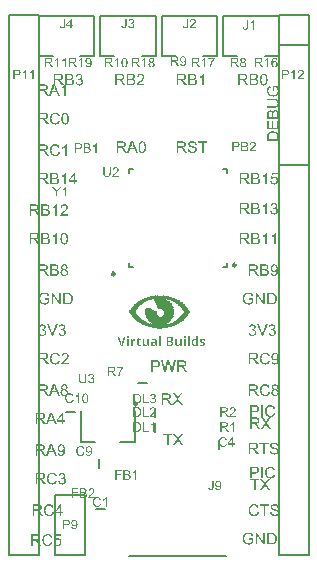
<source format=gto>
%FSLAX25Y25*%
%MOIN*%
G70*
G01*
G75*
%ADD10R,0.03600X0.03600*%
%ADD11R,0.03600X0.03600*%
%ADD12R,0.07087X0.07480*%
%ADD13R,0.01575X0.05315*%
%ADD14R,0.08268X0.06299*%
%ADD15R,0.25787X0.25787*%
%ADD16O,0.01378X0.03937*%
%ADD17O,0.03937X0.01378*%
%ADD18R,0.02200X0.02200*%
%ADD19R,0.01181X0.03937*%
%ADD20R,0.01969X0.03150*%
%ADD21R,0.04724X0.07874*%
%ADD22R,0.04528X0.02953*%
%ADD23R,0.03740X0.05512*%
%ADD24R,0.02362X0.06299*%
%ADD25R,0.02362X0.07087*%
%ADD26C,0.00600*%
%ADD27C,0.01500*%
%ADD28C,0.01000*%
%ADD29C,0.00800*%
%ADD30C,0.01200*%
%ADD31C,0.03500*%
%ADD32C,0.01300*%
%ADD33C,0.02500*%
%ADD34C,0.02300*%
%ADD35C,0.02000*%
%ADD36C,0.05906*%
%ADD37R,0.05906X0.05906*%
%ADD38C,0.02500*%
%ADD39R,0.02200X0.02200*%
%ADD40R,0.03937X0.01260*%
%ADD41R,0.01260X0.03937*%
%ADD42R,0.09449X0.09449*%
%ADD43R,0.01963X0.04400*%
%ADD44R,0.03700X0.01600*%
%ADD45C,0.00984*%
%ADD46C,0.00787*%
G36*
X17037Y53000D02*
X16460D01*
X16011Y54166D01*
X14401D01*
X13985Y53000D01*
X13446D01*
X14912Y56841D01*
X15467D01*
X17037Y53000D01*
D02*
G37*
G36*
X11826Y56835D02*
X11876D01*
X11992Y56830D01*
X12115Y56813D01*
X12248Y56796D01*
X12370Y56768D01*
X12431Y56752D01*
X12481Y56735D01*
X12486D01*
X12492Y56730D01*
X12525Y56713D01*
X12575Y56691D01*
X12636Y56652D01*
X12703Y56602D01*
X12775Y56535D01*
X12842Y56458D01*
X12908Y56369D01*
Y56363D01*
X12914Y56358D01*
X12936Y56324D01*
X12958Y56269D01*
X12991Y56197D01*
X13019Y56113D01*
X13047Y56014D01*
X13064Y55908D01*
X13069Y55792D01*
Y55786D01*
Y55775D01*
Y55753D01*
X13064Y55725D01*
Y55686D01*
X13058Y55647D01*
X13036Y55553D01*
X13002Y55442D01*
X12958Y55326D01*
X12892Y55209D01*
X12847Y55153D01*
X12803Y55098D01*
X12797Y55092D01*
X12792Y55087D01*
X12775Y55070D01*
X12753Y55054D01*
X12725Y55031D01*
X12692Y55009D01*
X12647Y54981D01*
X12603Y54948D01*
X12548Y54920D01*
X12486Y54893D01*
X12420Y54859D01*
X12348Y54831D01*
X12264Y54809D01*
X12181Y54782D01*
X12087Y54765D01*
X11987Y54748D01*
X11998Y54743D01*
X12020Y54732D01*
X12054Y54709D01*
X12098Y54687D01*
X12198Y54626D01*
X12248Y54587D01*
X12292Y54554D01*
X12303Y54543D01*
X12331Y54515D01*
X12375Y54471D01*
X12431Y54415D01*
X12492Y54338D01*
X12564Y54254D01*
X12636Y54154D01*
X12714Y54043D01*
X13374Y53000D01*
X12742D01*
X12237Y53799D01*
Y53805D01*
X12225Y53816D01*
X12214Y53833D01*
X12198Y53855D01*
X12159Y53916D01*
X12109Y53993D01*
X12048Y54077D01*
X11987Y54166D01*
X11926Y54249D01*
X11870Y54326D01*
X11865Y54332D01*
X11848Y54354D01*
X11820Y54387D01*
X11782Y54426D01*
X11698Y54510D01*
X11654Y54549D01*
X11609Y54582D01*
X11604Y54587D01*
X11593Y54593D01*
X11571Y54604D01*
X11537Y54621D01*
X11504Y54637D01*
X11465Y54654D01*
X11376Y54682D01*
X11371D01*
X11360Y54687D01*
X11338D01*
X11310Y54693D01*
X11271Y54698D01*
X11227D01*
X11165Y54704D01*
X10511D01*
Y53000D01*
X10000D01*
Y56841D01*
X11782D01*
X11826Y56835D01*
D02*
G37*
G36*
X10826Y47335D02*
X10876D01*
X10992Y47330D01*
X11114Y47313D01*
X11248Y47296D01*
X11370Y47269D01*
X11431Y47252D01*
X11481Y47235D01*
X11486D01*
X11492Y47230D01*
X11525Y47213D01*
X11575Y47191D01*
X11636Y47152D01*
X11703Y47102D01*
X11775Y47035D01*
X11842Y46958D01*
X11908Y46869D01*
Y46863D01*
X11914Y46858D01*
X11936Y46824D01*
X11958Y46769D01*
X11992Y46697D01*
X12019Y46613D01*
X12047Y46514D01*
X12064Y46408D01*
X12069Y46292D01*
Y46286D01*
Y46275D01*
Y46253D01*
X12064Y46225D01*
Y46186D01*
X12058Y46147D01*
X12036Y46053D01*
X12003Y45942D01*
X11958Y45825D01*
X11891Y45709D01*
X11847Y45653D01*
X11803Y45598D01*
X11797Y45592D01*
X11792Y45587D01*
X11775Y45570D01*
X11753Y45553D01*
X11725Y45531D01*
X11692Y45509D01*
X11647Y45481D01*
X11603Y45448D01*
X11547Y45420D01*
X11486Y45393D01*
X11420Y45359D01*
X11348Y45331D01*
X11264Y45309D01*
X11181Y45281D01*
X11087Y45265D01*
X10987Y45248D01*
X10998Y45243D01*
X11020Y45232D01*
X11054Y45209D01*
X11098Y45187D01*
X11198Y45126D01*
X11248Y45087D01*
X11292Y45054D01*
X11303Y45043D01*
X11331Y45015D01*
X11375Y44971D01*
X11431Y44915D01*
X11492Y44837D01*
X11564Y44754D01*
X11636Y44654D01*
X11714Y44543D01*
X12374Y43500D01*
X11742D01*
X11237Y44299D01*
Y44305D01*
X11225Y44316D01*
X11214Y44333D01*
X11198Y44355D01*
X11159Y44416D01*
X11109Y44493D01*
X11048Y44577D01*
X10987Y44666D01*
X10926Y44749D01*
X10870Y44826D01*
X10865Y44832D01*
X10848Y44854D01*
X10820Y44888D01*
X10782Y44926D01*
X10698Y45010D01*
X10654Y45048D01*
X10610Y45082D01*
X10604Y45087D01*
X10593Y45093D01*
X10571Y45104D01*
X10537Y45121D01*
X10504Y45137D01*
X10465Y45154D01*
X10376Y45182D01*
X10371D01*
X10360Y45187D01*
X10338D01*
X10310Y45193D01*
X10271Y45198D01*
X10227D01*
X10165Y45204D01*
X9511D01*
Y43500D01*
X9000D01*
Y47341D01*
X10782D01*
X10826Y47335D01*
D02*
G37*
G36*
X18235Y44854D02*
X18757D01*
Y44421D01*
X18235D01*
Y43500D01*
X17763D01*
Y44421D01*
X16093D01*
Y44854D01*
X17852Y47341D01*
X18235D01*
Y44854D01*
D02*
G37*
G36*
X16037Y43500D02*
X15460D01*
X15011Y44666D01*
X13401D01*
X12985Y43500D01*
X12447D01*
X13912Y47341D01*
X14467D01*
X16037Y43500D01*
D02*
G37*
G36*
X18605Y116852D02*
X18649Y116846D01*
X18705Y116841D01*
X18766Y116830D01*
X18827Y116818D01*
X18971Y116779D01*
X19116Y116724D01*
X19188Y116691D01*
X19260Y116652D01*
X19327Y116602D01*
X19388Y116546D01*
X19393Y116541D01*
X19404Y116535D01*
X19415Y116513D01*
X19437Y116491D01*
X19465Y116463D01*
X19493Y116424D01*
X19521Y116385D01*
X19554Y116335D01*
X19610Y116230D01*
X19665Y116097D01*
X19687Y116030D01*
X19698Y115953D01*
X19710Y115875D01*
X19715Y115792D01*
Y115780D01*
Y115753D01*
X19710Y115708D01*
X19704Y115647D01*
X19693Y115581D01*
X19671Y115503D01*
X19648Y115420D01*
X19615Y115337D01*
X19610Y115325D01*
X19599Y115298D01*
X19576Y115253D01*
X19543Y115192D01*
X19499Y115126D01*
X19443Y115042D01*
X19376Y114959D01*
X19299Y114865D01*
X19288Y114854D01*
X19260Y114820D01*
X19232Y114793D01*
X19204Y114765D01*
X19171Y114732D01*
X19127Y114687D01*
X19082Y114643D01*
X19027Y114593D01*
X18971Y114537D01*
X18905Y114476D01*
X18833Y114415D01*
X18755Y114343D01*
X18666Y114271D01*
X18577Y114193D01*
X18572Y114188D01*
X18561Y114177D01*
X18539Y114160D01*
X18511Y114138D01*
X18477Y114104D01*
X18439Y114071D01*
X18350Y113999D01*
X18255Y113916D01*
X18167Y113832D01*
X18089Y113760D01*
X18056Y113733D01*
X18028Y113705D01*
X18022Y113699D01*
X18006Y113683D01*
X17983Y113660D01*
X17956Y113627D01*
X17928Y113588D01*
X17895Y113549D01*
X17828Y113455D01*
X19721D01*
Y113000D01*
X17173D01*
Y113005D01*
Y113028D01*
Y113061D01*
X17179Y113105D01*
X17184Y113155D01*
X17195Y113211D01*
X17207Y113266D01*
X17229Y113327D01*
Y113333D01*
X17234Y113339D01*
X17245Y113372D01*
X17267Y113422D01*
X17301Y113488D01*
X17345Y113566D01*
X17401Y113655D01*
X17462Y113744D01*
X17539Y113838D01*
Y113844D01*
X17551Y113849D01*
X17578Y113882D01*
X17628Y113932D01*
X17700Y114005D01*
X17784Y114088D01*
X17889Y114188D01*
X18017Y114299D01*
X18156Y114415D01*
X18161Y114421D01*
X18183Y114437D01*
X18217Y114465D01*
X18255Y114498D01*
X18305Y114543D01*
X18366Y114593D01*
X18427Y114648D01*
X18500Y114709D01*
X18638Y114843D01*
X18777Y114976D01*
X18844Y115042D01*
X18905Y115109D01*
X18960Y115170D01*
X19005Y115231D01*
Y115237D01*
X19016Y115242D01*
X19027Y115259D01*
X19038Y115281D01*
X19077Y115342D01*
X19121Y115414D01*
X19160Y115503D01*
X19199Y115597D01*
X19221Y115703D01*
X19232Y115803D01*
Y115808D01*
Y115814D01*
X19227Y115847D01*
X19221Y115903D01*
X19204Y115964D01*
X19182Y116041D01*
X19143Y116119D01*
X19094Y116197D01*
X19027Y116274D01*
X19016Y116286D01*
X18988Y116308D01*
X18949Y116335D01*
X18888Y116374D01*
X18810Y116408D01*
X18722Y116441D01*
X18616Y116463D01*
X18500Y116469D01*
X18466D01*
X18444Y116463D01*
X18377Y116458D01*
X18300Y116441D01*
X18217Y116419D01*
X18122Y116380D01*
X18033Y116330D01*
X17950Y116263D01*
X17939Y116252D01*
X17917Y116225D01*
X17884Y116180D01*
X17850Y116114D01*
X17811Y116036D01*
X17778Y115936D01*
X17756Y115825D01*
X17745Y115697D01*
X17262Y115747D01*
Y115753D01*
X17267Y115770D01*
Y115797D01*
X17273Y115836D01*
X17284Y115880D01*
X17295Y115930D01*
X17312Y115991D01*
X17329Y116052D01*
X17373Y116186D01*
X17439Y116319D01*
X17478Y116385D01*
X17528Y116452D01*
X17578Y116513D01*
X17634Y116569D01*
X17639Y116574D01*
X17650Y116580D01*
X17667Y116596D01*
X17695Y116613D01*
X17728Y116635D01*
X17767Y116657D01*
X17811Y116685D01*
X17867Y116713D01*
X17928Y116741D01*
X17995Y116769D01*
X18067Y116791D01*
X18144Y116813D01*
X18228Y116830D01*
X18316Y116846D01*
X18411Y116852D01*
X18511Y116857D01*
X18566D01*
X18605Y116852D01*
D02*
G37*
G36*
X16030Y113000D02*
X15558D01*
Y116003D01*
X15552Y115997D01*
X15525Y115975D01*
X15492Y115942D01*
X15436Y115903D01*
X15375Y115853D01*
X15297Y115797D01*
X15208Y115736D01*
X15109Y115675D01*
X15103D01*
X15098Y115670D01*
X15064Y115647D01*
X15009Y115620D01*
X14942Y115586D01*
X14864Y115548D01*
X14781Y115509D01*
X14698Y115470D01*
X14615Y115436D01*
Y115892D01*
X14620D01*
X14631Y115903D01*
X14653Y115908D01*
X14681Y115925D01*
X14715Y115942D01*
X14753Y115964D01*
X14848Y116019D01*
X14959Y116080D01*
X15070Y116158D01*
X15186Y116247D01*
X15303Y116341D01*
X15308Y116347D01*
X15314Y116352D01*
X15330Y116369D01*
X15353Y116385D01*
X15403Y116441D01*
X15469Y116508D01*
X15536Y116585D01*
X15608Y116674D01*
X15669Y116763D01*
X15725Y116857D01*
X16030D01*
Y113000D01*
D02*
G37*
G36*
X25610Y53806D02*
X25670Y53797D01*
X25739Y53783D01*
X25813Y53765D01*
X25892Y53742D01*
X25966Y53705D01*
X25970D01*
X25975Y53700D01*
X25998Y53686D01*
X26035Y53663D01*
X26081Y53631D01*
X26132Y53584D01*
X26187Y53534D01*
X26238Y53474D01*
X26289Y53404D01*
X26294Y53395D01*
X26312Y53372D01*
X26331Y53330D01*
X26363Y53270D01*
X26391Y53201D01*
X26428Y53123D01*
X26460Y53030D01*
X26488Y52929D01*
Y52924D01*
X26492Y52915D01*
X26497Y52901D01*
X26502Y52878D01*
X26506Y52850D01*
X26511Y52818D01*
X26520Y52776D01*
X26525Y52730D01*
X26534Y52679D01*
X26539Y52624D01*
X26543Y52559D01*
X26552Y52494D01*
X26557Y52420D01*
Y52346D01*
X26562Y52263D01*
Y52175D01*
Y52171D01*
Y52152D01*
Y52120D01*
Y52083D01*
X26557Y52032D01*
Y51977D01*
X26552Y51917D01*
X26548Y51852D01*
X26534Y51704D01*
X26511Y51552D01*
X26483Y51404D01*
X26465Y51335D01*
X26441Y51265D01*
Y51261D01*
X26437Y51251D01*
X26428Y51233D01*
X26418Y51210D01*
X26409Y51178D01*
X26391Y51145D01*
X26354Y51067D01*
X26307Y50984D01*
X26247Y50891D01*
X26178Y50808D01*
X26095Y50729D01*
X26090D01*
X26086Y50720D01*
X26072Y50711D01*
X26053Y50702D01*
X26030Y50688D01*
X26007Y50669D01*
X25938Y50637D01*
X25855Y50605D01*
X25758Y50572D01*
X25642Y50554D01*
X25517Y50545D01*
X25471D01*
X25439Y50549D01*
X25402Y50554D01*
X25356Y50563D01*
X25305Y50572D01*
X25249Y50586D01*
X25194Y50605D01*
X25134Y50623D01*
X25074Y50651D01*
X25014Y50683D01*
X24954Y50720D01*
X24894Y50766D01*
X24838Y50817D01*
X24788Y50873D01*
X24783Y50877D01*
X24774Y50891D01*
X24760Y50914D01*
X24737Y50951D01*
X24714Y50993D01*
X24690Y51048D01*
X24658Y51113D01*
X24630Y51187D01*
X24603Y51270D01*
X24575Y51367D01*
X24547Y51473D01*
X24524Y51593D01*
X24501Y51723D01*
X24487Y51861D01*
X24478Y52014D01*
X24473Y52175D01*
Y52180D01*
Y52198D01*
Y52231D01*
Y52268D01*
X24478Y52319D01*
Y52374D01*
X24483Y52434D01*
X24487Y52503D01*
X24501Y52647D01*
X24524Y52799D01*
X24552Y52952D01*
X24570Y53021D01*
X24589Y53090D01*
Y53095D01*
X24593Y53104D01*
X24603Y53123D01*
X24612Y53146D01*
X24621Y53178D01*
X24640Y53210D01*
X24677Y53289D01*
X24723Y53372D01*
X24783Y53460D01*
X24852Y53548D01*
X24935Y53622D01*
X24940D01*
X24945Y53631D01*
X24959Y53640D01*
X24977Y53649D01*
X25000Y53668D01*
X25028Y53681D01*
X25097Y53719D01*
X25180Y53751D01*
X25277Y53783D01*
X25393Y53802D01*
X25517Y53811D01*
X25559D01*
X25610Y53806D01*
D02*
G37*
G36*
X18586Y56852D02*
X18630Y56846D01*
X18680Y56841D01*
X18736Y56835D01*
X18791Y56818D01*
X18924Y56785D01*
X19058Y56735D01*
X19124Y56702D01*
X19191Y56663D01*
X19252Y56613D01*
X19313Y56563D01*
X19319Y56558D01*
X19324Y56552D01*
X19341Y56535D01*
X19363Y56513D01*
X19385Y56480D01*
X19413Y56447D01*
X19468Y56363D01*
X19524Y56258D01*
X19574Y56136D01*
X19613Y55997D01*
X19618Y55925D01*
X19624Y55847D01*
Y55842D01*
Y55836D01*
Y55803D01*
X19618Y55753D01*
X19607Y55692D01*
X19590Y55614D01*
X19563Y55536D01*
X19529Y55459D01*
X19479Y55381D01*
X19474Y55370D01*
X19452Y55348D01*
X19418Y55314D01*
X19374Y55270D01*
X19313Y55220D01*
X19241Y55170D01*
X19158Y55120D01*
X19058Y55076D01*
X19063D01*
X19074Y55070D01*
X19091Y55065D01*
X19113Y55054D01*
X19180Y55026D01*
X19257Y54987D01*
X19341Y54931D01*
X19429Y54870D01*
X19513Y54793D01*
X19590Y54704D01*
Y54698D01*
X19596Y54693D01*
X19618Y54659D01*
X19651Y54604D01*
X19685Y54532D01*
X19718Y54443D01*
X19751Y54338D01*
X19774Y54221D01*
X19779Y54093D01*
Y54088D01*
Y54071D01*
Y54043D01*
X19774Y54010D01*
X19768Y53971D01*
X19762Y53921D01*
X19751Y53866D01*
X19735Y53805D01*
X19715Y53739D01*
X19761Y53755D01*
X19816Y53774D01*
X19876Y53792D01*
X20006Y53820D01*
X20154Y53843D01*
X20306Y53852D01*
X20352D01*
X20385Y53848D01*
X20426Y53843D01*
X20477Y53839D01*
X20528Y53834D01*
X20588Y53820D01*
X20713Y53792D01*
X20851Y53751D01*
X20921Y53723D01*
X20985Y53691D01*
X21050Y53649D01*
X21115Y53608D01*
X21119Y53603D01*
X21128Y53598D01*
X21147Y53584D01*
X21170Y53561D01*
X21193Y53538D01*
X21226Y53506D01*
X21258Y53469D01*
X21295Y53432D01*
X21332Y53386D01*
X21369Y53330D01*
X21410Y53275D01*
X21447Y53215D01*
X21480Y53146D01*
X21517Y53076D01*
X21544Y53002D01*
X21572Y52919D01*
X21156Y52822D01*
Y52827D01*
X21152Y52836D01*
X21142Y52855D01*
X21133Y52878D01*
X21124Y52905D01*
X21110Y52942D01*
X21073Y53016D01*
X21027Y53099D01*
X20971Y53183D01*
X20902Y53261D01*
X20828Y53330D01*
X20819Y53340D01*
X20791Y53358D01*
X20745Y53381D01*
X20685Y53414D01*
X20606Y53441D01*
X20519Y53469D01*
X20412Y53487D01*
X20297Y53492D01*
X20260D01*
X20237Y53487D01*
X20204D01*
X20167Y53483D01*
X20080Y53469D01*
X19983Y53451D01*
X19881Y53418D01*
X19775Y53372D01*
X19678Y53312D01*
X19673D01*
X19669Y53303D01*
X19636Y53280D01*
X19595Y53243D01*
X19544Y53187D01*
X19484Y53118D01*
X19428Y53039D01*
X19377Y52942D01*
X19331Y52836D01*
Y52832D01*
X19327Y52822D01*
X19322Y52808D01*
X19317Y52785D01*
X19308Y52758D01*
X19299Y52725D01*
X19285Y52647D01*
X19267Y52554D01*
X19248Y52453D01*
X19239Y52342D01*
X19234Y52222D01*
Y52217D01*
Y52203D01*
Y52180D01*
Y52152D01*
X19239Y52120D01*
Y52078D01*
X19243Y52032D01*
X19248Y51981D01*
X19262Y51871D01*
X19285Y51750D01*
X19313Y51630D01*
X19350Y51510D01*
Y51506D01*
X19354Y51496D01*
X19364Y51482D01*
X19373Y51459D01*
X19401Y51404D01*
X19442Y51339D01*
X19493Y51265D01*
X19558Y51187D01*
X19632Y51117D01*
X19719Y51053D01*
X19724D01*
X19733Y51048D01*
X19747Y51039D01*
X19766Y51030D01*
X19789Y51020D01*
X19816Y51007D01*
X19881Y50979D01*
X19964Y50951D01*
X20057Y50928D01*
X20158Y50910D01*
X20265Y50905D01*
X20297D01*
X20325Y50910D01*
X20357D01*
X20389Y50914D01*
X20472Y50933D01*
X20570Y50956D01*
X20666Y50993D01*
X20768Y51043D01*
X20819Y51071D01*
X20865Y51108D01*
X20870Y51113D01*
X20874Y51117D01*
X20888Y51131D01*
X20907Y51145D01*
X20925Y51168D01*
X20948Y51196D01*
X20976Y51224D01*
X20999Y51261D01*
X21027Y51302D01*
X21059Y51348D01*
X21087Y51395D01*
X21115Y51450D01*
X21138Y51510D01*
X21161Y51575D01*
X21184Y51644D01*
X21202Y51718D01*
X21627Y51612D01*
Y51607D01*
X21623Y51589D01*
X21614Y51561D01*
X21600Y51524D01*
X21586Y51482D01*
X21567Y51432D01*
X21544Y51376D01*
X21517Y51316D01*
X21452Y51187D01*
X21369Y51057D01*
X21318Y50993D01*
X21267Y50928D01*
X21212Y50873D01*
X21147Y50817D01*
X21142Y50813D01*
X21133Y50803D01*
X21110Y50794D01*
X21087Y50776D01*
X21050Y50753D01*
X21013Y50729D01*
X20962Y50706D01*
X20911Y50683D01*
X20851Y50655D01*
X20787Y50632D01*
X20717Y50609D01*
X20643Y50586D01*
X20565Y50568D01*
X20482Y50558D01*
X20394Y50549D01*
X20301Y50545D01*
X20251D01*
X20214Y50549D01*
X20172D01*
X20121Y50554D01*
X20066Y50563D01*
X20001Y50572D01*
X19867Y50595D01*
X19729Y50632D01*
X19590Y50683D01*
X19525Y50716D01*
X19461Y50753D01*
X19456Y50757D01*
X19447Y50762D01*
X19428Y50776D01*
X19410Y50794D01*
X19382Y50813D01*
X19350Y50840D01*
X19313Y50873D01*
X19276Y50910D01*
X19239Y50951D01*
X19197Y50993D01*
X19114Y51099D01*
X19036Y51224D01*
X18966Y51362D01*
Y51367D01*
X18957Y51381D01*
X18952Y51404D01*
X18939Y51432D01*
X18929Y51469D01*
X18915Y51515D01*
X18897Y51566D01*
X18883Y51621D01*
X18869Y51681D01*
X18851Y51750D01*
X18828Y51894D01*
X18809Y52055D01*
X18800Y52222D01*
Y52226D01*
Y52245D01*
Y52272D01*
X18805Y52305D01*
Y52351D01*
X18809Y52397D01*
X18814Y52457D01*
X18823Y52517D01*
X18846Y52651D01*
X18879Y52799D01*
X18925Y52947D01*
X18950Y53002D01*
X18897Y52983D01*
X18808Y52967D01*
X18713Y52950D01*
X18619Y52939D01*
X18514Y52933D01*
X18458D01*
X18419Y52939D01*
X18369Y52944D01*
X18314Y52950D01*
X18253Y52961D01*
X18186Y52978D01*
X18036Y53017D01*
X17959Y53044D01*
X17887Y53072D01*
X17809Y53111D01*
X17731Y53155D01*
X17659Y53205D01*
X17592Y53266D01*
X17587Y53272D01*
X17576Y53283D01*
X17559Y53300D01*
X17537Y53327D01*
X17515Y53361D01*
X17481Y53400D01*
X17454Y53444D01*
X17420Y53500D01*
X17387Y53555D01*
X17359Y53622D01*
X17304Y53760D01*
X17282Y53844D01*
X17265Y53927D01*
X17254Y54016D01*
X17248Y54104D01*
Y54110D01*
Y54121D01*
Y54143D01*
X17254Y54166D01*
Y54199D01*
X17259Y54238D01*
X17270Y54326D01*
X17293Y54426D01*
X17326Y54526D01*
X17376Y54632D01*
X17437Y54732D01*
Y54737D01*
X17448Y54743D01*
X17470Y54770D01*
X17515Y54815D01*
X17576Y54870D01*
X17653Y54926D01*
X17748Y54987D01*
X17853Y55037D01*
X17981Y55076D01*
X17975D01*
X17970Y55081D01*
X17953Y55087D01*
X17931Y55098D01*
X17881Y55120D01*
X17814Y55153D01*
X17742Y55198D01*
X17670Y55253D01*
X17604Y55314D01*
X17542Y55381D01*
X17537Y55392D01*
X17520Y55414D01*
X17498Y55459D01*
X17476Y55514D01*
X17448Y55586D01*
X17426Y55670D01*
X17409Y55764D01*
X17404Y55864D01*
Y55869D01*
Y55880D01*
Y55903D01*
X17409Y55936D01*
X17415Y55969D01*
X17420Y56014D01*
X17443Y56108D01*
X17476Y56219D01*
X17531Y56336D01*
X17565Y56397D01*
X17604Y56458D01*
X17653Y56513D01*
X17703Y56569D01*
X17709Y56574D01*
X17720Y56580D01*
X17737Y56596D01*
X17759Y56613D01*
X17787Y56635D01*
X17826Y56657D01*
X17870Y56685D01*
X17914Y56713D01*
X17970Y56741D01*
X18031Y56768D01*
X18098Y56791D01*
X18170Y56813D01*
X18325Y56846D01*
X18414Y56852D01*
X18503Y56857D01*
X18553D01*
X18586Y56852D01*
D02*
G37*
G36*
X23466Y50600D02*
X23074D01*
Y53099D01*
X23069Y53095D01*
X23046Y53076D01*
X23018Y53049D01*
X22972Y53016D01*
X22921Y52975D01*
X22856Y52929D01*
X22782Y52878D01*
X22699Y52827D01*
X22695D01*
X22690Y52822D01*
X22662Y52804D01*
X22616Y52781D01*
X22561Y52753D01*
X22496Y52721D01*
X22427Y52688D01*
X22357Y52656D01*
X22288Y52628D01*
Y53007D01*
X22293D01*
X22302Y53016D01*
X22320Y53021D01*
X22343Y53035D01*
X22371Y53049D01*
X22404Y53067D01*
X22482Y53113D01*
X22575Y53164D01*
X22667Y53229D01*
X22764Y53303D01*
X22861Y53381D01*
X22866Y53386D01*
X22870Y53391D01*
X22884Y53404D01*
X22903Y53418D01*
X22944Y53464D01*
X23000Y53520D01*
X23055Y53584D01*
X23115Y53658D01*
X23166Y53732D01*
X23212Y53811D01*
X23466D01*
Y50600D01*
D02*
G37*
G36*
X11826Y67335D02*
X11876D01*
X11992Y67330D01*
X12115Y67313D01*
X12248Y67296D01*
X12370Y67268D01*
X12431Y67252D01*
X12481Y67235D01*
X12486D01*
X12492Y67230D01*
X12525Y67213D01*
X12575Y67191D01*
X12636Y67152D01*
X12703Y67102D01*
X12775Y67035D01*
X12842Y66958D01*
X12908Y66869D01*
Y66863D01*
X12914Y66858D01*
X12936Y66825D01*
X12958Y66769D01*
X12991Y66697D01*
X13019Y66614D01*
X13047Y66514D01*
X13064Y66408D01*
X13069Y66292D01*
Y66286D01*
Y66275D01*
Y66253D01*
X13064Y66225D01*
Y66186D01*
X13058Y66147D01*
X13036Y66053D01*
X13002Y65942D01*
X12958Y65825D01*
X12892Y65709D01*
X12847Y65653D01*
X12803Y65598D01*
X12797Y65592D01*
X12792Y65587D01*
X12775Y65570D01*
X12753Y65553D01*
X12725Y65531D01*
X12692Y65509D01*
X12647Y65481D01*
X12603Y65448D01*
X12548Y65420D01*
X12486Y65393D01*
X12420Y65359D01*
X12348Y65332D01*
X12264Y65309D01*
X12181Y65282D01*
X12087Y65265D01*
X11987Y65248D01*
X11998Y65243D01*
X12020Y65232D01*
X12054Y65209D01*
X12098Y65187D01*
X12198Y65126D01*
X12248Y65087D01*
X12292Y65054D01*
X12303Y65043D01*
X12331Y65015D01*
X12375Y64971D01*
X12431Y64915D01*
X12492Y64837D01*
X12564Y64754D01*
X12636Y64654D01*
X12714Y64543D01*
X13374Y63500D01*
X12742D01*
X12237Y64299D01*
Y64305D01*
X12225Y64316D01*
X12214Y64332D01*
X12198Y64355D01*
X12159Y64416D01*
X12109Y64493D01*
X12048Y64577D01*
X11987Y64666D01*
X11926Y64749D01*
X11870Y64826D01*
X11865Y64832D01*
X11848Y64854D01*
X11820Y64887D01*
X11782Y64926D01*
X11698Y65010D01*
X11654Y65048D01*
X11609Y65082D01*
X11604Y65087D01*
X11593Y65093D01*
X11571Y65104D01*
X11537Y65121D01*
X11504Y65137D01*
X11465Y65154D01*
X11376Y65182D01*
X11371D01*
X11360Y65187D01*
X11338D01*
X11310Y65193D01*
X11271Y65198D01*
X11227D01*
X11165Y65204D01*
X10511D01*
Y63500D01*
X10000D01*
Y67341D01*
X11782D01*
X11826Y67335D01*
D02*
G37*
G36*
X17529Y14354D02*
X18051D01*
Y13921D01*
X17529D01*
Y13000D01*
X17058D01*
Y13921D01*
X15387D01*
Y14354D01*
X17146Y16841D01*
X17529D01*
Y14354D01*
D02*
G37*
G36*
X9826Y16835D02*
X9876D01*
X9992Y16829D01*
X10114Y16813D01*
X10248Y16796D01*
X10370Y16769D01*
X10431Y16752D01*
X10481Y16735D01*
X10486D01*
X10492Y16730D01*
X10525Y16713D01*
X10575Y16691D01*
X10636Y16652D01*
X10703Y16602D01*
X10775Y16535D01*
X10842Y16458D01*
X10908Y16369D01*
Y16363D01*
X10914Y16358D01*
X10936Y16324D01*
X10958Y16269D01*
X10992Y16197D01*
X11019Y16114D01*
X11047Y16014D01*
X11064Y15908D01*
X11069Y15792D01*
Y15786D01*
Y15775D01*
Y15753D01*
X11064Y15725D01*
Y15686D01*
X11058Y15647D01*
X11036Y15553D01*
X11003Y15442D01*
X10958Y15326D01*
X10892Y15209D01*
X10847Y15153D01*
X10803Y15098D01*
X10797Y15092D01*
X10792Y15087D01*
X10775Y15070D01*
X10753Y15054D01*
X10725Y15031D01*
X10692Y15009D01*
X10647Y14981D01*
X10603Y14948D01*
X10548Y14920D01*
X10486Y14893D01*
X10420Y14859D01*
X10348Y14831D01*
X10264Y14809D01*
X10181Y14782D01*
X10087Y14765D01*
X9987Y14748D01*
X9998Y14743D01*
X10020Y14732D01*
X10053Y14709D01*
X10098Y14687D01*
X10198Y14626D01*
X10248Y14587D01*
X10292Y14554D01*
X10303Y14543D01*
X10331Y14515D01*
X10375Y14471D01*
X10431Y14415D01*
X10492Y14337D01*
X10564Y14254D01*
X10636Y14154D01*
X10714Y14043D01*
X11374Y13000D01*
X10742D01*
X10237Y13799D01*
Y13805D01*
X10226Y13816D01*
X10214Y13833D01*
X10198Y13855D01*
X10159Y13916D01*
X10109Y13994D01*
X10048Y14077D01*
X9987Y14165D01*
X9926Y14249D01*
X9870Y14326D01*
X9865Y14332D01*
X9848Y14354D01*
X9820Y14388D01*
X9782Y14426D01*
X9698Y14510D01*
X9654Y14548D01*
X9610Y14582D01*
X9604Y14587D01*
X9593Y14593D01*
X9571Y14604D01*
X9537Y14621D01*
X9504Y14637D01*
X9465Y14654D01*
X9376Y14682D01*
X9371D01*
X9360Y14687D01*
X9338D01*
X9310Y14693D01*
X9271Y14698D01*
X9227D01*
X9166Y14704D01*
X8511D01*
Y13000D01*
X8000D01*
Y16841D01*
X9782D01*
X9826Y16835D01*
D02*
G37*
G36*
X13622Y16902D02*
X13672Y16896D01*
X13733Y16891D01*
X13794Y16885D01*
X13866Y16868D01*
X14016Y16835D01*
X14183Y16785D01*
X14266Y16752D01*
X14344Y16713D01*
X14421Y16663D01*
X14499Y16613D01*
X14505Y16608D01*
X14516Y16602D01*
X14538Y16585D01*
X14566Y16558D01*
X14593Y16530D01*
X14632Y16491D01*
X14671Y16446D01*
X14716Y16402D01*
X14760Y16347D01*
X14804Y16280D01*
X14854Y16214D01*
X14899Y16141D01*
X14938Y16058D01*
X14982Y15975D01*
X15015Y15886D01*
X15048Y15786D01*
X14549Y15670D01*
Y15675D01*
X14544Y15686D01*
X14532Y15708D01*
X14521Y15736D01*
X14510Y15769D01*
X14493Y15814D01*
X14449Y15903D01*
X14394Y16003D01*
X14327Y16102D01*
X14244Y16197D01*
X14155Y16280D01*
X14144Y16291D01*
X14111Y16313D01*
X14055Y16341D01*
X13983Y16380D01*
X13889Y16413D01*
X13783Y16446D01*
X13655Y16469D01*
X13517Y16474D01*
X13472D01*
X13445Y16469D01*
X13406D01*
X13361Y16463D01*
X13256Y16446D01*
X13139Y16424D01*
X13017Y16386D01*
X12889Y16330D01*
X12773Y16258D01*
X12767D01*
X12762Y16247D01*
X12723Y16219D01*
X12673Y16175D01*
X12612Y16108D01*
X12540Y16025D01*
X12473Y15930D01*
X12412Y15814D01*
X12357Y15686D01*
Y15681D01*
X12351Y15670D01*
X12346Y15653D01*
X12340Y15625D01*
X12329Y15592D01*
X12318Y15553D01*
X12301Y15459D01*
X12279Y15348D01*
X12257Y15226D01*
X12246Y15092D01*
X12240Y14948D01*
Y14942D01*
Y14926D01*
Y14898D01*
Y14865D01*
X12246Y14826D01*
Y14776D01*
X12251Y14720D01*
X12257Y14660D01*
X12274Y14526D01*
X12301Y14382D01*
X12335Y14238D01*
X12379Y14093D01*
Y14088D01*
X12385Y14077D01*
X12396Y14060D01*
X12407Y14032D01*
X12440Y13966D01*
X12490Y13888D01*
X12551Y13799D01*
X12629Y13705D01*
X12718Y13622D01*
X12823Y13544D01*
X12829D01*
X12840Y13538D01*
X12856Y13527D01*
X12878Y13516D01*
X12906Y13505D01*
X12939Y13488D01*
X13017Y13455D01*
X13117Y13422D01*
X13228Y13394D01*
X13350Y13372D01*
X13478Y13366D01*
X13517D01*
X13550Y13372D01*
X13589D01*
X13628Y13377D01*
X13728Y13400D01*
X13844Y13427D01*
X13961Y13472D01*
X14083Y13533D01*
X14144Y13566D01*
X14199Y13611D01*
X14205Y13616D01*
X14210Y13622D01*
X14227Y13638D01*
X14249Y13655D01*
X14272Y13683D01*
X14299Y13716D01*
X14333Y13749D01*
X14360Y13794D01*
X14394Y13844D01*
X14433Y13899D01*
X14466Y13955D01*
X14499Y14021D01*
X14527Y14093D01*
X14555Y14171D01*
X14582Y14254D01*
X14604Y14343D01*
X15115Y14216D01*
Y14210D01*
X15110Y14188D01*
X15098Y14154D01*
X15082Y14110D01*
X15065Y14060D01*
X15043Y13999D01*
X15015Y13932D01*
X14982Y13860D01*
X14904Y13705D01*
X14804Y13549D01*
X14743Y13472D01*
X14682Y13394D01*
X14616Y13327D01*
X14538Y13261D01*
X14532Y13255D01*
X14521Y13244D01*
X14493Y13233D01*
X14466Y13211D01*
X14421Y13183D01*
X14377Y13155D01*
X14316Y13128D01*
X14255Y13100D01*
X14183Y13067D01*
X14105Y13039D01*
X14022Y13011D01*
X13933Y12983D01*
X13839Y12961D01*
X13739Y12950D01*
X13633Y12939D01*
X13522Y12933D01*
X13461D01*
X13417Y12939D01*
X13367D01*
X13306Y12945D01*
X13239Y12956D01*
X13161Y12967D01*
X13001Y12994D01*
X12834Y13039D01*
X12667Y13100D01*
X12590Y13139D01*
X12512Y13183D01*
X12507Y13189D01*
X12495Y13194D01*
X12473Y13211D01*
X12451Y13233D01*
X12418Y13255D01*
X12379Y13289D01*
X12335Y13327D01*
X12290Y13372D01*
X12246Y13422D01*
X12196Y13472D01*
X12096Y13599D01*
X12002Y13749D01*
X11918Y13916D01*
Y13921D01*
X11907Y13938D01*
X11902Y13966D01*
X11885Y13999D01*
X11874Y14043D01*
X11857Y14099D01*
X11835Y14160D01*
X11818Y14227D01*
X11802Y14299D01*
X11780Y14382D01*
X11752Y14554D01*
X11730Y14748D01*
X11718Y14948D01*
Y14954D01*
Y14976D01*
Y15009D01*
X11724Y15048D01*
Y15103D01*
X11730Y15159D01*
X11735Y15231D01*
X11746Y15303D01*
X11774Y15464D01*
X11813Y15642D01*
X11868Y15819D01*
X11946Y15992D01*
X11952Y15997D01*
X11957Y16014D01*
X11968Y16036D01*
X11990Y16064D01*
X12013Y16102D01*
X12040Y16147D01*
X12113Y16247D01*
X12207Y16358D01*
X12318Y16469D01*
X12446Y16580D01*
X12595Y16674D01*
X12601Y16680D01*
X12618Y16685D01*
X12640Y16696D01*
X12667Y16713D01*
X12712Y16730D01*
X12756Y16746D01*
X12812Y16769D01*
X12873Y16791D01*
X12939Y16813D01*
X13012Y16835D01*
X13167Y16868D01*
X13345Y16896D01*
X13528Y16907D01*
X13583D01*
X13622Y16902D01*
D02*
G37*
G36*
X17412Y6341D02*
X15875D01*
X15670Y5303D01*
X15675Y5309D01*
X15686Y5314D01*
X15703Y5325D01*
X15731Y5342D01*
X15764Y5359D01*
X15803Y5381D01*
X15892Y5425D01*
X16003Y5470D01*
X16125Y5509D01*
X16258Y5536D01*
X16325Y5547D01*
X16447D01*
X16480Y5542D01*
X16524Y5536D01*
X16574Y5531D01*
X16630Y5520D01*
X16691Y5503D01*
X16824Y5464D01*
X16896Y5436D01*
X16968Y5398D01*
X17041Y5359D01*
X17113Y5314D01*
X17179Y5259D01*
X17246Y5198D01*
X17251Y5192D01*
X17263Y5181D01*
X17279Y5164D01*
X17301Y5137D01*
X17329Y5098D01*
X17357Y5059D01*
X17390Y5009D01*
X17423Y4954D01*
X17451Y4893D01*
X17484Y4826D01*
X17512Y4748D01*
X17540Y4671D01*
X17562Y4587D01*
X17579Y4493D01*
X17590Y4399D01*
X17595Y4299D01*
Y4293D01*
Y4276D01*
Y4249D01*
X17590Y4210D01*
X17584Y4166D01*
X17579Y4116D01*
X17568Y4055D01*
X17557Y3993D01*
X17523Y3849D01*
X17468Y3699D01*
X17435Y3622D01*
X17390Y3550D01*
X17346Y3472D01*
X17290Y3400D01*
X17285Y3394D01*
X17274Y3377D01*
X17251Y3355D01*
X17224Y3328D01*
X17185Y3294D01*
X17140Y3250D01*
X17085Y3211D01*
X17024Y3167D01*
X16957Y3122D01*
X16880Y3083D01*
X16796Y3044D01*
X16707Y3005D01*
X16613Y2978D01*
X16508Y2956D01*
X16397Y2939D01*
X16280Y2933D01*
X16230D01*
X16191Y2939D01*
X16147Y2944D01*
X16097Y2950D01*
X16036Y2956D01*
X15975Y2972D01*
X15836Y3005D01*
X15697Y3056D01*
X15625Y3089D01*
X15553Y3128D01*
X15486Y3172D01*
X15420Y3222D01*
X15414Y3228D01*
X15403Y3233D01*
X15392Y3255D01*
X15370Y3277D01*
X15342Y3305D01*
X15314Y3339D01*
X15281Y3383D01*
X15253Y3433D01*
X15220Y3483D01*
X15187Y3544D01*
X15126Y3677D01*
X15076Y3833D01*
X15059Y3916D01*
X15048Y4005D01*
X15542Y4043D01*
Y4038D01*
Y4027D01*
X15548Y4010D01*
X15553Y3982D01*
X15570Y3921D01*
X15592Y3838D01*
X15625Y3755D01*
X15670Y3661D01*
X15725Y3577D01*
X15792Y3500D01*
X15803Y3494D01*
X15825Y3472D01*
X15869Y3444D01*
X15930Y3411D01*
X15997Y3377D01*
X16080Y3350D01*
X16175Y3328D01*
X16280Y3322D01*
X16313D01*
X16336Y3328D01*
X16402Y3333D01*
X16480Y3355D01*
X16574Y3383D01*
X16669Y3427D01*
X16769Y3494D01*
X16813Y3533D01*
X16857Y3577D01*
X16863Y3583D01*
X16868Y3588D01*
X16880Y3605D01*
X16896Y3622D01*
X16935Y3683D01*
X16979Y3760D01*
X17018Y3855D01*
X17057Y3971D01*
X17085Y4110D01*
X17096Y4182D01*
Y4260D01*
Y4265D01*
Y4276D01*
Y4299D01*
X17090Y4326D01*
Y4360D01*
X17085Y4399D01*
X17068Y4487D01*
X17041Y4593D01*
X17002Y4698D01*
X16946Y4798D01*
X16868Y4893D01*
Y4898D01*
X16857Y4904D01*
X16830Y4931D01*
X16780Y4970D01*
X16713Y5015D01*
X16624Y5054D01*
X16524Y5092D01*
X16408Y5120D01*
X16341Y5131D01*
X16236D01*
X16191Y5126D01*
X16136Y5120D01*
X16069Y5103D01*
X16003Y5087D01*
X15930Y5059D01*
X15858Y5026D01*
X15853Y5020D01*
X15831Y5009D01*
X15797Y4981D01*
X15753Y4954D01*
X15708Y4915D01*
X15664Y4865D01*
X15614Y4815D01*
X15575Y4754D01*
X15131Y4815D01*
X15503Y6791D01*
X17412D01*
Y6341D01*
D02*
G37*
G36*
X9326Y6835D02*
X9376D01*
X9492Y6830D01*
X9614Y6813D01*
X9748Y6796D01*
X9870Y6768D01*
X9931Y6752D01*
X9981Y6735D01*
X9986D01*
X9992Y6730D01*
X10025Y6713D01*
X10075Y6691D01*
X10136Y6652D01*
X10203Y6602D01*
X10275Y6535D01*
X10342Y6458D01*
X10408Y6369D01*
Y6363D01*
X10414Y6358D01*
X10436Y6324D01*
X10458Y6269D01*
X10492Y6197D01*
X10519Y6114D01*
X10547Y6014D01*
X10564Y5908D01*
X10569Y5792D01*
Y5786D01*
Y5775D01*
Y5753D01*
X10564Y5725D01*
Y5686D01*
X10558Y5647D01*
X10536Y5553D01*
X10503Y5442D01*
X10458Y5325D01*
X10391Y5209D01*
X10347Y5153D01*
X10303Y5098D01*
X10297Y5092D01*
X10292Y5087D01*
X10275Y5070D01*
X10253Y5054D01*
X10225Y5031D01*
X10192Y5009D01*
X10147Y4981D01*
X10103Y4948D01*
X10047Y4920D01*
X9986Y4893D01*
X9920Y4859D01*
X9848Y4831D01*
X9764Y4809D01*
X9681Y4782D01*
X9587Y4765D01*
X9487Y4748D01*
X9498Y4743D01*
X9520Y4732D01*
X9554Y4709D01*
X9598Y4687D01*
X9698Y4626D01*
X9748Y4587D01*
X9792Y4554D01*
X9803Y4543D01*
X9831Y4515D01*
X9875Y4471D01*
X9931Y4415D01*
X9992Y4338D01*
X10064Y4254D01*
X10136Y4154D01*
X10214Y4043D01*
X10874Y3000D01*
X10242D01*
X9737Y3799D01*
Y3805D01*
X9725Y3816D01*
X9714Y3833D01*
X9698Y3855D01*
X9659Y3916D01*
X9609Y3993D01*
X9548Y4077D01*
X9487Y4166D01*
X9426Y4249D01*
X9370Y4326D01*
X9365Y4332D01*
X9348Y4354D01*
X9320Y4388D01*
X9282Y4426D01*
X9198Y4510D01*
X9154Y4548D01*
X9110Y4582D01*
X9104Y4587D01*
X9093Y4593D01*
X9071Y4604D01*
X9037Y4621D01*
X9004Y4637D01*
X8965Y4654D01*
X8876Y4682D01*
X8871D01*
X8860Y4687D01*
X8838D01*
X8810Y4693D01*
X8771Y4698D01*
X8727D01*
X8665Y4704D01*
X8011D01*
Y3000D01*
X7500D01*
Y6841D01*
X9282D01*
X9326Y6835D01*
D02*
G37*
G36*
X15622Y67402D02*
X15672Y67396D01*
X15733Y67391D01*
X15794Y67385D01*
X15866Y67368D01*
X16016Y67335D01*
X16183Y67285D01*
X16266Y67252D01*
X16344Y67213D01*
X16421Y67163D01*
X16499Y67113D01*
X16505Y67107D01*
X16516Y67102D01*
X16538Y67085D01*
X16566Y67058D01*
X16593Y67030D01*
X16632Y66991D01*
X16671Y66947D01*
X16715Y66902D01*
X16760Y66847D01*
X16804Y66780D01*
X16854Y66714D01*
X16899Y66641D01*
X16938Y66558D01*
X16982Y66475D01*
X17015Y66386D01*
X17049Y66286D01*
X16549Y66170D01*
Y66175D01*
X16544Y66186D01*
X16532Y66208D01*
X16521Y66236D01*
X16510Y66269D01*
X16493Y66314D01*
X16449Y66403D01*
X16394Y66502D01*
X16327Y66602D01*
X16244Y66697D01*
X16155Y66780D01*
X16144Y66791D01*
X16111Y66813D01*
X16055Y66841D01*
X15983Y66880D01*
X15889Y66913D01*
X15783Y66947D01*
X15655Y66969D01*
X15517Y66974D01*
X15472D01*
X15445Y66969D01*
X15406D01*
X15361Y66963D01*
X15256Y66947D01*
X15139Y66924D01*
X15017Y66886D01*
X14889Y66830D01*
X14773Y66758D01*
X14767D01*
X14762Y66747D01*
X14723Y66719D01*
X14673Y66675D01*
X14612Y66608D01*
X14540Y66525D01*
X14473Y66430D01*
X14412Y66314D01*
X14357Y66186D01*
Y66181D01*
X14351Y66170D01*
X14346Y66153D01*
X14340Y66125D01*
X14329Y66092D01*
X14318Y66053D01*
X14301Y65959D01*
X14279Y65848D01*
X14257Y65725D01*
X14246Y65592D01*
X14240Y65448D01*
Y65443D01*
Y65426D01*
Y65398D01*
Y65365D01*
X14246Y65326D01*
Y65276D01*
X14251Y65220D01*
X14257Y65159D01*
X14274Y65026D01*
X14301Y64882D01*
X14334Y64738D01*
X14379Y64593D01*
Y64588D01*
X14385Y64577D01*
X14396Y64560D01*
X14407Y64532D01*
X14440Y64466D01*
X14490Y64388D01*
X14551Y64299D01*
X14629Y64205D01*
X14717Y64122D01*
X14823Y64044D01*
X14829D01*
X14840Y64038D01*
X14856Y64027D01*
X14878Y64016D01*
X14906Y64005D01*
X14940Y63988D01*
X15017Y63955D01*
X15117Y63922D01*
X15228Y63894D01*
X15350Y63872D01*
X15478Y63866D01*
X15517D01*
X15550Y63872D01*
X15589D01*
X15628Y63877D01*
X15728Y63900D01*
X15844Y63927D01*
X15961Y63972D01*
X16083Y64033D01*
X16144Y64066D01*
X16199Y64110D01*
X16205Y64116D01*
X16210Y64122D01*
X16227Y64138D01*
X16249Y64155D01*
X16272Y64183D01*
X16299Y64216D01*
X16333Y64249D01*
X16360Y64294D01*
X16394Y64344D01*
X16432Y64399D01*
X16466Y64455D01*
X16499Y64521D01*
X16527Y64593D01*
X16555Y64671D01*
X16582Y64754D01*
X16604Y64843D01*
X17115Y64715D01*
Y64710D01*
X17109Y64688D01*
X17098Y64654D01*
X17082Y64610D01*
X17065Y64560D01*
X17043Y64499D01*
X17015Y64432D01*
X16982Y64360D01*
X16904Y64205D01*
X16804Y64050D01*
X16743Y63972D01*
X16682Y63894D01*
X16616Y63827D01*
X16538Y63761D01*
X16532Y63755D01*
X16521Y63744D01*
X16493Y63733D01*
X16466Y63711D01*
X16421Y63683D01*
X16377Y63655D01*
X16316Y63628D01*
X16255Y63600D01*
X16183Y63567D01*
X16105Y63539D01*
X16022Y63511D01*
X15933Y63483D01*
X15839Y63461D01*
X15739Y63450D01*
X15633Y63439D01*
X15522Y63433D01*
X15461D01*
X15417Y63439D01*
X15367D01*
X15306Y63445D01*
X15239Y63456D01*
X15161Y63467D01*
X15001Y63494D01*
X14834Y63539D01*
X14668Y63600D01*
X14590Y63639D01*
X14512Y63683D01*
X14507Y63689D01*
X14495Y63694D01*
X14473Y63711D01*
X14451Y63733D01*
X14418Y63755D01*
X14379Y63789D01*
X14334Y63827D01*
X14290Y63872D01*
X14246Y63922D01*
X14196Y63972D01*
X14096Y64099D01*
X14002Y64249D01*
X13918Y64416D01*
Y64421D01*
X13907Y64438D01*
X13902Y64466D01*
X13885Y64499D01*
X13874Y64543D01*
X13857Y64599D01*
X13835Y64660D01*
X13818Y64727D01*
X13802Y64799D01*
X13780Y64882D01*
X13752Y65054D01*
X13730Y65248D01*
X13719Y65448D01*
Y65454D01*
Y65476D01*
Y65509D01*
X13724Y65548D01*
Y65603D01*
X13730Y65659D01*
X13735Y65731D01*
X13746Y65803D01*
X13774Y65964D01*
X13813Y66142D01*
X13868Y66319D01*
X13946Y66491D01*
X13952Y66497D01*
X13957Y66514D01*
X13968Y66536D01*
X13991Y66564D01*
X14013Y66602D01*
X14040Y66647D01*
X14112Y66747D01*
X14207Y66858D01*
X14318Y66969D01*
X14446Y67080D01*
X14595Y67174D01*
X14601Y67180D01*
X14618Y67185D01*
X14640Y67196D01*
X14668Y67213D01*
X14712Y67230D01*
X14756Y67246D01*
X14812Y67268D01*
X14873Y67291D01*
X14940Y67313D01*
X15012Y67335D01*
X15167Y67368D01*
X15345Y67396D01*
X15528Y67407D01*
X15583D01*
X15622Y67402D01*
D02*
G37*
G36*
X18913Y67352D02*
X18958Y67346D01*
X19013Y67341D01*
X19074Y67330D01*
X19135Y67318D01*
X19280Y67279D01*
X19424Y67224D01*
X19496Y67191D01*
X19568Y67152D01*
X19635Y67102D01*
X19696Y67046D01*
X19701Y67041D01*
X19713Y67035D01*
X19724Y67013D01*
X19746Y66991D01*
X19774Y66963D01*
X19801Y66924D01*
X19829Y66886D01*
X19862Y66836D01*
X19918Y66730D01*
X19973Y66597D01*
X19996Y66530D01*
X20007Y66453D01*
X20018Y66375D01*
X20023Y66292D01*
Y66281D01*
Y66253D01*
X20018Y66208D01*
X20012Y66147D01*
X20001Y66081D01*
X19979Y66003D01*
X19957Y65920D01*
X19923Y65837D01*
X19918Y65825D01*
X19907Y65798D01*
X19884Y65753D01*
X19851Y65692D01*
X19807Y65626D01*
X19751Y65542D01*
X19685Y65459D01*
X19607Y65365D01*
X19596Y65354D01*
X19568Y65320D01*
X19541Y65293D01*
X19513Y65265D01*
X19479Y65232D01*
X19435Y65187D01*
X19391Y65143D01*
X19335Y65093D01*
X19280Y65037D01*
X19213Y64976D01*
X19141Y64915D01*
X19063Y64843D01*
X18974Y64771D01*
X18886Y64693D01*
X18880Y64688D01*
X18869Y64677D01*
X18847Y64660D01*
X18819Y64638D01*
X18786Y64604D01*
X18747Y64571D01*
X18658Y64499D01*
X18564Y64416D01*
X18475Y64332D01*
X18397Y64260D01*
X18364Y64233D01*
X18336Y64205D01*
X18330Y64199D01*
X18314Y64183D01*
X18292Y64161D01*
X18264Y64127D01*
X18236Y64088D01*
X18203Y64050D01*
X18136Y63955D01*
X20029D01*
Y63500D01*
X17481D01*
Y63506D01*
Y63528D01*
Y63561D01*
X17487Y63605D01*
X17492Y63655D01*
X17504Y63711D01*
X17515Y63766D01*
X17537Y63827D01*
Y63833D01*
X17542Y63838D01*
X17554Y63872D01*
X17576Y63922D01*
X17609Y63988D01*
X17653Y64066D01*
X17709Y64155D01*
X17770Y64244D01*
X17848Y64338D01*
Y64344D01*
X17859Y64349D01*
X17887Y64382D01*
X17936Y64432D01*
X18009Y64504D01*
X18092Y64588D01*
X18197Y64688D01*
X18325Y64799D01*
X18464Y64915D01*
X18469Y64921D01*
X18492Y64938D01*
X18525Y64965D01*
X18564Y64999D01*
X18614Y65043D01*
X18675Y65093D01*
X18736Y65148D01*
X18808Y65209D01*
X18947Y65343D01*
X19085Y65476D01*
X19152Y65542D01*
X19213Y65609D01*
X19268Y65670D01*
X19313Y65731D01*
Y65737D01*
X19324Y65742D01*
X19335Y65759D01*
X19346Y65781D01*
X19385Y65842D01*
X19429Y65914D01*
X19468Y66003D01*
X19507Y66097D01*
X19529Y66203D01*
X19541Y66303D01*
Y66308D01*
Y66314D01*
X19535Y66347D01*
X19529Y66403D01*
X19513Y66464D01*
X19490Y66541D01*
X19452Y66619D01*
X19402Y66697D01*
X19335Y66774D01*
X19324Y66786D01*
X19296Y66808D01*
X19257Y66836D01*
X19196Y66874D01*
X19119Y66908D01*
X19030Y66941D01*
X18924Y66963D01*
X18808Y66969D01*
X18775D01*
X18752Y66963D01*
X18686Y66958D01*
X18608Y66941D01*
X18525Y66919D01*
X18430Y66880D01*
X18342Y66830D01*
X18258Y66763D01*
X18247Y66752D01*
X18225Y66724D01*
X18192Y66680D01*
X18158Y66614D01*
X18120Y66536D01*
X18086Y66436D01*
X18064Y66325D01*
X18053Y66197D01*
X17570Y66247D01*
Y66253D01*
X17576Y66269D01*
Y66297D01*
X17581Y66336D01*
X17592Y66380D01*
X17604Y66430D01*
X17620Y66491D01*
X17637Y66553D01*
X17681Y66686D01*
X17748Y66819D01*
X17787Y66886D01*
X17837Y66952D01*
X17887Y67013D01*
X17942Y67069D01*
X17948Y67074D01*
X17959Y67080D01*
X17975Y67096D01*
X18003Y67113D01*
X18036Y67135D01*
X18075Y67157D01*
X18120Y67185D01*
X18175Y67213D01*
X18236Y67241D01*
X18303Y67268D01*
X18375Y67291D01*
X18453Y67313D01*
X18536Y67330D01*
X18625Y67346D01*
X18719Y67352D01*
X18819Y67357D01*
X18874D01*
X18913Y67352D01*
D02*
G37*
G36*
X14795Y73000D02*
X14262D01*
X12775Y76841D01*
X13330D01*
X14329Y74049D01*
Y74043D01*
X14334Y74032D01*
X14340Y74016D01*
X14351Y73993D01*
X14357Y73960D01*
X14368Y73927D01*
X14396Y73844D01*
X14429Y73749D01*
X14462Y73644D01*
X14529Y73422D01*
Y73427D01*
X14534Y73439D01*
X14540Y73455D01*
X14545Y73477D01*
X14562Y73538D01*
X14590Y73622D01*
X14618Y73716D01*
X14651Y73821D01*
X14690Y73932D01*
X14734Y74049D01*
X15777Y76841D01*
X16294D01*
X14795Y73000D01*
D02*
G37*
G36*
X17881Y76852D02*
X17953Y76841D01*
X18042Y76824D01*
X18142Y76796D01*
X18242Y76763D01*
X18342Y76718D01*
X18347D01*
X18353Y76713D01*
X18386Y76696D01*
X18436Y76663D01*
X18492Y76624D01*
X18558Y76569D01*
X18625Y76508D01*
X18691Y76436D01*
X18747Y76352D01*
X18752Y76341D01*
X18769Y76313D01*
X18791Y76263D01*
X18819Y76202D01*
X18847Y76130D01*
X18869Y76047D01*
X18886Y75953D01*
X18891Y75858D01*
Y75847D01*
Y75814D01*
X18886Y75769D01*
X18874Y75708D01*
X18858Y75636D01*
X18830Y75559D01*
X18797Y75481D01*
X18752Y75403D01*
X18747Y75392D01*
X18730Y75370D01*
X18697Y75331D01*
X18652Y75287D01*
X18597Y75237D01*
X18530Y75181D01*
X18453Y75131D01*
X18358Y75081D01*
X18364D01*
X18375Y75076D01*
X18392Y75070D01*
X18414Y75065D01*
X18475Y75042D01*
X18553Y75009D01*
X18641Y74965D01*
X18730Y74909D01*
X18813Y74837D01*
X18891Y74754D01*
X18897Y74743D01*
X18919Y74709D01*
X18952Y74654D01*
X18985Y74582D01*
X19019Y74493D01*
X19052Y74388D01*
X19074Y74265D01*
X19080Y74132D01*
Y74127D01*
Y74110D01*
Y74082D01*
X19074Y74049D01*
X19069Y74005D01*
X19058Y73955D01*
X19047Y73899D01*
X19035Y73838D01*
X18991Y73705D01*
X18958Y73633D01*
X18924Y73566D01*
X18880Y73494D01*
X18830Y73422D01*
X18775Y73350D01*
X18708Y73283D01*
X18702Y73277D01*
X18691Y73266D01*
X18669Y73250D01*
X18641Y73228D01*
X18608Y73200D01*
X18564Y73172D01*
X18514Y73139D01*
X18453Y73111D01*
X18392Y73078D01*
X18319Y73044D01*
X18247Y73017D01*
X18164Y72989D01*
X18075Y72967D01*
X17981Y72950D01*
X17887Y72939D01*
X17781Y72933D01*
X17731D01*
X17698Y72939D01*
X17653Y72944D01*
X17604Y72950D01*
X17548Y72961D01*
X17487Y72972D01*
X17354Y73006D01*
X17215Y73061D01*
X17143Y73094D01*
X17076Y73133D01*
X17010Y73183D01*
X16943Y73233D01*
X16938Y73239D01*
X16926Y73250D01*
X16910Y73266D01*
X16893Y73289D01*
X16865Y73316D01*
X16838Y73355D01*
X16804Y73394D01*
X16771Y73444D01*
X16738Y73500D01*
X16704Y73555D01*
X16643Y73688D01*
X16593Y73844D01*
X16577Y73927D01*
X16566Y74016D01*
X17037Y74077D01*
Y74071D01*
X17043Y74060D01*
X17049Y74038D01*
X17054Y74010D01*
X17060Y73977D01*
X17071Y73938D01*
X17098Y73855D01*
X17137Y73755D01*
X17187Y73660D01*
X17243Y73572D01*
X17309Y73494D01*
X17320Y73488D01*
X17343Y73466D01*
X17387Y73439D01*
X17443Y73411D01*
X17509Y73377D01*
X17592Y73350D01*
X17687Y73327D01*
X17787Y73322D01*
X17820D01*
X17842Y73327D01*
X17903Y73333D01*
X17981Y73350D01*
X18070Y73377D01*
X18164Y73416D01*
X18258Y73472D01*
X18347Y73549D01*
X18358Y73561D01*
X18386Y73594D01*
X18419Y73644D01*
X18464Y73710D01*
X18508Y73794D01*
X18541Y73888D01*
X18569Y73999D01*
X18580Y74121D01*
Y74127D01*
Y74138D01*
Y74154D01*
X18575Y74177D01*
X18569Y74238D01*
X18553Y74310D01*
X18530Y74399D01*
X18492Y74487D01*
X18436Y74576D01*
X18364Y74660D01*
X18353Y74671D01*
X18325Y74693D01*
X18281Y74726D01*
X18220Y74765D01*
X18142Y74804D01*
X18047Y74837D01*
X17942Y74859D01*
X17826Y74870D01*
X17776D01*
X17737Y74865D01*
X17687Y74859D01*
X17631Y74848D01*
X17565Y74837D01*
X17492Y74820D01*
X17548Y75237D01*
X17576D01*
X17598Y75231D01*
X17670D01*
X17731Y75242D01*
X17803Y75253D01*
X17887Y75270D01*
X17981Y75298D01*
X18070Y75336D01*
X18164Y75387D01*
X18170D01*
X18175Y75392D01*
X18203Y75414D01*
X18242Y75453D01*
X18286Y75503D01*
X18330Y75575D01*
X18369Y75659D01*
X18397Y75753D01*
X18408Y75808D01*
Y75869D01*
Y75875D01*
Y75880D01*
Y75914D01*
X18397Y75958D01*
X18386Y76019D01*
X18364Y76086D01*
X18336Y76158D01*
X18292Y76230D01*
X18231Y76297D01*
X18225Y76302D01*
X18197Y76324D01*
X18158Y76352D01*
X18109Y76385D01*
X18042Y76413D01*
X17964Y76441D01*
X17876Y76463D01*
X17776Y76469D01*
X17731D01*
X17681Y76458D01*
X17615Y76447D01*
X17542Y76424D01*
X17470Y76397D01*
X17393Y76352D01*
X17320Y76297D01*
X17315Y76291D01*
X17293Y76263D01*
X17259Y76224D01*
X17221Y76169D01*
X17182Y76097D01*
X17143Y76008D01*
X17109Y75903D01*
X17087Y75781D01*
X16616Y75864D01*
Y75869D01*
X16621Y75886D01*
X16627Y75908D01*
X16632Y75941D01*
X16643Y75980D01*
X16660Y76025D01*
X16693Y76130D01*
X16749Y76252D01*
X16815Y76374D01*
X16899Y76491D01*
X17004Y76596D01*
X17010Y76602D01*
X17021Y76608D01*
X17037Y76619D01*
X17060Y76635D01*
X17087Y76657D01*
X17126Y76680D01*
X17165Y76702D01*
X17215Y76730D01*
X17326Y76774D01*
X17454Y76818D01*
X17604Y76846D01*
X17681Y76857D01*
X17820D01*
X17881Y76852D01*
D02*
G37*
G36*
X11315D02*
X11388Y76841D01*
X11476Y76824D01*
X11576Y76796D01*
X11676Y76763D01*
X11776Y76718D01*
X11782D01*
X11787Y76713D01*
X11820Y76696D01*
X11870Y76663D01*
X11926Y76624D01*
X11992Y76569D01*
X12059Y76508D01*
X12126Y76436D01*
X12181Y76352D01*
X12187Y76341D01*
X12203Y76313D01*
X12225Y76263D01*
X12253Y76202D01*
X12281Y76130D01*
X12303Y76047D01*
X12320Y75953D01*
X12325Y75858D01*
Y75847D01*
Y75814D01*
X12320Y75769D01*
X12309Y75708D01*
X12292Y75636D01*
X12264Y75559D01*
X12231Y75481D01*
X12187Y75403D01*
X12181Y75392D01*
X12165Y75370D01*
X12131Y75331D01*
X12087Y75287D01*
X12031Y75237D01*
X11965Y75181D01*
X11887Y75131D01*
X11793Y75081D01*
X11798D01*
X11809Y75076D01*
X11826Y75070D01*
X11848Y75065D01*
X11909Y75042D01*
X11987Y75009D01*
X12076Y74965D01*
X12165Y74909D01*
X12248Y74837D01*
X12325Y74754D01*
X12331Y74743D01*
X12353Y74709D01*
X12387Y74654D01*
X12420Y74582D01*
X12453Y74493D01*
X12486Y74388D01*
X12509Y74265D01*
X12514Y74132D01*
Y74127D01*
Y74110D01*
Y74082D01*
X12509Y74049D01*
X12503Y74005D01*
X12492Y73955D01*
X12481Y73899D01*
X12470Y73838D01*
X12425Y73705D01*
X12392Y73633D01*
X12359Y73566D01*
X12314Y73494D01*
X12264Y73422D01*
X12209Y73350D01*
X12142Y73283D01*
X12137Y73277D01*
X12126Y73266D01*
X12103Y73250D01*
X12076Y73228D01*
X12042Y73200D01*
X11998Y73172D01*
X11948Y73139D01*
X11887Y73111D01*
X11826Y73078D01*
X11754Y73044D01*
X11682Y73017D01*
X11598Y72989D01*
X11510Y72967D01*
X11415Y72950D01*
X11321Y72939D01*
X11215Y72933D01*
X11165D01*
X11132Y72939D01*
X11088Y72944D01*
X11038Y72950D01*
X10982Y72961D01*
X10921Y72972D01*
X10788Y73006D01*
X10649Y73061D01*
X10577Y73094D01*
X10511Y73133D01*
X10444Y73183D01*
X10377Y73233D01*
X10372Y73239D01*
X10361Y73250D01*
X10344Y73266D01*
X10328Y73289D01*
X10300Y73316D01*
X10272Y73355D01*
X10239Y73394D01*
X10205Y73444D01*
X10172Y73500D01*
X10139Y73555D01*
X10078Y73688D01*
X10028Y73844D01*
X10011Y73927D01*
X10000Y74016D01*
X10472Y74077D01*
Y74071D01*
X10477Y74060D01*
X10483Y74038D01*
X10488Y74010D01*
X10494Y73977D01*
X10505Y73938D01*
X10533Y73855D01*
X10572Y73755D01*
X10622Y73660D01*
X10677Y73572D01*
X10744Y73494D01*
X10755Y73488D01*
X10777Y73466D01*
X10821Y73439D01*
X10877Y73411D01*
X10943Y73377D01*
X11027Y73350D01*
X11121Y73327D01*
X11221Y73322D01*
X11254D01*
X11276Y73327D01*
X11338Y73333D01*
X11415Y73350D01*
X11504Y73377D01*
X11598Y73416D01*
X11693Y73472D01*
X11782Y73549D01*
X11793Y73561D01*
X11820Y73594D01*
X11854Y73644D01*
X11898Y73710D01*
X11942Y73794D01*
X11976Y73888D01*
X12004Y73999D01*
X12015Y74121D01*
Y74127D01*
Y74138D01*
Y74154D01*
X12009Y74177D01*
X12004Y74238D01*
X11987Y74310D01*
X11965Y74399D01*
X11926Y74487D01*
X11870Y74576D01*
X11798Y74660D01*
X11787Y74671D01*
X11759Y74693D01*
X11715Y74726D01*
X11654Y74765D01*
X11576Y74804D01*
X11482Y74837D01*
X11376Y74859D01*
X11260Y74870D01*
X11210D01*
X11171Y74865D01*
X11121Y74859D01*
X11066Y74848D01*
X10999Y74837D01*
X10927Y74820D01*
X10982Y75237D01*
X11010D01*
X11032Y75231D01*
X11104D01*
X11165Y75242D01*
X11238Y75253D01*
X11321Y75270D01*
X11415Y75298D01*
X11504Y75336D01*
X11598Y75387D01*
X11604D01*
X11609Y75392D01*
X11637Y75414D01*
X11676Y75453D01*
X11721Y75503D01*
X11765Y75575D01*
X11804Y75659D01*
X11831Y75753D01*
X11843Y75808D01*
Y75869D01*
Y75875D01*
Y75880D01*
Y75914D01*
X11831Y75958D01*
X11820Y76019D01*
X11798Y76086D01*
X11770Y76158D01*
X11726Y76230D01*
X11665Y76297D01*
X11659Y76302D01*
X11632Y76324D01*
X11593Y76352D01*
X11543Y76385D01*
X11476Y76413D01*
X11399Y76441D01*
X11310Y76463D01*
X11210Y76469D01*
X11165D01*
X11116Y76458D01*
X11049Y76447D01*
X10977Y76424D01*
X10905Y76397D01*
X10827Y76352D01*
X10755Y76297D01*
X10749Y76291D01*
X10727Y76263D01*
X10694Y76224D01*
X10655Y76169D01*
X10616Y76097D01*
X10577Y76008D01*
X10544Y75903D01*
X10522Y75781D01*
X10050Y75864D01*
Y75869D01*
X10056Y75886D01*
X10061Y75908D01*
X10067Y75941D01*
X10078Y75980D01*
X10094Y76025D01*
X10128Y76130D01*
X10183Y76252D01*
X10250Y76374D01*
X10333Y76491D01*
X10439Y76596D01*
X10444Y76602D01*
X10455Y76608D01*
X10472Y76619D01*
X10494Y76635D01*
X10522Y76657D01*
X10561Y76680D01*
X10599Y76702D01*
X10649Y76730D01*
X10760Y76774D01*
X10888Y76818D01*
X11038Y76846D01*
X11116Y76857D01*
X11254D01*
X11315Y76852D01*
D02*
G37*
G36*
X12395Y116835D02*
X12439D01*
X12539Y116824D01*
X12650Y116813D01*
X12766Y116791D01*
X12883Y116763D01*
X12989Y116724D01*
X12994D01*
X13000Y116718D01*
X13033Y116702D01*
X13083Y116674D01*
X13138Y116635D01*
X13205Y116585D01*
X13277Y116524D01*
X13344Y116447D01*
X13405Y116363D01*
X13410Y116352D01*
X13427Y116319D01*
X13455Y116274D01*
X13482Y116208D01*
X13510Y116130D01*
X13538Y116047D01*
X13555Y115953D01*
X13560Y115858D01*
Y115847D01*
Y115819D01*
X13555Y115770D01*
X13544Y115708D01*
X13527Y115636D01*
X13499Y115559D01*
X13466Y115481D01*
X13421Y115398D01*
X13416Y115386D01*
X13399Y115364D01*
X13366Y115320D01*
X13321Y115276D01*
X13266Y115220D01*
X13199Y115159D01*
X13116Y115103D01*
X13022Y115048D01*
X13027D01*
X13038Y115042D01*
X13055Y115037D01*
X13077Y115026D01*
X13144Y115004D01*
X13221Y114965D01*
X13305Y114915D01*
X13399Y114854D01*
X13482Y114781D01*
X13560Y114693D01*
X13566Y114682D01*
X13588Y114648D01*
X13621Y114598D01*
X13654Y114532D01*
X13688Y114443D01*
X13721Y114349D01*
X13743Y114238D01*
X13749Y114116D01*
Y114110D01*
Y114104D01*
Y114071D01*
X13743Y114016D01*
X13732Y113949D01*
X13721Y113871D01*
X13699Y113788D01*
X13671Y113699D01*
X13632Y113610D01*
X13627Y113599D01*
X13610Y113572D01*
X13588Y113533D01*
X13555Y113477D01*
X13510Y113422D01*
X13466Y113361D01*
X13410Y113300D01*
X13349Y113250D01*
X13344Y113244D01*
X13321Y113227D01*
X13283Y113205D01*
X13233Y113183D01*
X13172Y113150D01*
X13099Y113117D01*
X13022Y113089D01*
X12927Y113061D01*
X12916D01*
X12883Y113050D01*
X12828Y113044D01*
X12755Y113033D01*
X12666Y113022D01*
X12561Y113011D01*
X12444Y113005D01*
X12311Y113000D01*
X10846D01*
Y116841D01*
X12356D01*
X12395Y116835D01*
D02*
G37*
G36*
X22221Y124854D02*
X22743D01*
Y124421D01*
X22221D01*
Y123500D01*
X21749D01*
Y124421D01*
X20079D01*
Y124854D01*
X21838Y127341D01*
X22221D01*
Y124854D01*
D02*
G37*
G36*
X19030Y123500D02*
X18558D01*
Y126503D01*
X18553Y126497D01*
X18525Y126475D01*
X18492Y126442D01*
X18436Y126403D01*
X18375Y126353D01*
X18297Y126297D01*
X18208Y126236D01*
X18109Y126175D01*
X18103D01*
X18098Y126170D01*
X18064Y126147D01*
X18009Y126120D01*
X17942Y126086D01*
X17864Y126048D01*
X17781Y126009D01*
X17698Y125970D01*
X17615Y125936D01*
Y126392D01*
X17620D01*
X17631Y126403D01*
X17653Y126408D01*
X17681Y126425D01*
X17715Y126442D01*
X17753Y126464D01*
X17848Y126519D01*
X17959Y126580D01*
X18070Y126658D01*
X18186Y126747D01*
X18303Y126841D01*
X18308Y126847D01*
X18314Y126852D01*
X18330Y126869D01*
X18353Y126885D01*
X18403Y126941D01*
X18469Y127008D01*
X18536Y127085D01*
X18608Y127174D01*
X18669Y127263D01*
X18725Y127357D01*
X19030D01*
Y123500D01*
D02*
G37*
G36*
X11826Y136835D02*
X11876D01*
X11992Y136829D01*
X12115Y136813D01*
X12248Y136796D01*
X12370Y136768D01*
X12431Y136752D01*
X12481Y136735D01*
X12486D01*
X12492Y136730D01*
X12525Y136713D01*
X12575Y136691D01*
X12636Y136652D01*
X12703Y136602D01*
X12775Y136535D01*
X12842Y136458D01*
X12908Y136369D01*
Y136363D01*
X12914Y136358D01*
X12936Y136325D01*
X12958Y136269D01*
X12991Y136197D01*
X13019Y136114D01*
X13047Y136014D01*
X13064Y135908D01*
X13069Y135792D01*
Y135786D01*
Y135775D01*
Y135753D01*
X13064Y135725D01*
Y135686D01*
X13058Y135647D01*
X13036Y135553D01*
X13002Y135442D01*
X12958Y135326D01*
X12892Y135209D01*
X12847Y135153D01*
X12803Y135098D01*
X12797Y135092D01*
X12792Y135087D01*
X12775Y135070D01*
X12753Y135054D01*
X12725Y135031D01*
X12692Y135009D01*
X12647Y134981D01*
X12603Y134948D01*
X12548Y134920D01*
X12486Y134893D01*
X12420Y134859D01*
X12348Y134832D01*
X12264Y134809D01*
X12181Y134782D01*
X12087Y134765D01*
X11987Y134748D01*
X11998Y134743D01*
X12020Y134732D01*
X12054Y134709D01*
X12098Y134687D01*
X12198Y134626D01*
X12248Y134587D01*
X12292Y134554D01*
X12303Y134543D01*
X12331Y134515D01*
X12375Y134471D01*
X12431Y134415D01*
X12492Y134338D01*
X12564Y134254D01*
X12636Y134154D01*
X12714Y134043D01*
X13374Y133000D01*
X12742D01*
X12237Y133799D01*
Y133805D01*
X12225Y133816D01*
X12214Y133833D01*
X12198Y133855D01*
X12159Y133916D01*
X12109Y133993D01*
X12048Y134077D01*
X11987Y134166D01*
X11926Y134249D01*
X11870Y134326D01*
X11865Y134332D01*
X11848Y134354D01*
X11820Y134388D01*
X11782Y134426D01*
X11698Y134510D01*
X11654Y134548D01*
X11609Y134582D01*
X11604Y134587D01*
X11593Y134593D01*
X11571Y134604D01*
X11537Y134621D01*
X11504Y134637D01*
X11465Y134654D01*
X11376Y134682D01*
X11371D01*
X11360Y134687D01*
X11338D01*
X11310Y134693D01*
X11271Y134698D01*
X11227D01*
X11165Y134704D01*
X10511D01*
Y133000D01*
X10000D01*
Y136841D01*
X11782D01*
X11826Y136835D01*
D02*
G37*
G36*
X15622Y136902D02*
X15672Y136896D01*
X15733Y136891D01*
X15794Y136885D01*
X15866Y136868D01*
X16016Y136835D01*
X16183Y136785D01*
X16266Y136752D01*
X16344Y136713D01*
X16421Y136663D01*
X16499Y136613D01*
X16505Y136608D01*
X16516Y136602D01*
X16538Y136585D01*
X16566Y136557D01*
X16593Y136530D01*
X16632Y136491D01*
X16671Y136447D01*
X16715Y136402D01*
X16760Y136347D01*
X16804Y136280D01*
X16854Y136213D01*
X16899Y136141D01*
X16938Y136058D01*
X16982Y135975D01*
X17015Y135886D01*
X17049Y135786D01*
X16549Y135670D01*
Y135675D01*
X16544Y135686D01*
X16532Y135708D01*
X16521Y135736D01*
X16510Y135769D01*
X16493Y135814D01*
X16449Y135903D01*
X16394Y136003D01*
X16327Y136102D01*
X16244Y136197D01*
X16155Y136280D01*
X16144Y136291D01*
X16111Y136313D01*
X16055Y136341D01*
X15983Y136380D01*
X15889Y136413D01*
X15783Y136447D01*
X15655Y136469D01*
X15517Y136474D01*
X15472D01*
X15445Y136469D01*
X15406D01*
X15361Y136463D01*
X15256Y136447D01*
X15139Y136424D01*
X15017Y136386D01*
X14889Y136330D01*
X14773Y136258D01*
X14767D01*
X14762Y136247D01*
X14723Y136219D01*
X14673Y136175D01*
X14612Y136108D01*
X14540Y136025D01*
X14473Y135930D01*
X14412Y135814D01*
X14357Y135686D01*
Y135681D01*
X14351Y135670D01*
X14346Y135653D01*
X14340Y135625D01*
X14329Y135592D01*
X14318Y135553D01*
X14301Y135459D01*
X14279Y135348D01*
X14257Y135225D01*
X14246Y135092D01*
X14240Y134948D01*
Y134942D01*
Y134926D01*
Y134898D01*
Y134865D01*
X14246Y134826D01*
Y134776D01*
X14251Y134721D01*
X14257Y134659D01*
X14274Y134526D01*
X14301Y134382D01*
X14334Y134238D01*
X14379Y134093D01*
Y134088D01*
X14385Y134077D01*
X14396Y134060D01*
X14407Y134032D01*
X14440Y133966D01*
X14490Y133888D01*
X14551Y133799D01*
X14629Y133705D01*
X14717Y133622D01*
X14823Y133544D01*
X14829D01*
X14840Y133538D01*
X14856Y133527D01*
X14878Y133516D01*
X14906Y133505D01*
X14940Y133488D01*
X15017Y133455D01*
X15117Y133422D01*
X15228Y133394D01*
X15350Y133372D01*
X15478Y133366D01*
X15517D01*
X15550Y133372D01*
X15589D01*
X15628Y133377D01*
X15728Y133400D01*
X15844Y133427D01*
X15961Y133472D01*
X16083Y133533D01*
X16144Y133566D01*
X16199Y133610D01*
X16205Y133616D01*
X16210Y133622D01*
X16227Y133638D01*
X16249Y133655D01*
X16272Y133683D01*
X16299Y133716D01*
X16333Y133749D01*
X16360Y133794D01*
X16394Y133844D01*
X16432Y133899D01*
X16466Y133955D01*
X16499Y134021D01*
X16527Y134093D01*
X16555Y134171D01*
X16582Y134254D01*
X16604Y134343D01*
X17115Y134215D01*
Y134210D01*
X17109Y134188D01*
X17098Y134154D01*
X17082Y134110D01*
X17065Y134060D01*
X17043Y133999D01*
X17015Y133932D01*
X16982Y133860D01*
X16904Y133705D01*
X16804Y133549D01*
X16743Y133472D01*
X16682Y133394D01*
X16616Y133327D01*
X16538Y133261D01*
X16532Y133255D01*
X16521Y133244D01*
X16493Y133233D01*
X16466Y133211D01*
X16421Y133183D01*
X16377Y133155D01*
X16316Y133128D01*
X16255Y133100D01*
X16183Y133067D01*
X16105Y133039D01*
X16022Y133011D01*
X15933Y132983D01*
X15839Y132961D01*
X15739Y132950D01*
X15633Y132939D01*
X15522Y132933D01*
X15461D01*
X15417Y132939D01*
X15367D01*
X15306Y132945D01*
X15239Y132956D01*
X15161Y132967D01*
X15001Y132994D01*
X14834Y133039D01*
X14668Y133100D01*
X14590Y133139D01*
X14512Y133183D01*
X14507Y133189D01*
X14495Y133194D01*
X14473Y133211D01*
X14451Y133233D01*
X14418Y133255D01*
X14379Y133289D01*
X14334Y133327D01*
X14290Y133372D01*
X14246Y133422D01*
X14196Y133472D01*
X14096Y133599D01*
X14002Y133749D01*
X13918Y133916D01*
Y133921D01*
X13907Y133938D01*
X13902Y133966D01*
X13885Y133999D01*
X13874Y134043D01*
X13857Y134099D01*
X13835Y134160D01*
X13818Y134227D01*
X13802Y134299D01*
X13780Y134382D01*
X13752Y134554D01*
X13730Y134748D01*
X13719Y134948D01*
Y134954D01*
Y134976D01*
Y135009D01*
X13724Y135048D01*
Y135103D01*
X13730Y135159D01*
X13735Y135231D01*
X13746Y135303D01*
X13774Y135464D01*
X13813Y135642D01*
X13868Y135819D01*
X13946Y135992D01*
X13952Y135997D01*
X13957Y136014D01*
X13968Y136036D01*
X13991Y136064D01*
X14013Y136102D01*
X14040Y136147D01*
X14112Y136247D01*
X14207Y136358D01*
X14318Y136469D01*
X14446Y136580D01*
X14595Y136674D01*
X14601Y136680D01*
X14618Y136685D01*
X14640Y136696D01*
X14668Y136713D01*
X14712Y136730D01*
X14756Y136746D01*
X14812Y136768D01*
X14873Y136791D01*
X14940Y136813D01*
X15012Y136835D01*
X15167Y136868D01*
X15345Y136896D01*
X15528Y136907D01*
X15583D01*
X15622Y136902D01*
D02*
G37*
G36*
X19324Y133000D02*
X18852D01*
Y136003D01*
X18847Y135997D01*
X18819Y135975D01*
X18786Y135942D01*
X18730Y135903D01*
X18669Y135853D01*
X18591Y135797D01*
X18503Y135736D01*
X18403Y135675D01*
X18397D01*
X18392Y135670D01*
X18358Y135647D01*
X18303Y135620D01*
X18236Y135586D01*
X18158Y135547D01*
X18075Y135509D01*
X17992Y135470D01*
X17909Y135436D01*
Y135892D01*
X17914D01*
X17925Y135903D01*
X17948Y135908D01*
X17975Y135925D01*
X18009Y135942D01*
X18047Y135964D01*
X18142Y136019D01*
X18253Y136080D01*
X18364Y136158D01*
X18480Y136247D01*
X18597Y136341D01*
X18602Y136347D01*
X18608Y136352D01*
X18625Y136369D01*
X18647Y136386D01*
X18697Y136441D01*
X18764Y136508D01*
X18830Y136585D01*
X18902Y136674D01*
X18963Y136763D01*
X19019Y136857D01*
X19324D01*
Y133000D01*
D02*
G37*
G36*
X11826Y147335D02*
X11876D01*
X11992Y147329D01*
X12115Y147313D01*
X12248Y147296D01*
X12370Y147268D01*
X12431Y147252D01*
X12481Y147235D01*
X12486D01*
X12492Y147230D01*
X12525Y147213D01*
X12575Y147191D01*
X12636Y147152D01*
X12703Y147102D01*
X12775Y147035D01*
X12842Y146958D01*
X12908Y146869D01*
Y146863D01*
X12914Y146858D01*
X12936Y146825D01*
X12958Y146769D01*
X12991Y146697D01*
X13019Y146614D01*
X13047Y146514D01*
X13064Y146408D01*
X13069Y146292D01*
Y146286D01*
Y146275D01*
Y146253D01*
X13064Y146225D01*
Y146186D01*
X13058Y146147D01*
X13036Y146053D01*
X13002Y145942D01*
X12958Y145826D01*
X12892Y145709D01*
X12847Y145653D01*
X12803Y145598D01*
X12797Y145592D01*
X12792Y145587D01*
X12775Y145570D01*
X12753Y145554D01*
X12725Y145531D01*
X12692Y145509D01*
X12647Y145481D01*
X12603Y145448D01*
X12548Y145420D01*
X12486Y145393D01*
X12420Y145359D01*
X12348Y145332D01*
X12264Y145309D01*
X12181Y145282D01*
X12087Y145265D01*
X11987Y145248D01*
X11998Y145243D01*
X12020Y145232D01*
X12054Y145209D01*
X12098Y145187D01*
X12198Y145126D01*
X12248Y145087D01*
X12292Y145054D01*
X12303Y145043D01*
X12331Y145015D01*
X12375Y144971D01*
X12431Y144915D01*
X12492Y144838D01*
X12564Y144754D01*
X12636Y144654D01*
X12714Y144543D01*
X13374Y143500D01*
X12742D01*
X12237Y144299D01*
Y144305D01*
X12225Y144316D01*
X12214Y144333D01*
X12198Y144355D01*
X12159Y144416D01*
X12109Y144493D01*
X12048Y144577D01*
X11987Y144666D01*
X11926Y144749D01*
X11870Y144826D01*
X11865Y144832D01*
X11848Y144854D01*
X11820Y144887D01*
X11782Y144926D01*
X11698Y145010D01*
X11654Y145048D01*
X11609Y145082D01*
X11604Y145087D01*
X11593Y145093D01*
X11571Y145104D01*
X11537Y145121D01*
X11504Y145137D01*
X11465Y145154D01*
X11376Y145182D01*
X11371D01*
X11360Y145187D01*
X11338D01*
X11310Y145193D01*
X11271Y145198D01*
X11227D01*
X11165Y145204D01*
X10511D01*
Y143500D01*
X10000D01*
Y147341D01*
X11782D01*
X11826Y147335D01*
D02*
G37*
G36*
X18913Y147352D02*
X18985Y147341D01*
X19069Y147324D01*
X19158Y147302D01*
X19252Y147274D01*
X19341Y147230D01*
X19346D01*
X19352Y147224D01*
X19379Y147207D01*
X19424Y147180D01*
X19479Y147141D01*
X19541Y147085D01*
X19607Y147024D01*
X19668Y146952D01*
X19729Y146869D01*
X19735Y146858D01*
X19757Y146830D01*
X19779Y146780D01*
X19818Y146708D01*
X19851Y146625D01*
X19896Y146530D01*
X19934Y146419D01*
X19968Y146297D01*
Y146292D01*
X19973Y146281D01*
X19979Y146264D01*
X19985Y146236D01*
X19990Y146203D01*
X19996Y146164D01*
X20007Y146114D01*
X20012Y146058D01*
X20023Y145998D01*
X20029Y145931D01*
X20034Y145853D01*
X20045Y145775D01*
X20051Y145687D01*
Y145598D01*
X20057Y145498D01*
Y145393D01*
Y145387D01*
Y145365D01*
Y145326D01*
Y145282D01*
X20051Y145220D01*
Y145154D01*
X20045Y145082D01*
X20040Y145004D01*
X20023Y144826D01*
X19996Y144643D01*
X19962Y144466D01*
X19940Y144382D01*
X19912Y144299D01*
Y144294D01*
X19907Y144282D01*
X19896Y144260D01*
X19884Y144233D01*
X19873Y144194D01*
X19851Y144155D01*
X19807Y144061D01*
X19751Y143961D01*
X19679Y143850D01*
X19596Y143750D01*
X19496Y143655D01*
X19490D01*
X19485Y143644D01*
X19468Y143633D01*
X19446Y143622D01*
X19418Y143605D01*
X19391Y143583D01*
X19307Y143544D01*
X19207Y143506D01*
X19091Y143467D01*
X18952Y143445D01*
X18802Y143433D01*
X18747D01*
X18708Y143439D01*
X18664Y143445D01*
X18608Y143456D01*
X18547Y143467D01*
X18480Y143483D01*
X18414Y143506D01*
X18342Y143528D01*
X18270Y143561D01*
X18197Y143600D01*
X18125Y143644D01*
X18053Y143700D01*
X17986Y143761D01*
X17925Y143827D01*
X17920Y143833D01*
X17909Y143850D01*
X17892Y143877D01*
X17864Y143922D01*
X17837Y143972D01*
X17809Y144038D01*
X17770Y144116D01*
X17737Y144205D01*
X17703Y144305D01*
X17670Y144421D01*
X17637Y144549D01*
X17609Y144693D01*
X17581Y144849D01*
X17565Y145015D01*
X17554Y145198D01*
X17548Y145393D01*
Y145398D01*
Y145420D01*
Y145459D01*
Y145503D01*
X17554Y145565D01*
Y145631D01*
X17559Y145703D01*
X17565Y145787D01*
X17581Y145959D01*
X17609Y146142D01*
X17642Y146325D01*
X17664Y146408D01*
X17687Y146492D01*
Y146497D01*
X17692Y146508D01*
X17703Y146530D01*
X17715Y146558D01*
X17726Y146597D01*
X17748Y146636D01*
X17792Y146730D01*
X17848Y146830D01*
X17920Y146935D01*
X18003Y147041D01*
X18103Y147130D01*
X18109D01*
X18114Y147141D01*
X18131Y147152D01*
X18153Y147163D01*
X18181Y147185D01*
X18214Y147202D01*
X18297Y147246D01*
X18397Y147285D01*
X18514Y147324D01*
X18652Y147346D01*
X18802Y147357D01*
X18852D01*
X18913Y147352D01*
D02*
G37*
G36*
X15622Y147402D02*
X15672Y147396D01*
X15733Y147391D01*
X15794Y147385D01*
X15866Y147368D01*
X16016Y147335D01*
X16183Y147285D01*
X16266Y147252D01*
X16344Y147213D01*
X16421Y147163D01*
X16499Y147113D01*
X16505Y147108D01*
X16516Y147102D01*
X16538Y147085D01*
X16566Y147057D01*
X16593Y147030D01*
X16632Y146991D01*
X16671Y146947D01*
X16715Y146902D01*
X16760Y146847D01*
X16804Y146780D01*
X16854Y146713D01*
X16899Y146641D01*
X16938Y146558D01*
X16982Y146475D01*
X17015Y146386D01*
X17049Y146286D01*
X16549Y146170D01*
Y146175D01*
X16544Y146186D01*
X16532Y146208D01*
X16521Y146236D01*
X16510Y146270D01*
X16493Y146314D01*
X16449Y146403D01*
X16394Y146502D01*
X16327Y146602D01*
X16244Y146697D01*
X16155Y146780D01*
X16144Y146791D01*
X16111Y146813D01*
X16055Y146841D01*
X15983Y146880D01*
X15889Y146913D01*
X15783Y146947D01*
X15655Y146969D01*
X15517Y146974D01*
X15472D01*
X15445Y146969D01*
X15406D01*
X15361Y146963D01*
X15256Y146947D01*
X15139Y146924D01*
X15017Y146886D01*
X14889Y146830D01*
X14773Y146758D01*
X14767D01*
X14762Y146747D01*
X14723Y146719D01*
X14673Y146675D01*
X14612Y146608D01*
X14540Y146525D01*
X14473Y146430D01*
X14412Y146314D01*
X14357Y146186D01*
Y146181D01*
X14351Y146170D01*
X14346Y146153D01*
X14340Y146125D01*
X14329Y146092D01*
X14318Y146053D01*
X14301Y145959D01*
X14279Y145848D01*
X14257Y145726D01*
X14246Y145592D01*
X14240Y145448D01*
Y145442D01*
Y145426D01*
Y145398D01*
Y145365D01*
X14246Y145326D01*
Y145276D01*
X14251Y145220D01*
X14257Y145159D01*
X14274Y145026D01*
X14301Y144882D01*
X14334Y144738D01*
X14379Y144593D01*
Y144588D01*
X14385Y144577D01*
X14396Y144560D01*
X14407Y144532D01*
X14440Y144466D01*
X14490Y144388D01*
X14551Y144299D01*
X14629Y144205D01*
X14717Y144122D01*
X14823Y144044D01*
X14829D01*
X14840Y144038D01*
X14856Y144027D01*
X14878Y144016D01*
X14906Y144005D01*
X14940Y143988D01*
X15017Y143955D01*
X15117Y143922D01*
X15228Y143894D01*
X15350Y143872D01*
X15478Y143866D01*
X15517D01*
X15550Y143872D01*
X15589D01*
X15628Y143877D01*
X15728Y143900D01*
X15844Y143927D01*
X15961Y143972D01*
X16083Y144033D01*
X16144Y144066D01*
X16199Y144111D01*
X16205Y144116D01*
X16210Y144122D01*
X16227Y144138D01*
X16249Y144155D01*
X16272Y144183D01*
X16299Y144216D01*
X16333Y144249D01*
X16360Y144294D01*
X16394Y144344D01*
X16432Y144399D01*
X16466Y144455D01*
X16499Y144521D01*
X16527Y144593D01*
X16555Y144671D01*
X16582Y144754D01*
X16604Y144843D01*
X17115Y144715D01*
Y144710D01*
X17109Y144688D01*
X17098Y144654D01*
X17082Y144610D01*
X17065Y144560D01*
X17043Y144499D01*
X17015Y144432D01*
X16982Y144360D01*
X16904Y144205D01*
X16804Y144050D01*
X16743Y143972D01*
X16682Y143894D01*
X16616Y143827D01*
X16538Y143761D01*
X16532Y143755D01*
X16521Y143744D01*
X16493Y143733D01*
X16466Y143711D01*
X16421Y143683D01*
X16377Y143655D01*
X16316Y143628D01*
X16255Y143600D01*
X16183Y143567D01*
X16105Y143539D01*
X16022Y143511D01*
X15933Y143483D01*
X15839Y143461D01*
X15739Y143450D01*
X15633Y143439D01*
X15522Y143433D01*
X15461D01*
X15417Y143439D01*
X15367D01*
X15306Y143445D01*
X15239Y143456D01*
X15161Y143467D01*
X15001Y143494D01*
X14834Y143539D01*
X14668Y143600D01*
X14590Y143639D01*
X14512Y143683D01*
X14507Y143689D01*
X14495Y143694D01*
X14473Y143711D01*
X14451Y143733D01*
X14418Y143755D01*
X14379Y143789D01*
X14334Y143827D01*
X14290Y143872D01*
X14246Y143922D01*
X14196Y143972D01*
X14096Y144099D01*
X14002Y144249D01*
X13918Y144416D01*
Y144421D01*
X13907Y144438D01*
X13902Y144466D01*
X13885Y144499D01*
X13874Y144543D01*
X13857Y144599D01*
X13835Y144660D01*
X13818Y144727D01*
X13802Y144799D01*
X13780Y144882D01*
X13752Y145054D01*
X13730Y145248D01*
X13719Y145448D01*
Y145454D01*
Y145476D01*
Y145509D01*
X13724Y145548D01*
Y145603D01*
X13730Y145659D01*
X13735Y145731D01*
X13746Y145803D01*
X13774Y145964D01*
X13813Y146142D01*
X13868Y146319D01*
X13946Y146492D01*
X13952Y146497D01*
X13957Y146514D01*
X13968Y146536D01*
X13991Y146564D01*
X14013Y146602D01*
X14040Y146647D01*
X14112Y146747D01*
X14207Y146858D01*
X14318Y146969D01*
X14446Y147080D01*
X14595Y147174D01*
X14601Y147180D01*
X14618Y147185D01*
X14640Y147196D01*
X14668Y147213D01*
X14712Y147230D01*
X14756Y147246D01*
X14812Y147268D01*
X14873Y147291D01*
X14940Y147313D01*
X15012Y147335D01*
X15167Y147368D01*
X15345Y147396D01*
X15528Y147407D01*
X15583D01*
X15622Y147402D01*
D02*
G37*
G36*
X15395Y127335D02*
X15439D01*
X15539Y127324D01*
X15650Y127313D01*
X15766Y127291D01*
X15883Y127263D01*
X15989Y127224D01*
X15994D01*
X16000Y127218D01*
X16033Y127202D01*
X16083Y127174D01*
X16138Y127135D01*
X16205Y127085D01*
X16277Y127024D01*
X16344Y126947D01*
X16405Y126863D01*
X16410Y126852D01*
X16427Y126819D01*
X16455Y126775D01*
X16482Y126708D01*
X16510Y126630D01*
X16538Y126547D01*
X16555Y126453D01*
X16560Y126358D01*
Y126347D01*
Y126319D01*
X16555Y126269D01*
X16544Y126208D01*
X16527Y126136D01*
X16499Y126058D01*
X16466Y125981D01*
X16421Y125898D01*
X16416Y125886D01*
X16399Y125864D01*
X16366Y125820D01*
X16321Y125776D01*
X16266Y125720D01*
X16199Y125659D01*
X16116Y125603D01*
X16022Y125548D01*
X16027D01*
X16038Y125542D01*
X16055Y125537D01*
X16077Y125526D01*
X16144Y125504D01*
X16221Y125465D01*
X16305Y125415D01*
X16399Y125354D01*
X16482Y125282D01*
X16560Y125193D01*
X16566Y125182D01*
X16588Y125148D01*
X16621Y125098D01*
X16654Y125032D01*
X16688Y124943D01*
X16721Y124849D01*
X16743Y124738D01*
X16749Y124616D01*
Y124610D01*
Y124604D01*
Y124571D01*
X16743Y124516D01*
X16732Y124449D01*
X16721Y124371D01*
X16699Y124288D01*
X16671Y124199D01*
X16632Y124110D01*
X16627Y124099D01*
X16610Y124072D01*
X16588Y124033D01*
X16555Y123977D01*
X16510Y123922D01*
X16466Y123861D01*
X16410Y123800D01*
X16349Y123750D01*
X16344Y123744D01*
X16321Y123728D01*
X16283Y123705D01*
X16233Y123683D01*
X16172Y123650D01*
X16099Y123617D01*
X16022Y123589D01*
X15927Y123561D01*
X15916D01*
X15883Y123550D01*
X15827Y123544D01*
X15755Y123533D01*
X15667Y123522D01*
X15561Y123511D01*
X15445Y123505D01*
X15311Y123500D01*
X13846D01*
Y127341D01*
X15356D01*
X15395Y127335D01*
D02*
G37*
G36*
X11826D02*
X11876D01*
X11992Y127330D01*
X12115Y127313D01*
X12248Y127296D01*
X12370Y127269D01*
X12431Y127252D01*
X12481Y127235D01*
X12486D01*
X12492Y127230D01*
X12525Y127213D01*
X12575Y127191D01*
X12636Y127152D01*
X12703Y127102D01*
X12775Y127035D01*
X12842Y126958D01*
X12908Y126869D01*
Y126863D01*
X12914Y126858D01*
X12936Y126824D01*
X12958Y126769D01*
X12991Y126697D01*
X13019Y126614D01*
X13047Y126514D01*
X13064Y126408D01*
X13069Y126292D01*
Y126286D01*
Y126275D01*
Y126253D01*
X13064Y126225D01*
Y126186D01*
X13058Y126147D01*
X13036Y126053D01*
X13002Y125942D01*
X12958Y125826D01*
X12892Y125709D01*
X12847Y125653D01*
X12803Y125598D01*
X12797Y125592D01*
X12792Y125587D01*
X12775Y125570D01*
X12753Y125554D01*
X12725Y125531D01*
X12692Y125509D01*
X12647Y125481D01*
X12603Y125448D01*
X12548Y125420D01*
X12486Y125393D01*
X12420Y125359D01*
X12348Y125331D01*
X12264Y125309D01*
X12181Y125282D01*
X12087Y125265D01*
X11987Y125248D01*
X11998Y125243D01*
X12020Y125232D01*
X12054Y125209D01*
X12098Y125187D01*
X12198Y125126D01*
X12248Y125087D01*
X12292Y125054D01*
X12303Y125043D01*
X12331Y125015D01*
X12375Y124971D01*
X12431Y124915D01*
X12492Y124838D01*
X12564Y124754D01*
X12636Y124654D01*
X12714Y124543D01*
X13374Y123500D01*
X12742D01*
X12237Y124299D01*
Y124305D01*
X12225Y124316D01*
X12214Y124332D01*
X12198Y124355D01*
X12159Y124416D01*
X12109Y124494D01*
X12048Y124577D01*
X11987Y124665D01*
X11926Y124749D01*
X11870Y124826D01*
X11865Y124832D01*
X11848Y124854D01*
X11820Y124888D01*
X11782Y124926D01*
X11698Y125010D01*
X11654Y125048D01*
X11609Y125082D01*
X11604Y125087D01*
X11593Y125093D01*
X11571Y125104D01*
X11537Y125121D01*
X11504Y125137D01*
X11465Y125154D01*
X11376Y125182D01*
X11371D01*
X11360Y125187D01*
X11338D01*
X11310Y125193D01*
X11271Y125198D01*
X11227D01*
X11165Y125204D01*
X10511D01*
Y123500D01*
X10000D01*
Y127341D01*
X11782D01*
X11826Y127335D01*
D02*
G37*
G36*
X18586Y96852D02*
X18630Y96846D01*
X18680Y96841D01*
X18736Y96835D01*
X18791Y96818D01*
X18924Y96785D01*
X19058Y96735D01*
X19124Y96702D01*
X19191Y96663D01*
X19252Y96613D01*
X19313Y96563D01*
X19319Y96558D01*
X19324Y96552D01*
X19341Y96535D01*
X19363Y96513D01*
X19385Y96480D01*
X19413Y96447D01*
X19468Y96363D01*
X19524Y96258D01*
X19574Y96136D01*
X19613Y95997D01*
X19618Y95925D01*
X19624Y95847D01*
Y95842D01*
Y95836D01*
Y95803D01*
X19618Y95753D01*
X19607Y95692D01*
X19590Y95614D01*
X19563Y95536D01*
X19529Y95459D01*
X19479Y95381D01*
X19474Y95370D01*
X19452Y95348D01*
X19418Y95314D01*
X19374Y95270D01*
X19313Y95220D01*
X19241Y95170D01*
X19158Y95120D01*
X19058Y95076D01*
X19063D01*
X19074Y95070D01*
X19091Y95065D01*
X19113Y95053D01*
X19180Y95026D01*
X19257Y94987D01*
X19341Y94931D01*
X19429Y94870D01*
X19513Y94793D01*
X19590Y94704D01*
Y94698D01*
X19596Y94693D01*
X19618Y94660D01*
X19651Y94604D01*
X19685Y94532D01*
X19718Y94443D01*
X19751Y94337D01*
X19774Y94221D01*
X19779Y94093D01*
Y94088D01*
Y94071D01*
Y94043D01*
X19774Y94010D01*
X19768Y93971D01*
X19762Y93921D01*
X19751Y93866D01*
X19735Y93805D01*
X19696Y93677D01*
X19668Y93605D01*
X19629Y93538D01*
X19590Y93466D01*
X19546Y93400D01*
X19490Y93333D01*
X19429Y93266D01*
X19424Y93261D01*
X19413Y93250D01*
X19396Y93233D01*
X19368Y93216D01*
X19330Y93189D01*
X19291Y93161D01*
X19241Y93133D01*
X19185Y93100D01*
X19124Y93067D01*
X19052Y93039D01*
X18974Y93011D01*
X18897Y92983D01*
X18808Y92967D01*
X18713Y92950D01*
X18619Y92939D01*
X18514Y92933D01*
X18458D01*
X18419Y92939D01*
X18369Y92945D01*
X18314Y92950D01*
X18253Y92961D01*
X18186Y92978D01*
X18036Y93017D01*
X17959Y93044D01*
X17887Y93072D01*
X17809Y93111D01*
X17731Y93155D01*
X17659Y93205D01*
X17592Y93266D01*
X17587Y93272D01*
X17576Y93283D01*
X17559Y93300D01*
X17537Y93327D01*
X17515Y93361D01*
X17481Y93400D01*
X17454Y93444D01*
X17420Y93499D01*
X17387Y93555D01*
X17359Y93622D01*
X17304Y93760D01*
X17282Y93844D01*
X17265Y93927D01*
X17254Y94016D01*
X17248Y94104D01*
Y94110D01*
Y94121D01*
Y94143D01*
X17254Y94165D01*
Y94199D01*
X17259Y94238D01*
X17270Y94326D01*
X17293Y94426D01*
X17326Y94526D01*
X17376Y94632D01*
X17437Y94732D01*
Y94737D01*
X17448Y94743D01*
X17470Y94770D01*
X17515Y94815D01*
X17576Y94870D01*
X17653Y94926D01*
X17748Y94987D01*
X17853Y95037D01*
X17981Y95076D01*
X17975D01*
X17970Y95081D01*
X17953Y95087D01*
X17931Y95098D01*
X17881Y95120D01*
X17814Y95153D01*
X17742Y95198D01*
X17670Y95253D01*
X17604Y95314D01*
X17542Y95381D01*
X17537Y95392D01*
X17520Y95414D01*
X17498Y95459D01*
X17476Y95514D01*
X17448Y95586D01*
X17426Y95670D01*
X17409Y95764D01*
X17404Y95864D01*
Y95869D01*
Y95880D01*
Y95903D01*
X17409Y95936D01*
X17415Y95969D01*
X17420Y96014D01*
X17443Y96108D01*
X17476Y96219D01*
X17531Y96336D01*
X17565Y96397D01*
X17604Y96458D01*
X17653Y96513D01*
X17703Y96569D01*
X17709Y96574D01*
X17720Y96580D01*
X17737Y96596D01*
X17759Y96613D01*
X17787Y96635D01*
X17826Y96657D01*
X17870Y96685D01*
X17914Y96713D01*
X17970Y96741D01*
X18031Y96768D01*
X18098Y96791D01*
X18170Y96813D01*
X18325Y96846D01*
X18414Y96852D01*
X18503Y96857D01*
X18553D01*
X18586Y96852D01*
D02*
G37*
G36*
X8826Y107335D02*
X8876D01*
X8992Y107329D01*
X9115Y107313D01*
X9248Y107296D01*
X9370Y107269D01*
X9431Y107252D01*
X9481Y107235D01*
X9486D01*
X9492Y107230D01*
X9525Y107213D01*
X9575Y107191D01*
X9636Y107152D01*
X9703Y107102D01*
X9775Y107035D01*
X9842Y106958D01*
X9908Y106869D01*
Y106863D01*
X9914Y106858D01*
X9936Y106825D01*
X9958Y106769D01*
X9991Y106697D01*
X10019Y106614D01*
X10047Y106514D01*
X10064Y106408D01*
X10069Y106292D01*
Y106286D01*
Y106275D01*
Y106253D01*
X10064Y106225D01*
Y106186D01*
X10058Y106147D01*
X10036Y106053D01*
X10002Y105942D01*
X9958Y105825D01*
X9892Y105709D01*
X9847Y105653D01*
X9803Y105598D01*
X9797Y105592D01*
X9792Y105587D01*
X9775Y105570D01*
X9753Y105553D01*
X9725Y105531D01*
X9692Y105509D01*
X9647Y105481D01*
X9603Y105448D01*
X9548Y105420D01*
X9486Y105393D01*
X9420Y105359D01*
X9348Y105332D01*
X9264Y105309D01*
X9181Y105281D01*
X9087Y105265D01*
X8987Y105248D01*
X8998Y105243D01*
X9020Y105232D01*
X9053Y105209D01*
X9098Y105187D01*
X9198Y105126D01*
X9248Y105087D01*
X9292Y105054D01*
X9303Y105043D01*
X9331Y105015D01*
X9375Y104971D01*
X9431Y104915D01*
X9492Y104838D01*
X9564Y104754D01*
X9636Y104654D01*
X9714Y104543D01*
X10374Y103500D01*
X9742D01*
X9237Y104299D01*
Y104305D01*
X9225Y104316D01*
X9214Y104332D01*
X9198Y104355D01*
X9159Y104416D01*
X9109Y104493D01*
X9048Y104577D01*
X8987Y104666D01*
X8926Y104749D01*
X8870Y104826D01*
X8865Y104832D01*
X8848Y104854D01*
X8820Y104887D01*
X8782Y104926D01*
X8698Y105010D01*
X8654Y105049D01*
X8609Y105082D01*
X8604Y105087D01*
X8593Y105093D01*
X8571Y105104D01*
X8537Y105121D01*
X8504Y105137D01*
X8465Y105154D01*
X8376Y105182D01*
X8371D01*
X8360Y105187D01*
X8338D01*
X8310Y105193D01*
X8271Y105198D01*
X8227D01*
X8166Y105204D01*
X7511D01*
Y103500D01*
X7000D01*
Y107341D01*
X8782D01*
X8826Y107335D01*
D02*
G37*
G36*
X18605Y107352D02*
X18677Y107341D01*
X18760Y107324D01*
X18849Y107302D01*
X18944Y107274D01*
X19032Y107230D01*
X19038D01*
X19044Y107224D01*
X19071Y107207D01*
X19116Y107180D01*
X19171Y107141D01*
X19232Y107085D01*
X19299Y107024D01*
X19360Y106952D01*
X19421Y106869D01*
X19426Y106858D01*
X19449Y106830D01*
X19471Y106780D01*
X19510Y106708D01*
X19543Y106625D01*
X19587Y106530D01*
X19626Y106419D01*
X19659Y106297D01*
Y106292D01*
X19665Y106281D01*
X19671Y106264D01*
X19676Y106236D01*
X19682Y106203D01*
X19687Y106164D01*
X19698Y106114D01*
X19704Y106059D01*
X19715Y105998D01*
X19721Y105931D01*
X19726Y105853D01*
X19737Y105775D01*
X19743Y105687D01*
Y105598D01*
X19748Y105498D01*
Y105393D01*
Y105387D01*
Y105365D01*
Y105326D01*
Y105281D01*
X19743Y105220D01*
Y105154D01*
X19737Y105082D01*
X19732Y105004D01*
X19715Y104826D01*
X19687Y104643D01*
X19654Y104466D01*
X19632Y104382D01*
X19604Y104299D01*
Y104294D01*
X19599Y104282D01*
X19587Y104260D01*
X19576Y104233D01*
X19565Y104194D01*
X19543Y104155D01*
X19499Y104060D01*
X19443Y103961D01*
X19371Y103850D01*
X19288Y103750D01*
X19188Y103655D01*
X19182D01*
X19177Y103644D01*
X19160Y103633D01*
X19138Y103622D01*
X19110Y103605D01*
X19082Y103583D01*
X18999Y103544D01*
X18899Y103506D01*
X18783Y103467D01*
X18644Y103445D01*
X18494Y103433D01*
X18439D01*
X18400Y103439D01*
X18355Y103445D01*
X18300Y103456D01*
X18239Y103467D01*
X18172Y103483D01*
X18105Y103506D01*
X18033Y103528D01*
X17961Y103561D01*
X17889Y103600D01*
X17817Y103644D01*
X17745Y103700D01*
X17678Y103761D01*
X17617Y103827D01*
X17612Y103833D01*
X17601Y103850D01*
X17584Y103877D01*
X17556Y103922D01*
X17528Y103972D01*
X17501Y104038D01*
X17462Y104116D01*
X17428Y104205D01*
X17395Y104305D01*
X17362Y104421D01*
X17329Y104549D01*
X17301Y104693D01*
X17273Y104849D01*
X17256Y105015D01*
X17245Y105198D01*
X17240Y105393D01*
Y105398D01*
Y105420D01*
Y105459D01*
Y105503D01*
X17245Y105565D01*
Y105631D01*
X17251Y105703D01*
X17256Y105787D01*
X17273Y105959D01*
X17301Y106142D01*
X17334Y106325D01*
X17356Y106408D01*
X17379Y106491D01*
Y106497D01*
X17384Y106508D01*
X17395Y106530D01*
X17406Y106558D01*
X17417Y106597D01*
X17439Y106636D01*
X17484Y106730D01*
X17539Y106830D01*
X17612Y106935D01*
X17695Y107041D01*
X17795Y107130D01*
X17800D01*
X17806Y107141D01*
X17822Y107152D01*
X17845Y107163D01*
X17873Y107185D01*
X17906Y107202D01*
X17989Y107246D01*
X18089Y107285D01*
X18205Y107324D01*
X18344Y107346D01*
X18494Y107357D01*
X18544D01*
X18605Y107352D01*
D02*
G37*
G36*
X12395Y107335D02*
X12439D01*
X12539Y107324D01*
X12650Y107313D01*
X12766Y107291D01*
X12883Y107263D01*
X12989Y107224D01*
X12994D01*
X13000Y107219D01*
X13033Y107202D01*
X13083Y107174D01*
X13138Y107135D01*
X13205Y107085D01*
X13277Y107024D01*
X13344Y106947D01*
X13405Y106863D01*
X13410Y106852D01*
X13427Y106819D01*
X13455Y106774D01*
X13482Y106708D01*
X13510Y106630D01*
X13538Y106547D01*
X13555Y106453D01*
X13560Y106358D01*
Y106347D01*
Y106319D01*
X13555Y106270D01*
X13544Y106208D01*
X13527Y106136D01*
X13499Y106059D01*
X13466Y105981D01*
X13421Y105898D01*
X13416Y105886D01*
X13399Y105864D01*
X13366Y105820D01*
X13321Y105775D01*
X13266Y105720D01*
X13199Y105659D01*
X13116Y105603D01*
X13022Y105548D01*
X13027D01*
X13038Y105542D01*
X13055Y105537D01*
X13077Y105526D01*
X13144Y105503D01*
X13221Y105465D01*
X13305Y105415D01*
X13399Y105354D01*
X13482Y105281D01*
X13560Y105193D01*
X13566Y105182D01*
X13588Y105148D01*
X13621Y105098D01*
X13654Y105032D01*
X13688Y104943D01*
X13721Y104849D01*
X13743Y104738D01*
X13749Y104616D01*
Y104610D01*
Y104604D01*
Y104571D01*
X13743Y104516D01*
X13732Y104449D01*
X13721Y104371D01*
X13699Y104288D01*
X13671Y104199D01*
X13632Y104111D01*
X13627Y104099D01*
X13610Y104072D01*
X13588Y104033D01*
X13555Y103977D01*
X13510Y103922D01*
X13466Y103861D01*
X13410Y103800D01*
X13349Y103750D01*
X13344Y103744D01*
X13321Y103727D01*
X13283Y103705D01*
X13233Y103683D01*
X13172Y103650D01*
X13099Y103617D01*
X13022Y103589D01*
X12927Y103561D01*
X12916D01*
X12883Y103550D01*
X12828Y103544D01*
X12755Y103533D01*
X12666Y103522D01*
X12561Y103511D01*
X12444Y103506D01*
X12311Y103500D01*
X10846D01*
Y107341D01*
X12356D01*
X12395Y107335D01*
D02*
G37*
G36*
X8826Y116835D02*
X8876D01*
X8992Y116830D01*
X9115Y116813D01*
X9248Y116796D01*
X9370Y116769D01*
X9431Y116752D01*
X9481Y116735D01*
X9486D01*
X9492Y116730D01*
X9525Y116713D01*
X9575Y116691D01*
X9636Y116652D01*
X9703Y116602D01*
X9775Y116535D01*
X9842Y116458D01*
X9908Y116369D01*
Y116363D01*
X9914Y116358D01*
X9936Y116324D01*
X9958Y116269D01*
X9991Y116197D01*
X10019Y116114D01*
X10047Y116014D01*
X10064Y115908D01*
X10069Y115792D01*
Y115786D01*
Y115775D01*
Y115753D01*
X10064Y115725D01*
Y115686D01*
X10058Y115647D01*
X10036Y115553D01*
X10002Y115442D01*
X9958Y115325D01*
X9892Y115209D01*
X9847Y115153D01*
X9803Y115098D01*
X9797Y115092D01*
X9792Y115087D01*
X9775Y115070D01*
X9753Y115053D01*
X9725Y115031D01*
X9692Y115009D01*
X9647Y114981D01*
X9603Y114948D01*
X9548Y114920D01*
X9486Y114893D01*
X9420Y114859D01*
X9348Y114831D01*
X9264Y114809D01*
X9181Y114781D01*
X9087Y114765D01*
X8987Y114748D01*
X8998Y114743D01*
X9020Y114732D01*
X9053Y114709D01*
X9098Y114687D01*
X9198Y114626D01*
X9248Y114587D01*
X9292Y114554D01*
X9303Y114543D01*
X9331Y114515D01*
X9375Y114471D01*
X9431Y114415D01*
X9492Y114338D01*
X9564Y114254D01*
X9636Y114154D01*
X9714Y114043D01*
X10374Y113000D01*
X9742D01*
X9237Y113799D01*
Y113805D01*
X9225Y113816D01*
X9214Y113832D01*
X9198Y113855D01*
X9159Y113916D01*
X9109Y113994D01*
X9048Y114077D01*
X8987Y114165D01*
X8926Y114249D01*
X8870Y114326D01*
X8865Y114332D01*
X8848Y114354D01*
X8820Y114388D01*
X8782Y114426D01*
X8698Y114510D01*
X8654Y114549D01*
X8609Y114582D01*
X8604Y114587D01*
X8593Y114593D01*
X8571Y114604D01*
X8537Y114621D01*
X8504Y114637D01*
X8465Y114654D01*
X8376Y114682D01*
X8371D01*
X8360Y114687D01*
X8338D01*
X8310Y114693D01*
X8271Y114698D01*
X8227D01*
X8166Y114704D01*
X7511D01*
Y113000D01*
X7000D01*
Y116841D01*
X8782D01*
X8826Y116835D01*
D02*
G37*
G36*
X16030Y103500D02*
X15558D01*
Y106502D01*
X15552Y106497D01*
X15525Y106475D01*
X15492Y106441D01*
X15436Y106403D01*
X15375Y106353D01*
X15297Y106297D01*
X15208Y106236D01*
X15109Y106175D01*
X15103D01*
X15098Y106170D01*
X15064Y106147D01*
X15009Y106120D01*
X14942Y106086D01*
X14864Y106047D01*
X14781Y106009D01*
X14698Y105970D01*
X14615Y105936D01*
Y106392D01*
X14620D01*
X14631Y106403D01*
X14653Y106408D01*
X14681Y106425D01*
X14715Y106441D01*
X14753Y106464D01*
X14848Y106519D01*
X14959Y106580D01*
X15070Y106658D01*
X15186Y106747D01*
X15303Y106841D01*
X15308Y106847D01*
X15314Y106852D01*
X15330Y106869D01*
X15353Y106886D01*
X15403Y106941D01*
X15469Y107008D01*
X15536Y107085D01*
X15608Y107174D01*
X15669Y107263D01*
X15725Y107357D01*
X16030D01*
Y103500D01*
D02*
G37*
G36*
X15395Y96835D02*
X15439D01*
X15539Y96824D01*
X15650Y96813D01*
X15766Y96791D01*
X15883Y96763D01*
X15989Y96724D01*
X15994D01*
X16000Y96719D01*
X16033Y96702D01*
X16083Y96674D01*
X16138Y96635D01*
X16205Y96585D01*
X16277Y96524D01*
X16344Y96447D01*
X16405Y96363D01*
X16410Y96352D01*
X16427Y96319D01*
X16455Y96275D01*
X16482Y96208D01*
X16510Y96130D01*
X16538Y96047D01*
X16555Y95953D01*
X16560Y95858D01*
Y95847D01*
Y95819D01*
X16555Y95769D01*
X16544Y95708D01*
X16527Y95636D01*
X16499Y95559D01*
X16466Y95481D01*
X16421Y95398D01*
X16416Y95386D01*
X16399Y95364D01*
X16366Y95320D01*
X16321Y95275D01*
X16266Y95220D01*
X16199Y95159D01*
X16116Y95103D01*
X16022Y95048D01*
X16027D01*
X16038Y95042D01*
X16055Y95037D01*
X16077Y95026D01*
X16144Y95003D01*
X16221Y94965D01*
X16305Y94915D01*
X16399Y94854D01*
X16482Y94782D01*
X16560Y94693D01*
X16566Y94682D01*
X16588Y94648D01*
X16621Y94598D01*
X16654Y94532D01*
X16688Y94443D01*
X16721Y94349D01*
X16743Y94238D01*
X16749Y94116D01*
Y94110D01*
Y94104D01*
Y94071D01*
X16743Y94016D01*
X16732Y93949D01*
X16721Y93871D01*
X16699Y93788D01*
X16671Y93699D01*
X16632Y93611D01*
X16627Y93599D01*
X16610Y93572D01*
X16588Y93533D01*
X16555Y93477D01*
X16510Y93422D01*
X16466Y93361D01*
X16410Y93300D01*
X16349Y93250D01*
X16344Y93244D01*
X16321Y93227D01*
X16283Y93205D01*
X16233Y93183D01*
X16172Y93150D01*
X16099Y93116D01*
X16022Y93089D01*
X15927Y93061D01*
X15916D01*
X15883Y93050D01*
X15827Y93044D01*
X15755Y93033D01*
X15667Y93022D01*
X15561Y93011D01*
X15445Y93006D01*
X15311Y93000D01*
X13846D01*
Y96841D01*
X15356D01*
X15395Y96835D01*
D02*
G37*
G36*
X11826D02*
X11876D01*
X11992Y96829D01*
X12115Y96813D01*
X12248Y96796D01*
X12370Y96768D01*
X12431Y96752D01*
X12481Y96735D01*
X12486D01*
X12492Y96730D01*
X12525Y96713D01*
X12575Y96691D01*
X12636Y96652D01*
X12703Y96602D01*
X12775Y96535D01*
X12842Y96458D01*
X12908Y96369D01*
Y96363D01*
X12914Y96358D01*
X12936Y96324D01*
X12958Y96269D01*
X12991Y96197D01*
X13019Y96114D01*
X13047Y96014D01*
X13064Y95908D01*
X13069Y95792D01*
Y95786D01*
Y95775D01*
Y95753D01*
X13064Y95725D01*
Y95686D01*
X13058Y95647D01*
X13036Y95553D01*
X13002Y95442D01*
X12958Y95325D01*
X12892Y95209D01*
X12847Y95153D01*
X12803Y95098D01*
X12797Y95092D01*
X12792Y95087D01*
X12775Y95070D01*
X12753Y95053D01*
X12725Y95031D01*
X12692Y95009D01*
X12647Y94981D01*
X12603Y94948D01*
X12548Y94920D01*
X12486Y94893D01*
X12420Y94859D01*
X12348Y94832D01*
X12264Y94809D01*
X12181Y94782D01*
X12087Y94765D01*
X11987Y94748D01*
X11998Y94743D01*
X12020Y94732D01*
X12054Y94709D01*
X12098Y94687D01*
X12198Y94626D01*
X12248Y94587D01*
X12292Y94554D01*
X12303Y94543D01*
X12331Y94515D01*
X12375Y94471D01*
X12431Y94415D01*
X12492Y94337D01*
X12564Y94254D01*
X12636Y94154D01*
X12714Y94043D01*
X13374Y93000D01*
X12742D01*
X12237Y93799D01*
Y93805D01*
X12225Y93816D01*
X12214Y93832D01*
X12198Y93855D01*
X12159Y93916D01*
X12109Y93993D01*
X12048Y94077D01*
X11987Y94165D01*
X11926Y94249D01*
X11870Y94326D01*
X11865Y94332D01*
X11848Y94354D01*
X11820Y94388D01*
X11782Y94426D01*
X11698Y94510D01*
X11654Y94548D01*
X11609Y94582D01*
X11604Y94587D01*
X11593Y94593D01*
X11571Y94604D01*
X11537Y94621D01*
X11504Y94637D01*
X11465Y94654D01*
X11376Y94682D01*
X11371D01*
X11360Y94687D01*
X11338D01*
X11310Y94693D01*
X11271Y94698D01*
X11227D01*
X11165Y94704D01*
X10511D01*
Y93000D01*
X10000D01*
Y96841D01*
X11782D01*
X11826Y96835D01*
D02*
G37*
G36*
X19757Y87335D02*
X19868Y87330D01*
X19979Y87318D01*
X20090Y87302D01*
X20184Y87285D01*
X20190D01*
X20201Y87279D01*
X20218D01*
X20240Y87268D01*
X20301Y87252D01*
X20379Y87224D01*
X20467Y87185D01*
X20562Y87135D01*
X20656Y87080D01*
X20745Y87008D01*
X20750Y87002D01*
X20756Y86997D01*
X20773Y86980D01*
X20795Y86963D01*
X20850Y86908D01*
X20917Y86830D01*
X20989Y86736D01*
X21067Y86625D01*
X21139Y86497D01*
X21200Y86353D01*
Y86347D01*
X21205Y86336D01*
X21217Y86314D01*
X21222Y86281D01*
X21239Y86242D01*
X21250Y86197D01*
X21261Y86147D01*
X21278Y86086D01*
X21294Y86025D01*
X21305Y85953D01*
X21333Y85798D01*
X21350Y85626D01*
X21355Y85437D01*
Y85431D01*
Y85420D01*
Y85393D01*
Y85365D01*
X21350Y85326D01*
Y85282D01*
X21344Y85176D01*
X21328Y85054D01*
X21311Y84926D01*
X21283Y84793D01*
X21250Y84660D01*
Y84654D01*
X21244Y84643D01*
X21239Y84627D01*
X21233Y84604D01*
X21211Y84543D01*
X21178Y84466D01*
X21144Y84377D01*
X21100Y84288D01*
X21045Y84194D01*
X20989Y84105D01*
X20983Y84094D01*
X20961Y84066D01*
X20928Y84027D01*
X20884Y83977D01*
X20834Y83922D01*
X20773Y83866D01*
X20711Y83805D01*
X20639Y83755D01*
X20628Y83750D01*
X20606Y83733D01*
X20567Y83711D01*
X20512Y83683D01*
X20445Y83650D01*
X20367Y83622D01*
X20279Y83589D01*
X20179Y83561D01*
X20168D01*
X20151Y83556D01*
X20134Y83550D01*
X20079Y83544D01*
X20001Y83533D01*
X19912Y83522D01*
X19807Y83511D01*
X19690Y83506D01*
X19563Y83500D01*
X18181D01*
Y87341D01*
X19657D01*
X19757Y87335D01*
D02*
G37*
G36*
X12026Y87402D02*
X12070D01*
X12176Y87391D01*
X12292Y87374D01*
X12414Y87346D01*
X12548Y87313D01*
X12675Y87268D01*
X12681D01*
X12692Y87263D01*
X12708Y87257D01*
X12731Y87246D01*
X12792Y87213D01*
X12869Y87174D01*
X12953Y87119D01*
X13041Y87052D01*
X13125Y86980D01*
X13202Y86891D01*
X13214Y86880D01*
X13236Y86847D01*
X13269Y86797D01*
X13313Y86725D01*
X13358Y86636D01*
X13408Y86525D01*
X13458Y86403D01*
X13497Y86264D01*
X13036Y86142D01*
Y86147D01*
X13030Y86153D01*
X13025Y86170D01*
X13019Y86192D01*
X13002Y86242D01*
X12980Y86308D01*
X12947Y86386D01*
X12908Y86458D01*
X12869Y86536D01*
X12819Y86602D01*
X12814Y86608D01*
X12797Y86630D01*
X12764Y86658D01*
X12725Y86697D01*
X12675Y86741D01*
X12608Y86786D01*
X12536Y86830D01*
X12453Y86869D01*
X12442Y86874D01*
X12414Y86885D01*
X12364Y86902D01*
X12298Y86924D01*
X12220Y86941D01*
X12131Y86958D01*
X12031Y86969D01*
X11926Y86974D01*
X11865D01*
X11837Y86969D01*
X11804D01*
X11721Y86963D01*
X11626Y86947D01*
X11521Y86930D01*
X11421Y86902D01*
X11321Y86863D01*
X11310Y86858D01*
X11276Y86847D01*
X11232Y86819D01*
X11177Y86791D01*
X11110Y86747D01*
X11038Y86702D01*
X10971Y86647D01*
X10910Y86586D01*
X10905Y86580D01*
X10882Y86558D01*
X10855Y86519D01*
X10821Y86475D01*
X10783Y86419D01*
X10744Y86353D01*
X10705Y86281D01*
X10666Y86203D01*
Y86197D01*
X10661Y86186D01*
X10655Y86170D01*
X10644Y86142D01*
X10633Y86108D01*
X10622Y86070D01*
X10605Y86025D01*
X10594Y85975D01*
X10566Y85859D01*
X10544Y85725D01*
X10527Y85587D01*
X10522Y85431D01*
Y85426D01*
Y85409D01*
Y85381D01*
X10527Y85348D01*
Y85304D01*
X10533Y85248D01*
X10538Y85193D01*
X10544Y85132D01*
X10566Y84993D01*
X10594Y84849D01*
X10638Y84704D01*
X10694Y84566D01*
Y84560D01*
X10705Y84549D01*
X10710Y84532D01*
X10727Y84510D01*
X10766Y84449D01*
X10827Y84371D01*
X10899Y84288D01*
X10988Y84205D01*
X11093Y84127D01*
X11210Y84055D01*
X11215D01*
X11227Y84049D01*
X11243Y84038D01*
X11271Y84027D01*
X11299Y84016D01*
X11338Y84005D01*
X11426Y83972D01*
X11537Y83944D01*
X11659Y83916D01*
X11793Y83894D01*
X11931Y83889D01*
X11987D01*
X12020Y83894D01*
X12054D01*
X12137Y83905D01*
X12237Y83916D01*
X12342Y83938D01*
X12459Y83972D01*
X12575Y84011D01*
X12581D01*
X12592Y84016D01*
X12603Y84022D01*
X12625Y84033D01*
X12686Y84061D01*
X12753Y84094D01*
X12831Y84133D01*
X12914Y84177D01*
X12991Y84227D01*
X13058Y84283D01*
Y85004D01*
X11926D01*
Y85459D01*
X13558D01*
Y84033D01*
X13552Y84027D01*
X13541Y84022D01*
X13519Y84005D01*
X13491Y83983D01*
X13458Y83961D01*
X13419Y83933D01*
X13369Y83900D01*
X13319Y83866D01*
X13202Y83794D01*
X13069Y83716D01*
X12930Y83644D01*
X12780Y83583D01*
X12775D01*
X12764Y83578D01*
X12742Y83572D01*
X12714Y83561D01*
X12675Y83550D01*
X12631Y83533D01*
X12581Y83522D01*
X12531Y83511D01*
X12409Y83483D01*
X12270Y83456D01*
X12120Y83439D01*
X11965Y83433D01*
X11909D01*
X11870Y83439D01*
X11820D01*
X11759Y83444D01*
X11693Y83456D01*
X11621Y83461D01*
X11460Y83494D01*
X11288Y83533D01*
X11110Y83594D01*
X11021Y83628D01*
X10932Y83672D01*
X10927Y83678D01*
X10910Y83683D01*
X10888Y83700D01*
X10855Y83716D01*
X10816Y83744D01*
X10777Y83772D01*
X10672Y83850D01*
X10561Y83950D01*
X10444Y84072D01*
X10333Y84210D01*
X10233Y84371D01*
Y84377D01*
X10222Y84394D01*
X10211Y84416D01*
X10194Y84455D01*
X10178Y84493D01*
X10161Y84549D01*
X10139Y84604D01*
X10116Y84671D01*
X10094Y84743D01*
X10072Y84826D01*
X10056Y84910D01*
X10039Y84999D01*
X10011Y85193D01*
X10000Y85398D01*
Y85404D01*
Y85426D01*
Y85454D01*
X10006Y85492D01*
Y85542D01*
X10011Y85603D01*
X10022Y85664D01*
X10028Y85737D01*
X10044Y85814D01*
X10056Y85898D01*
X10100Y86075D01*
X10155Y86258D01*
X10233Y86441D01*
X10239Y86447D01*
X10244Y86464D01*
X10255Y86486D01*
X10278Y86519D01*
X10300Y86564D01*
X10328Y86608D01*
X10405Y86713D01*
X10499Y86836D01*
X10616Y86952D01*
X10749Y87069D01*
X10827Y87119D01*
X10905Y87169D01*
X10910Y87174D01*
X10927Y87180D01*
X10949Y87191D01*
X10982Y87207D01*
X11027Y87224D01*
X11077Y87246D01*
X11132Y87268D01*
X11199Y87291D01*
X11271Y87313D01*
X11349Y87330D01*
X11432Y87352D01*
X11521Y87368D01*
X11715Y87396D01*
X11815Y87407D01*
X11992D01*
X12026Y87402D01*
D02*
G37*
G36*
X17326Y83500D02*
X16799D01*
X14790Y86514D01*
Y83500D01*
X14301D01*
Y87341D01*
X14823D01*
X16838Y84321D01*
Y87341D01*
X17326D01*
Y83500D01*
D02*
G37*
G36*
X13122Y6902D02*
X13172Y6896D01*
X13233Y6891D01*
X13294Y6885D01*
X13366Y6868D01*
X13516Y6835D01*
X13683Y6785D01*
X13766Y6752D01*
X13844Y6713D01*
X13921Y6663D01*
X13999Y6613D01*
X14005Y6607D01*
X14016Y6602D01*
X14038Y6585D01*
X14066Y6558D01*
X14093Y6530D01*
X14132Y6491D01*
X14171Y6447D01*
X14216Y6402D01*
X14260Y6347D01*
X14304Y6280D01*
X14354Y6213D01*
X14399Y6141D01*
X14437Y6058D01*
X14482Y5975D01*
X14515Y5886D01*
X14548Y5786D01*
X14049Y5670D01*
Y5675D01*
X14043Y5686D01*
X14032Y5708D01*
X14021Y5736D01*
X14010Y5769D01*
X13994Y5814D01*
X13949Y5903D01*
X13894Y6003D01*
X13827Y6103D01*
X13744Y6197D01*
X13655Y6280D01*
X13644Y6291D01*
X13611Y6313D01*
X13555Y6341D01*
X13483Y6380D01*
X13389Y6413D01*
X13283Y6447D01*
X13155Y6469D01*
X13017Y6474D01*
X12972D01*
X12945Y6469D01*
X12906D01*
X12861Y6463D01*
X12756Y6447D01*
X12639Y6424D01*
X12517Y6385D01*
X12389Y6330D01*
X12273Y6258D01*
X12267D01*
X12262Y6247D01*
X12223Y6219D01*
X12173Y6175D01*
X12112Y6108D01*
X12040Y6025D01*
X11973Y5930D01*
X11912Y5814D01*
X11857Y5686D01*
Y5681D01*
X11851Y5670D01*
X11846Y5653D01*
X11840Y5625D01*
X11829Y5592D01*
X11818Y5553D01*
X11801Y5459D01*
X11779Y5348D01*
X11757Y5226D01*
X11746Y5092D01*
X11740Y4948D01*
Y4942D01*
Y4926D01*
Y4898D01*
Y4865D01*
X11746Y4826D01*
Y4776D01*
X11751Y4721D01*
X11757Y4659D01*
X11773Y4526D01*
X11801Y4382D01*
X11835Y4238D01*
X11879Y4093D01*
Y4088D01*
X11885Y4077D01*
X11896Y4060D01*
X11907Y4032D01*
X11940Y3966D01*
X11990Y3888D01*
X12051Y3799D01*
X12129Y3705D01*
X12218Y3622D01*
X12323Y3544D01*
X12329D01*
X12340Y3538D01*
X12356Y3527D01*
X12378Y3516D01*
X12406Y3505D01*
X12439Y3488D01*
X12517Y3455D01*
X12617Y3422D01*
X12728Y3394D01*
X12850Y3372D01*
X12978Y3366D01*
X13017D01*
X13050Y3372D01*
X13089D01*
X13128Y3377D01*
X13228Y3400D01*
X13344Y3427D01*
X13461Y3472D01*
X13583Y3533D01*
X13644Y3566D01*
X13699Y3610D01*
X13705Y3616D01*
X13711Y3622D01*
X13727Y3638D01*
X13749Y3655D01*
X13771Y3683D01*
X13799Y3716D01*
X13833Y3749D01*
X13860Y3794D01*
X13894Y3844D01*
X13932Y3899D01*
X13966Y3955D01*
X13999Y4021D01*
X14027Y4093D01*
X14055Y4171D01*
X14082Y4254D01*
X14105Y4343D01*
X14615Y4215D01*
Y4210D01*
X14609Y4188D01*
X14598Y4154D01*
X14582Y4110D01*
X14565Y4060D01*
X14543Y3999D01*
X14515Y3932D01*
X14482Y3860D01*
X14404Y3705D01*
X14304Y3550D01*
X14243Y3472D01*
X14182Y3394D01*
X14116Y3328D01*
X14038Y3261D01*
X14032Y3255D01*
X14021Y3244D01*
X13994Y3233D01*
X13966Y3211D01*
X13921Y3183D01*
X13877Y3155D01*
X13816Y3128D01*
X13755Y3100D01*
X13683Y3067D01*
X13605Y3039D01*
X13522Y3011D01*
X13433Y2983D01*
X13339Y2961D01*
X13239Y2950D01*
X13133Y2939D01*
X13022Y2933D01*
X12961D01*
X12917Y2939D01*
X12867D01*
X12806Y2944D01*
X12739Y2956D01*
X12662Y2967D01*
X12501Y2994D01*
X12334Y3039D01*
X12167Y3100D01*
X12090Y3139D01*
X12012Y3183D01*
X12007Y3189D01*
X11996Y3194D01*
X11973Y3211D01*
X11951Y3233D01*
X11918Y3255D01*
X11879Y3289D01*
X11835Y3328D01*
X11790Y3372D01*
X11746Y3422D01*
X11696Y3472D01*
X11596Y3599D01*
X11502Y3749D01*
X11418Y3916D01*
Y3921D01*
X11407Y3938D01*
X11402Y3966D01*
X11385Y3999D01*
X11374Y4043D01*
X11357Y4099D01*
X11335Y4160D01*
X11318Y4227D01*
X11302Y4299D01*
X11280Y4382D01*
X11252Y4554D01*
X11230Y4748D01*
X11219Y4948D01*
Y4954D01*
Y4976D01*
Y5009D01*
X11224Y5048D01*
Y5103D01*
X11230Y5159D01*
X11235Y5231D01*
X11246Y5303D01*
X11274Y5464D01*
X11313Y5642D01*
X11368Y5819D01*
X11446Y5991D01*
X11452Y5997D01*
X11457Y6014D01*
X11468Y6036D01*
X11490Y6064D01*
X11513Y6103D01*
X11540Y6147D01*
X11613Y6247D01*
X11707Y6358D01*
X11818Y6469D01*
X11946Y6580D01*
X12095Y6674D01*
X12101Y6680D01*
X12118Y6685D01*
X12140Y6696D01*
X12167Y6713D01*
X12212Y6730D01*
X12256Y6746D01*
X12312Y6768D01*
X12373Y6791D01*
X12439Y6813D01*
X12512Y6835D01*
X12667Y6868D01*
X12845Y6896D01*
X13028Y6907D01*
X13083D01*
X13122Y6902D01*
D02*
G37*
G36*
X78826Y107335D02*
X78876D01*
X78992Y107329D01*
X79115Y107313D01*
X79248Y107296D01*
X79370Y107269D01*
X79431Y107252D01*
X79481Y107235D01*
X79486D01*
X79492Y107230D01*
X79525Y107213D01*
X79575Y107191D01*
X79636Y107152D01*
X79703Y107102D01*
X79775Y107035D01*
X79842Y106958D01*
X79908Y106869D01*
Y106863D01*
X79914Y106858D01*
X79936Y106825D01*
X79958Y106769D01*
X79991Y106697D01*
X80019Y106614D01*
X80047Y106514D01*
X80064Y106408D01*
X80069Y106292D01*
Y106286D01*
Y106275D01*
Y106253D01*
X80064Y106225D01*
Y106186D01*
X80058Y106147D01*
X80036Y106053D01*
X80002Y105942D01*
X79958Y105825D01*
X79892Y105709D01*
X79847Y105653D01*
X79803Y105598D01*
X79797Y105592D01*
X79792Y105587D01*
X79775Y105570D01*
X79753Y105553D01*
X79725Y105531D01*
X79692Y105509D01*
X79647Y105481D01*
X79603Y105448D01*
X79548Y105420D01*
X79486Y105393D01*
X79420Y105359D01*
X79348Y105332D01*
X79264Y105309D01*
X79181Y105281D01*
X79087Y105265D01*
X78987Y105248D01*
X78998Y105243D01*
X79020Y105232D01*
X79053Y105209D01*
X79098Y105187D01*
X79198Y105126D01*
X79248Y105087D01*
X79292Y105054D01*
X79303Y105043D01*
X79331Y105015D01*
X79375Y104971D01*
X79431Y104915D01*
X79492Y104838D01*
X79564Y104754D01*
X79636Y104654D01*
X79714Y104543D01*
X80374Y103500D01*
X79742D01*
X79237Y104299D01*
Y104305D01*
X79225Y104316D01*
X79214Y104332D01*
X79198Y104355D01*
X79159Y104416D01*
X79109Y104493D01*
X79048Y104577D01*
X78987Y104666D01*
X78926Y104749D01*
X78870Y104826D01*
X78865Y104832D01*
X78848Y104854D01*
X78820Y104887D01*
X78782Y104926D01*
X78698Y105010D01*
X78654Y105049D01*
X78610Y105082D01*
X78604Y105087D01*
X78593Y105093D01*
X78571Y105104D01*
X78537Y105121D01*
X78504Y105137D01*
X78465Y105154D01*
X78376Y105182D01*
X78371D01*
X78360Y105187D01*
X78338D01*
X78310Y105193D01*
X78271Y105198D01*
X78227D01*
X78166Y105204D01*
X77511D01*
Y103500D01*
X77000D01*
Y107341D01*
X78782D01*
X78826Y107335D01*
D02*
G37*
G36*
X88561Y117352D02*
X88633Y117341D01*
X88722Y117324D01*
X88822Y117296D01*
X88921Y117263D01*
X89021Y117218D01*
X89027D01*
X89032Y117213D01*
X89066Y117196D01*
X89116Y117163D01*
X89171Y117124D01*
X89238Y117069D01*
X89304Y117008D01*
X89371Y116935D01*
X89426Y116852D01*
X89432Y116841D01*
X89449Y116813D01*
X89471Y116763D01*
X89499Y116702D01*
X89526Y116630D01*
X89549Y116547D01*
X89565Y116453D01*
X89571Y116358D01*
Y116347D01*
Y116314D01*
X89565Y116270D01*
X89554Y116208D01*
X89538Y116136D01*
X89510Y116059D01*
X89476Y115981D01*
X89432Y115903D01*
X89426Y115892D01*
X89410Y115870D01*
X89376Y115831D01*
X89332Y115787D01*
X89277Y115737D01*
X89210Y115681D01*
X89132Y115631D01*
X89038Y115581D01*
X89043D01*
X89055Y115576D01*
X89071Y115570D01*
X89093Y115565D01*
X89154Y115542D01*
X89232Y115509D01*
X89321Y115465D01*
X89410Y115409D01*
X89493Y115337D01*
X89571Y115254D01*
X89576Y115243D01*
X89599Y115209D01*
X89632Y115154D01*
X89665Y115082D01*
X89698Y114993D01*
X89732Y114887D01*
X89754Y114765D01*
X89759Y114632D01*
Y114627D01*
Y114610D01*
Y114582D01*
X89754Y114549D01*
X89748Y114505D01*
X89737Y114455D01*
X89726Y114399D01*
X89715Y114338D01*
X89671Y114205D01*
X89637Y114133D01*
X89604Y114066D01*
X89560Y113994D01*
X89510Y113922D01*
X89454Y113850D01*
X89388Y113783D01*
X89382Y113777D01*
X89371Y113766D01*
X89349Y113750D01*
X89321Y113727D01*
X89288Y113700D01*
X89243Y113672D01*
X89193Y113639D01*
X89132Y113611D01*
X89071Y113578D01*
X88999Y113544D01*
X88927Y113517D01*
X88844Y113489D01*
X88755Y113467D01*
X88661Y113450D01*
X88566Y113439D01*
X88461Y113433D01*
X88411D01*
X88377Y113439D01*
X88333Y113444D01*
X88283Y113450D01*
X88228Y113461D01*
X88167Y113472D01*
X88033Y113505D01*
X87895Y113561D01*
X87823Y113594D01*
X87756Y113633D01*
X87689Y113683D01*
X87623Y113733D01*
X87617Y113739D01*
X87606Y113750D01*
X87589Y113766D01*
X87573Y113789D01*
X87545Y113816D01*
X87517Y113855D01*
X87484Y113894D01*
X87451Y113944D01*
X87417Y113999D01*
X87384Y114055D01*
X87323Y114188D01*
X87273Y114344D01*
X87256Y114427D01*
X87245Y114516D01*
X87717Y114577D01*
Y114571D01*
X87723Y114560D01*
X87728Y114538D01*
X87734Y114510D01*
X87739Y114477D01*
X87750Y114438D01*
X87778Y114355D01*
X87817Y114255D01*
X87867Y114160D01*
X87922Y114072D01*
X87989Y113994D01*
X88000Y113988D01*
X88022Y113966D01*
X88067Y113938D01*
X88122Y113911D01*
X88189Y113877D01*
X88272Y113850D01*
X88366Y113827D01*
X88466Y113822D01*
X88500D01*
X88522Y113827D01*
X88583Y113833D01*
X88661Y113850D01*
X88749Y113877D01*
X88844Y113916D01*
X88938Y113972D01*
X89027Y114049D01*
X89038Y114060D01*
X89066Y114094D01*
X89099Y114144D01*
X89143Y114210D01*
X89188Y114294D01*
X89221Y114388D01*
X89249Y114499D01*
X89260Y114621D01*
Y114627D01*
Y114638D01*
Y114654D01*
X89254Y114677D01*
X89249Y114738D01*
X89232Y114810D01*
X89210Y114899D01*
X89171Y114987D01*
X89116Y115076D01*
X89043Y115159D01*
X89032Y115171D01*
X89005Y115193D01*
X88960Y115226D01*
X88899Y115265D01*
X88822Y115304D01*
X88727Y115337D01*
X88622Y115359D01*
X88505Y115370D01*
X88455D01*
X88416Y115365D01*
X88366Y115359D01*
X88311Y115348D01*
X88244Y115337D01*
X88172Y115320D01*
X88228Y115737D01*
X88255D01*
X88278Y115731D01*
X88350D01*
X88411Y115742D01*
X88483Y115753D01*
X88566Y115770D01*
X88661Y115798D01*
X88749Y115837D01*
X88844Y115886D01*
X88849D01*
X88855Y115892D01*
X88883Y115914D01*
X88921Y115953D01*
X88966Y116003D01*
X89010Y116075D01*
X89049Y116158D01*
X89077Y116253D01*
X89088Y116308D01*
Y116369D01*
Y116375D01*
Y116380D01*
Y116414D01*
X89077Y116458D01*
X89066Y116519D01*
X89043Y116586D01*
X89016Y116658D01*
X88971Y116730D01*
X88910Y116797D01*
X88905Y116802D01*
X88877Y116824D01*
X88838Y116852D01*
X88788Y116885D01*
X88722Y116913D01*
X88644Y116941D01*
X88555Y116963D01*
X88455Y116969D01*
X88411D01*
X88361Y116958D01*
X88294Y116947D01*
X88222Y116924D01*
X88150Y116897D01*
X88072Y116852D01*
X88000Y116797D01*
X87995Y116791D01*
X87972Y116763D01*
X87939Y116725D01*
X87900Y116669D01*
X87861Y116597D01*
X87823Y116508D01*
X87789Y116403D01*
X87767Y116280D01*
X87295Y116364D01*
Y116369D01*
X87301Y116386D01*
X87306Y116408D01*
X87312Y116442D01*
X87323Y116480D01*
X87340Y116525D01*
X87373Y116630D01*
X87428Y116752D01*
X87495Y116874D01*
X87578Y116991D01*
X87684Y117096D01*
X87689Y117102D01*
X87700Y117107D01*
X87717Y117119D01*
X87739Y117135D01*
X87767Y117157D01*
X87806Y117180D01*
X87845Y117202D01*
X87895Y117230D01*
X88006Y117274D01*
X88133Y117318D01*
X88283Y117346D01*
X88361Y117357D01*
X88500D01*
X88561Y117352D01*
D02*
G37*
G36*
X82395Y107335D02*
X82439D01*
X82539Y107324D01*
X82650Y107313D01*
X82766Y107291D01*
X82883Y107263D01*
X82989Y107224D01*
X82994D01*
X82999Y107219D01*
X83033Y107202D01*
X83083Y107174D01*
X83138Y107135D01*
X83205Y107085D01*
X83277Y107024D01*
X83344Y106947D01*
X83405Y106863D01*
X83410Y106852D01*
X83427Y106819D01*
X83455Y106774D01*
X83482Y106708D01*
X83510Y106630D01*
X83538Y106547D01*
X83555Y106453D01*
X83560Y106358D01*
Y106347D01*
Y106319D01*
X83555Y106270D01*
X83543Y106208D01*
X83527Y106136D01*
X83499Y106059D01*
X83466Y105981D01*
X83421Y105898D01*
X83416Y105886D01*
X83399Y105864D01*
X83366Y105820D01*
X83321Y105775D01*
X83266Y105720D01*
X83199Y105659D01*
X83116Y105603D01*
X83022Y105548D01*
X83027D01*
X83038Y105542D01*
X83055Y105537D01*
X83077Y105526D01*
X83144Y105503D01*
X83222Y105465D01*
X83305Y105415D01*
X83399Y105354D01*
X83482Y105281D01*
X83560Y105193D01*
X83566Y105182D01*
X83588Y105148D01*
X83621Y105098D01*
X83654Y105032D01*
X83688Y104943D01*
X83721Y104849D01*
X83743Y104738D01*
X83749Y104616D01*
Y104610D01*
Y104604D01*
Y104571D01*
X83743Y104516D01*
X83732Y104449D01*
X83721Y104371D01*
X83699Y104288D01*
X83671Y104199D01*
X83632Y104111D01*
X83627Y104099D01*
X83610Y104072D01*
X83588Y104033D01*
X83555Y103977D01*
X83510Y103922D01*
X83466Y103861D01*
X83410Y103800D01*
X83349Y103750D01*
X83344Y103744D01*
X83321Y103727D01*
X83283Y103705D01*
X83233Y103683D01*
X83172Y103650D01*
X83100Y103617D01*
X83022Y103589D01*
X82927Y103561D01*
X82916D01*
X82883Y103550D01*
X82828Y103544D01*
X82755Y103533D01*
X82666Y103522D01*
X82561Y103511D01*
X82445Y103506D01*
X82311Y103500D01*
X80846D01*
Y107341D01*
X82356D01*
X82395Y107335D01*
D02*
G37*
G36*
X89016Y103500D02*
X88544D01*
Y106502D01*
X88538Y106497D01*
X88511Y106475D01*
X88477Y106441D01*
X88422Y106403D01*
X88361Y106353D01*
X88283Y106297D01*
X88194Y106236D01*
X88094Y106175D01*
X88089D01*
X88083Y106170D01*
X88050Y106147D01*
X87995Y106120D01*
X87928Y106086D01*
X87850Y106047D01*
X87767Y106009D01*
X87684Y105970D01*
X87600Y105936D01*
Y106392D01*
X87606D01*
X87617Y106403D01*
X87639Y106408D01*
X87667Y106425D01*
X87700Y106441D01*
X87739Y106464D01*
X87834Y106519D01*
X87945Y106580D01*
X88056Y106658D01*
X88172Y106747D01*
X88289Y106841D01*
X88294Y106847D01*
X88300Y106852D01*
X88316Y106869D01*
X88339Y106886D01*
X88389Y106941D01*
X88455Y107008D01*
X88522Y107085D01*
X88594Y107174D01*
X88655Y107263D01*
X88710Y107357D01*
X89016D01*
Y103500D01*
D02*
G37*
G36*
X86030D02*
X85558D01*
Y106502D01*
X85553Y106497D01*
X85525Y106475D01*
X85492Y106441D01*
X85436Y106403D01*
X85375Y106353D01*
X85297Y106297D01*
X85208Y106236D01*
X85109Y106175D01*
X85103D01*
X85097Y106170D01*
X85064Y106147D01*
X85009Y106120D01*
X84942Y106086D01*
X84864Y106047D01*
X84781Y106009D01*
X84698Y105970D01*
X84615Y105936D01*
Y106392D01*
X84620D01*
X84631Y106403D01*
X84653Y106408D01*
X84681Y106425D01*
X84715Y106441D01*
X84753Y106464D01*
X84848Y106519D01*
X84959Y106580D01*
X85070Y106658D01*
X85186Y106747D01*
X85303Y106841D01*
X85308Y106847D01*
X85314Y106852D01*
X85331Y106869D01*
X85353Y106886D01*
X85403Y106941D01*
X85469Y107008D01*
X85536Y107085D01*
X85608Y107174D01*
X85669Y107263D01*
X85725Y107357D01*
X86030D01*
Y103500D01*
D02*
G37*
G36*
X85622Y56902D02*
X85672Y56896D01*
X85733Y56890D01*
X85794Y56885D01*
X85866Y56868D01*
X86016Y56835D01*
X86183Y56785D01*
X86266Y56752D01*
X86344Y56713D01*
X86421Y56663D01*
X86499Y56613D01*
X86505Y56608D01*
X86516Y56602D01*
X86538Y56585D01*
X86566Y56558D01*
X86593Y56530D01*
X86632Y56491D01*
X86671Y56447D01*
X86716Y56402D01*
X86760Y56347D01*
X86804Y56280D01*
X86854Y56213D01*
X86899Y56141D01*
X86937Y56058D01*
X86982Y55975D01*
X87015Y55886D01*
X87049Y55786D01*
X86549Y55670D01*
Y55675D01*
X86543Y55686D01*
X86532Y55708D01*
X86521Y55736D01*
X86510Y55769D01*
X86493Y55814D01*
X86449Y55903D01*
X86394Y56002D01*
X86327Y56102D01*
X86244Y56197D01*
X86155Y56280D01*
X86144Y56291D01*
X86111Y56313D01*
X86055Y56341D01*
X85983Y56380D01*
X85888Y56413D01*
X85783Y56447D01*
X85655Y56469D01*
X85517Y56474D01*
X85472D01*
X85445Y56469D01*
X85406D01*
X85361Y56463D01*
X85256Y56447D01*
X85139Y56424D01*
X85017Y56385D01*
X84890Y56330D01*
X84773Y56258D01*
X84767D01*
X84762Y56247D01*
X84723Y56219D01*
X84673Y56175D01*
X84612Y56108D01*
X84540Y56025D01*
X84473Y55930D01*
X84412Y55814D01*
X84357Y55686D01*
Y55681D01*
X84351Y55670D01*
X84346Y55653D01*
X84340Y55625D01*
X84329Y55592D01*
X84318Y55553D01*
X84301Y55459D01*
X84279Y55348D01*
X84257Y55225D01*
X84246Y55092D01*
X84240Y54948D01*
Y54943D01*
Y54926D01*
Y54898D01*
Y54865D01*
X84246Y54826D01*
Y54776D01*
X84251Y54720D01*
X84257Y54659D01*
X84273Y54526D01*
X84301Y54382D01*
X84335Y54238D01*
X84379Y54093D01*
Y54088D01*
X84385Y54077D01*
X84396Y54060D01*
X84407Y54032D01*
X84440Y53966D01*
X84490Y53888D01*
X84551Y53799D01*
X84629Y53705D01*
X84718Y53622D01*
X84823Y53544D01*
X84829D01*
X84840Y53538D01*
X84856Y53527D01*
X84878Y53516D01*
X84906Y53505D01*
X84939Y53488D01*
X85017Y53455D01*
X85117Y53422D01*
X85228Y53394D01*
X85350Y53372D01*
X85478Y53366D01*
X85517D01*
X85550Y53372D01*
X85589D01*
X85628Y53377D01*
X85728Y53400D01*
X85844Y53427D01*
X85961Y53472D01*
X86083Y53533D01*
X86144Y53566D01*
X86199Y53610D01*
X86205Y53616D01*
X86211Y53622D01*
X86227Y53638D01*
X86249Y53655D01*
X86272Y53683D01*
X86299Y53716D01*
X86333Y53749D01*
X86360Y53794D01*
X86394Y53844D01*
X86432Y53899D01*
X86466Y53955D01*
X86499Y54021D01*
X86527Y54093D01*
X86554Y54171D01*
X86582Y54254D01*
X86604Y54343D01*
X87115Y54215D01*
Y54210D01*
X87110Y54188D01*
X87098Y54154D01*
X87082Y54110D01*
X87065Y54060D01*
X87043Y53999D01*
X87015Y53932D01*
X86982Y53860D01*
X86904Y53705D01*
X86804Y53549D01*
X86743Y53472D01*
X86682Y53394D01*
X86616Y53327D01*
X86538Y53261D01*
X86532Y53255D01*
X86521Y53244D01*
X86493Y53233D01*
X86466Y53211D01*
X86421Y53183D01*
X86377Y53155D01*
X86316Y53128D01*
X86255Y53100D01*
X86183Y53067D01*
X86105Y53039D01*
X86022Y53011D01*
X85933Y52983D01*
X85839Y52961D01*
X85739Y52950D01*
X85633Y52939D01*
X85522Y52933D01*
X85461D01*
X85417Y52939D01*
X85367D01*
X85306Y52944D01*
X85239Y52956D01*
X85162Y52967D01*
X85000Y52994D01*
X84834Y53039D01*
X84668Y53100D01*
X84590Y53139D01*
X84512Y53183D01*
X84507Y53189D01*
X84496Y53194D01*
X84473Y53211D01*
X84451Y53233D01*
X84418Y53255D01*
X84379Y53289D01*
X84335Y53327D01*
X84290Y53372D01*
X84246Y53422D01*
X84196Y53472D01*
X84096Y53599D01*
X84001Y53749D01*
X83918Y53916D01*
Y53921D01*
X83907Y53938D01*
X83902Y53966D01*
X83885Y53999D01*
X83874Y54043D01*
X83857Y54099D01*
X83835Y54160D01*
X83818Y54226D01*
X83802Y54299D01*
X83780Y54382D01*
X83752Y54554D01*
X83730Y54748D01*
X83719Y54948D01*
Y54954D01*
Y54976D01*
Y55009D01*
X83724Y55048D01*
Y55103D01*
X83730Y55159D01*
X83735Y55231D01*
X83746Y55303D01*
X83774Y55464D01*
X83813Y55642D01*
X83868Y55819D01*
X83946Y55991D01*
X83952Y55997D01*
X83957Y56014D01*
X83968Y56036D01*
X83990Y56064D01*
X84013Y56102D01*
X84040Y56147D01*
X84113Y56247D01*
X84207Y56358D01*
X84318Y56469D01*
X84446Y56580D01*
X84595Y56674D01*
X84601Y56680D01*
X84618Y56685D01*
X84640Y56696D01*
X84668Y56713D01*
X84712Y56730D01*
X84756Y56746D01*
X84812Y56768D01*
X84873Y56791D01*
X84939Y56813D01*
X85012Y56835D01*
X85167Y56868D01*
X85345Y56896D01*
X85528Y56907D01*
X85583D01*
X85622Y56902D01*
D02*
G37*
G36*
X81826Y56835D02*
X81876D01*
X81992Y56830D01*
X82114Y56813D01*
X82248Y56796D01*
X82370Y56768D01*
X82431Y56752D01*
X82481Y56735D01*
X82486D01*
X82492Y56730D01*
X82525Y56713D01*
X82575Y56691D01*
X82636Y56652D01*
X82703Y56602D01*
X82775Y56535D01*
X82842Y56458D01*
X82908Y56369D01*
Y56363D01*
X82914Y56358D01*
X82936Y56324D01*
X82958Y56269D01*
X82991Y56197D01*
X83019Y56113D01*
X83047Y56014D01*
X83064Y55908D01*
X83069Y55792D01*
Y55786D01*
Y55775D01*
Y55753D01*
X83064Y55725D01*
Y55686D01*
X83058Y55647D01*
X83036Y55553D01*
X83003Y55442D01*
X82958Y55326D01*
X82891Y55209D01*
X82847Y55153D01*
X82803Y55098D01*
X82797Y55092D01*
X82792Y55087D01*
X82775Y55070D01*
X82753Y55054D01*
X82725Y55031D01*
X82692Y55009D01*
X82647Y54981D01*
X82603Y54948D01*
X82547Y54920D01*
X82486Y54893D01*
X82420Y54859D01*
X82348Y54831D01*
X82264Y54809D01*
X82181Y54782D01*
X82087Y54765D01*
X81987Y54748D01*
X81998Y54743D01*
X82020Y54732D01*
X82054Y54709D01*
X82098Y54687D01*
X82198Y54626D01*
X82248Y54587D01*
X82292Y54554D01*
X82303Y54543D01*
X82331Y54515D01*
X82375Y54471D01*
X82431Y54415D01*
X82492Y54338D01*
X82564Y54254D01*
X82636Y54154D01*
X82714Y54043D01*
X83374Y53000D01*
X82742D01*
X82237Y53799D01*
Y53805D01*
X82226Y53816D01*
X82214Y53833D01*
X82198Y53855D01*
X82159Y53916D01*
X82109Y53993D01*
X82048Y54077D01*
X81987Y54166D01*
X81926Y54249D01*
X81870Y54326D01*
X81865Y54332D01*
X81848Y54354D01*
X81820Y54387D01*
X81782Y54426D01*
X81698Y54510D01*
X81654Y54549D01*
X81609Y54582D01*
X81604Y54587D01*
X81593Y54593D01*
X81571Y54604D01*
X81537Y54621D01*
X81504Y54637D01*
X81465Y54654D01*
X81376Y54682D01*
X81371D01*
X81360Y54687D01*
X81337D01*
X81310Y54693D01*
X81271Y54698D01*
X81226D01*
X81165Y54704D01*
X80511D01*
Y53000D01*
X80000D01*
Y56841D01*
X81782D01*
X81826Y56835D01*
D02*
G37*
G36*
X78826Y117335D02*
X78876D01*
X78992Y117330D01*
X79115Y117313D01*
X79248Y117296D01*
X79370Y117269D01*
X79431Y117252D01*
X79481Y117235D01*
X79486D01*
X79492Y117230D01*
X79525Y117213D01*
X79575Y117191D01*
X79636Y117152D01*
X79703Y117102D01*
X79775Y117035D01*
X79842Y116958D01*
X79908Y116869D01*
Y116863D01*
X79914Y116858D01*
X79936Y116824D01*
X79958Y116769D01*
X79991Y116697D01*
X80019Y116614D01*
X80047Y116514D01*
X80064Y116408D01*
X80069Y116292D01*
Y116286D01*
Y116275D01*
Y116253D01*
X80064Y116225D01*
Y116186D01*
X80058Y116147D01*
X80036Y116053D01*
X80002Y115942D01*
X79958Y115825D01*
X79892Y115709D01*
X79847Y115653D01*
X79803Y115598D01*
X79797Y115592D01*
X79792Y115587D01*
X79775Y115570D01*
X79753Y115553D01*
X79725Y115531D01*
X79692Y115509D01*
X79647Y115481D01*
X79603Y115448D01*
X79548Y115420D01*
X79486Y115393D01*
X79420Y115359D01*
X79348Y115331D01*
X79264Y115309D01*
X79181Y115281D01*
X79087Y115265D01*
X78987Y115248D01*
X78998Y115243D01*
X79020Y115232D01*
X79053Y115209D01*
X79098Y115187D01*
X79198Y115126D01*
X79248Y115087D01*
X79292Y115054D01*
X79303Y115043D01*
X79331Y115015D01*
X79375Y114971D01*
X79431Y114915D01*
X79492Y114838D01*
X79564Y114754D01*
X79636Y114654D01*
X79714Y114543D01*
X80374Y113500D01*
X79742D01*
X79237Y114299D01*
Y114305D01*
X79225Y114316D01*
X79214Y114332D01*
X79198Y114355D01*
X79159Y114416D01*
X79109Y114494D01*
X79048Y114577D01*
X78987Y114665D01*
X78926Y114749D01*
X78870Y114826D01*
X78865Y114832D01*
X78848Y114854D01*
X78820Y114887D01*
X78782Y114926D01*
X78698Y115010D01*
X78654Y115049D01*
X78610Y115082D01*
X78604Y115087D01*
X78593Y115093D01*
X78571Y115104D01*
X78537Y115121D01*
X78504Y115137D01*
X78465Y115154D01*
X78376Y115182D01*
X78371D01*
X78360Y115187D01*
X78338D01*
X78310Y115193D01*
X78271Y115198D01*
X78227D01*
X78166Y115204D01*
X77511D01*
Y113500D01*
X77000D01*
Y117341D01*
X78782D01*
X78826Y117335D01*
D02*
G37*
G36*
X86030Y113500D02*
X85558D01*
Y116502D01*
X85553Y116497D01*
X85525Y116475D01*
X85492Y116442D01*
X85436Y116403D01*
X85375Y116353D01*
X85297Y116297D01*
X85208Y116236D01*
X85109Y116175D01*
X85103D01*
X85097Y116170D01*
X85064Y116147D01*
X85009Y116120D01*
X84942Y116086D01*
X84864Y116048D01*
X84781Y116009D01*
X84698Y115970D01*
X84615Y115936D01*
Y116392D01*
X84620D01*
X84631Y116403D01*
X84653Y116408D01*
X84681Y116425D01*
X84715Y116442D01*
X84753Y116464D01*
X84848Y116519D01*
X84959Y116580D01*
X85070Y116658D01*
X85186Y116747D01*
X85303Y116841D01*
X85308Y116847D01*
X85314Y116852D01*
X85331Y116869D01*
X85353Y116885D01*
X85403Y116941D01*
X85469Y117008D01*
X85536Y117085D01*
X85608Y117174D01*
X85669Y117263D01*
X85725Y117357D01*
X86030D01*
Y113500D01*
D02*
G37*
G36*
X82395Y117335D02*
X82439D01*
X82539Y117324D01*
X82650Y117313D01*
X82766Y117291D01*
X82883Y117263D01*
X82989Y117224D01*
X82994D01*
X82999Y117218D01*
X83033Y117202D01*
X83083Y117174D01*
X83138Y117135D01*
X83205Y117085D01*
X83277Y117024D01*
X83344Y116947D01*
X83405Y116863D01*
X83410Y116852D01*
X83427Y116819D01*
X83455Y116774D01*
X83482Y116708D01*
X83510Y116630D01*
X83538Y116547D01*
X83555Y116453D01*
X83560Y116358D01*
Y116347D01*
Y116319D01*
X83555Y116270D01*
X83543Y116208D01*
X83527Y116136D01*
X83499Y116059D01*
X83466Y115981D01*
X83421Y115898D01*
X83416Y115886D01*
X83399Y115864D01*
X83366Y115820D01*
X83321Y115776D01*
X83266Y115720D01*
X83199Y115659D01*
X83116Y115603D01*
X83022Y115548D01*
X83027D01*
X83038Y115542D01*
X83055Y115537D01*
X83077Y115526D01*
X83144Y115504D01*
X83222Y115465D01*
X83305Y115415D01*
X83399Y115354D01*
X83482Y115281D01*
X83560Y115193D01*
X83566Y115182D01*
X83588Y115148D01*
X83621Y115098D01*
X83654Y115032D01*
X83688Y114943D01*
X83721Y114849D01*
X83743Y114738D01*
X83749Y114616D01*
Y114610D01*
Y114604D01*
Y114571D01*
X83743Y114516D01*
X83732Y114449D01*
X83721Y114371D01*
X83699Y114288D01*
X83671Y114199D01*
X83632Y114111D01*
X83627Y114099D01*
X83610Y114072D01*
X83588Y114033D01*
X83555Y113977D01*
X83510Y113922D01*
X83466Y113861D01*
X83410Y113800D01*
X83349Y113750D01*
X83344Y113744D01*
X83321Y113727D01*
X83283Y113705D01*
X83233Y113683D01*
X83172Y113650D01*
X83100Y113617D01*
X83022Y113589D01*
X82927Y113561D01*
X82916D01*
X82883Y113550D01*
X82828Y113544D01*
X82755Y113533D01*
X82666Y113522D01*
X82561Y113511D01*
X82445Y113505D01*
X82311Y113500D01*
X80846D01*
Y117341D01*
X82356D01*
X82395Y117335D01*
D02*
G37*
G36*
X87757Y87335D02*
X87868Y87330D01*
X87979Y87318D01*
X88090Y87302D01*
X88184Y87285D01*
X88190D01*
X88201Y87279D01*
X88218D01*
X88240Y87268D01*
X88301Y87252D01*
X88379Y87224D01*
X88467Y87185D01*
X88562Y87135D01*
X88656Y87080D01*
X88745Y87008D01*
X88750Y87002D01*
X88756Y86997D01*
X88773Y86980D01*
X88795Y86963D01*
X88850Y86908D01*
X88917Y86830D01*
X88989Y86736D01*
X89067Y86625D01*
X89139Y86497D01*
X89200Y86353D01*
Y86347D01*
X89205Y86336D01*
X89217Y86314D01*
X89222Y86281D01*
X89239Y86242D01*
X89250Y86197D01*
X89261Y86147D01*
X89278Y86086D01*
X89294Y86025D01*
X89305Y85953D01*
X89333Y85798D01*
X89350Y85626D01*
X89355Y85437D01*
Y85431D01*
Y85420D01*
Y85393D01*
Y85365D01*
X89350Y85326D01*
Y85282D01*
X89344Y85176D01*
X89328Y85054D01*
X89311Y84926D01*
X89283Y84793D01*
X89250Y84660D01*
Y84654D01*
X89244Y84643D01*
X89239Y84627D01*
X89233Y84604D01*
X89211Y84543D01*
X89178Y84466D01*
X89144Y84377D01*
X89100Y84288D01*
X89044Y84194D01*
X88989Y84105D01*
X88984Y84094D01*
X88961Y84066D01*
X88928Y84027D01*
X88884Y83977D01*
X88834Y83922D01*
X88773Y83866D01*
X88712Y83805D01*
X88639Y83755D01*
X88628Y83750D01*
X88606Y83733D01*
X88567Y83711D01*
X88512Y83683D01*
X88445Y83650D01*
X88367Y83622D01*
X88279Y83589D01*
X88179Y83561D01*
X88168D01*
X88151Y83556D01*
X88134Y83550D01*
X88079Y83544D01*
X88001Y83533D01*
X87912Y83522D01*
X87807Y83511D01*
X87690Y83506D01*
X87563Y83500D01*
X86181D01*
Y87341D01*
X87657D01*
X87757Y87335D01*
D02*
G37*
G36*
X82395Y127335D02*
X82439D01*
X82539Y127324D01*
X82650Y127313D01*
X82766Y127291D01*
X82883Y127263D01*
X82989Y127224D01*
X82994D01*
X82999Y127218D01*
X83033Y127202D01*
X83083Y127174D01*
X83138Y127135D01*
X83205Y127085D01*
X83277Y127024D01*
X83344Y126947D01*
X83405Y126863D01*
X83410Y126852D01*
X83427Y126819D01*
X83455Y126775D01*
X83482Y126708D01*
X83510Y126630D01*
X83538Y126547D01*
X83555Y126453D01*
X83560Y126358D01*
Y126347D01*
Y126319D01*
X83555Y126269D01*
X83543Y126208D01*
X83527Y126136D01*
X83499Y126058D01*
X83466Y125981D01*
X83421Y125898D01*
X83416Y125886D01*
X83399Y125864D01*
X83366Y125820D01*
X83321Y125776D01*
X83266Y125720D01*
X83199Y125659D01*
X83116Y125603D01*
X83022Y125548D01*
X83027D01*
X83038Y125542D01*
X83055Y125537D01*
X83077Y125526D01*
X83144Y125504D01*
X83222Y125465D01*
X83305Y125415D01*
X83399Y125354D01*
X83482Y125282D01*
X83560Y125193D01*
X83566Y125182D01*
X83588Y125148D01*
X83621Y125098D01*
X83654Y125032D01*
X83688Y124943D01*
X83721Y124849D01*
X83743Y124738D01*
X83749Y124616D01*
Y124610D01*
Y124604D01*
Y124571D01*
X83743Y124516D01*
X83732Y124449D01*
X83721Y124371D01*
X83699Y124288D01*
X83671Y124199D01*
X83632Y124110D01*
X83627Y124099D01*
X83610Y124072D01*
X83588Y124033D01*
X83555Y123977D01*
X83510Y123922D01*
X83466Y123861D01*
X83410Y123800D01*
X83349Y123750D01*
X83344Y123744D01*
X83321Y123728D01*
X83283Y123705D01*
X83233Y123683D01*
X83172Y123650D01*
X83100Y123617D01*
X83022Y123589D01*
X82927Y123561D01*
X82916D01*
X82883Y123550D01*
X82828Y123544D01*
X82755Y123533D01*
X82666Y123522D01*
X82561Y123511D01*
X82445Y123505D01*
X82311Y123500D01*
X80846D01*
Y127341D01*
X82356D01*
X82395Y127335D01*
D02*
G37*
G36*
X78826D02*
X78876D01*
X78992Y127330D01*
X79115Y127313D01*
X79248Y127296D01*
X79370Y127269D01*
X79431Y127252D01*
X79481Y127235D01*
X79486D01*
X79492Y127230D01*
X79525Y127213D01*
X79575Y127191D01*
X79636Y127152D01*
X79703Y127102D01*
X79775Y127035D01*
X79842Y126958D01*
X79908Y126869D01*
Y126863D01*
X79914Y126858D01*
X79936Y126824D01*
X79958Y126769D01*
X79991Y126697D01*
X80019Y126614D01*
X80047Y126514D01*
X80064Y126408D01*
X80069Y126292D01*
Y126286D01*
Y126275D01*
Y126253D01*
X80064Y126225D01*
Y126186D01*
X80058Y126147D01*
X80036Y126053D01*
X80002Y125942D01*
X79958Y125826D01*
X79892Y125709D01*
X79847Y125653D01*
X79803Y125598D01*
X79797Y125592D01*
X79792Y125587D01*
X79775Y125570D01*
X79753Y125554D01*
X79725Y125531D01*
X79692Y125509D01*
X79647Y125481D01*
X79603Y125448D01*
X79548Y125420D01*
X79486Y125393D01*
X79420Y125359D01*
X79348Y125331D01*
X79264Y125309D01*
X79181Y125282D01*
X79087Y125265D01*
X78987Y125248D01*
X78998Y125243D01*
X79020Y125232D01*
X79053Y125209D01*
X79098Y125187D01*
X79198Y125126D01*
X79248Y125087D01*
X79292Y125054D01*
X79303Y125043D01*
X79331Y125015D01*
X79375Y124971D01*
X79431Y124915D01*
X79492Y124838D01*
X79564Y124754D01*
X79636Y124654D01*
X79714Y124543D01*
X80374Y123500D01*
X79742D01*
X79237Y124299D01*
Y124305D01*
X79225Y124316D01*
X79214Y124332D01*
X79198Y124355D01*
X79159Y124416D01*
X79109Y124494D01*
X79048Y124577D01*
X78987Y124665D01*
X78926Y124749D01*
X78870Y124826D01*
X78865Y124832D01*
X78848Y124854D01*
X78820Y124888D01*
X78782Y124926D01*
X78698Y125010D01*
X78654Y125048D01*
X78610Y125082D01*
X78604Y125087D01*
X78593Y125093D01*
X78571Y125104D01*
X78537Y125121D01*
X78504Y125137D01*
X78465Y125154D01*
X78376Y125182D01*
X78371D01*
X78360Y125187D01*
X78338D01*
X78310Y125193D01*
X78271Y125198D01*
X78227D01*
X78166Y125204D01*
X77511D01*
Y123500D01*
X77000D01*
Y127341D01*
X78782D01*
X78826Y127335D01*
D02*
G37*
G36*
X86030Y123500D02*
X85558D01*
Y126503D01*
X85553Y126497D01*
X85525Y126475D01*
X85492Y126442D01*
X85436Y126403D01*
X85375Y126353D01*
X85297Y126297D01*
X85208Y126236D01*
X85109Y126175D01*
X85103D01*
X85097Y126170D01*
X85064Y126147D01*
X85009Y126120D01*
X84942Y126086D01*
X84864Y126048D01*
X84781Y126009D01*
X84698Y125970D01*
X84615Y125936D01*
Y126392D01*
X84620D01*
X84631Y126403D01*
X84653Y126408D01*
X84681Y126425D01*
X84715Y126442D01*
X84753Y126464D01*
X84848Y126519D01*
X84959Y126580D01*
X85070Y126658D01*
X85186Y126747D01*
X85303Y126841D01*
X85308Y126847D01*
X85314Y126852D01*
X85331Y126869D01*
X85353Y126885D01*
X85403Y126941D01*
X85469Y127008D01*
X85536Y127085D01*
X85608Y127174D01*
X85669Y127263D01*
X85725Y127357D01*
X86030D01*
Y123500D01*
D02*
G37*
G36*
X82160Y49835D02*
X82254Y49830D01*
X82354Y49824D01*
X82448Y49813D01*
X82531Y49802D01*
X82542D01*
X82581Y49791D01*
X82631Y49780D01*
X82698Y49763D01*
X82770Y49735D01*
X82848Y49702D01*
X82931Y49663D01*
X83003Y49619D01*
X83014Y49613D01*
X83036Y49596D01*
X83070Y49563D01*
X83114Y49524D01*
X83164Y49474D01*
X83214Y49408D01*
X83269Y49336D01*
X83314Y49252D01*
X83319Y49241D01*
X83331Y49213D01*
X83353Y49163D01*
X83375Y49097D01*
X83391Y49019D01*
X83414Y48930D01*
X83425Y48831D01*
X83430Y48725D01*
Y48719D01*
Y48703D01*
Y48681D01*
X83425Y48642D01*
X83419Y48603D01*
X83414Y48553D01*
X83403Y48498D01*
X83391Y48436D01*
X83353Y48309D01*
X83331Y48242D01*
X83297Y48170D01*
X83258Y48098D01*
X83219Y48031D01*
X83170Y47965D01*
X83114Y47898D01*
X83109Y47892D01*
X83097Y47881D01*
X83081Y47865D01*
X83053Y47848D01*
X83020Y47820D01*
X82975Y47793D01*
X82920Y47759D01*
X82859Y47732D01*
X82787Y47698D01*
X82703Y47665D01*
X82614Y47637D01*
X82509Y47615D01*
X82398Y47593D01*
X82276Y47576D01*
X82137Y47565D01*
X81993Y47560D01*
X81011D01*
Y46000D01*
X80500D01*
Y49841D01*
X82076D01*
X82160Y49835D01*
D02*
G37*
G36*
X89604Y126841D02*
X88067D01*
X87861Y125803D01*
X87867Y125809D01*
X87878Y125814D01*
X87895Y125826D01*
X87922Y125842D01*
X87956Y125859D01*
X87995Y125881D01*
X88083Y125925D01*
X88194Y125970D01*
X88316Y126009D01*
X88450Y126036D01*
X88516Y126048D01*
X88638D01*
X88672Y126042D01*
X88716Y126036D01*
X88766Y126031D01*
X88822Y126020D01*
X88883Y126003D01*
X89016Y125964D01*
X89088Y125936D01*
X89160Y125898D01*
X89232Y125859D01*
X89304Y125814D01*
X89371Y125759D01*
X89438Y125698D01*
X89443Y125692D01*
X89454Y125681D01*
X89471Y125664D01*
X89493Y125637D01*
X89521Y125598D01*
X89549Y125559D01*
X89582Y125509D01*
X89615Y125454D01*
X89643Y125393D01*
X89676Y125326D01*
X89704Y125248D01*
X89732Y125171D01*
X89754Y125087D01*
X89771Y124993D01*
X89782Y124899D01*
X89787Y124799D01*
Y124793D01*
Y124776D01*
Y124749D01*
X89782Y124710D01*
X89776Y124665D01*
X89771Y124616D01*
X89759Y124555D01*
X89748Y124494D01*
X89715Y124349D01*
X89660Y124199D01*
X89626Y124122D01*
X89582Y124049D01*
X89538Y123972D01*
X89482Y123900D01*
X89476Y123894D01*
X89465Y123877D01*
X89443Y123855D01*
X89415Y123827D01*
X89376Y123794D01*
X89332Y123750D01*
X89277Y123711D01*
X89215Y123667D01*
X89149Y123622D01*
X89071Y123583D01*
X88988Y123544D01*
X88899Y123505D01*
X88805Y123478D01*
X88699Y123456D01*
X88588Y123439D01*
X88472Y123433D01*
X88422D01*
X88383Y123439D01*
X88339Y123444D01*
X88289Y123450D01*
X88228Y123456D01*
X88167Y123472D01*
X88028Y123505D01*
X87889Y123556D01*
X87817Y123589D01*
X87745Y123628D01*
X87678Y123672D01*
X87612Y123722D01*
X87606Y123728D01*
X87595Y123733D01*
X87584Y123755D01*
X87562Y123777D01*
X87534Y123805D01*
X87506Y123839D01*
X87473Y123883D01*
X87445Y123933D01*
X87412Y123983D01*
X87379Y124044D01*
X87317Y124177D01*
X87268Y124332D01*
X87251Y124416D01*
X87240Y124504D01*
X87734Y124543D01*
Y124538D01*
Y124527D01*
X87739Y124510D01*
X87745Y124482D01*
X87761Y124421D01*
X87784Y124338D01*
X87817Y124255D01*
X87861Y124160D01*
X87917Y124077D01*
X87984Y124000D01*
X87995Y123994D01*
X88017Y123972D01*
X88061Y123944D01*
X88122Y123911D01*
X88189Y123877D01*
X88272Y123850D01*
X88366Y123827D01*
X88472Y123822D01*
X88505D01*
X88527Y123827D01*
X88594Y123833D01*
X88672Y123855D01*
X88766Y123883D01*
X88860Y123927D01*
X88960Y123994D01*
X89005Y124033D01*
X89049Y124077D01*
X89055Y124083D01*
X89060Y124088D01*
X89071Y124105D01*
X89088Y124122D01*
X89127Y124183D01*
X89171Y124260D01*
X89210Y124355D01*
X89249Y124471D01*
X89277Y124610D01*
X89288Y124682D01*
Y124760D01*
Y124765D01*
Y124776D01*
Y124799D01*
X89282Y124826D01*
Y124860D01*
X89277Y124899D01*
X89260Y124987D01*
X89232Y125093D01*
X89193Y125198D01*
X89138Y125298D01*
X89060Y125393D01*
Y125398D01*
X89049Y125404D01*
X89021Y125431D01*
X88971Y125470D01*
X88905Y125515D01*
X88816Y125554D01*
X88716Y125592D01*
X88599Y125620D01*
X88533Y125631D01*
X88427D01*
X88383Y125626D01*
X88327Y125620D01*
X88261Y125603D01*
X88194Y125587D01*
X88122Y125559D01*
X88050Y125526D01*
X88045Y125520D01*
X88022Y125509D01*
X87989Y125481D01*
X87945Y125454D01*
X87900Y125415D01*
X87856Y125365D01*
X87806Y125315D01*
X87767Y125254D01*
X87323Y125315D01*
X87695Y127291D01*
X89604D01*
Y126841D01*
D02*
G37*
G36*
X80026Y87402D02*
X80070D01*
X80176Y87391D01*
X80292Y87374D01*
X80414Y87346D01*
X80547Y87313D01*
X80675Y87268D01*
X80681D01*
X80692Y87263D01*
X80708Y87257D01*
X80731Y87246D01*
X80792Y87213D01*
X80869Y87174D01*
X80953Y87119D01*
X81041Y87052D01*
X81125Y86980D01*
X81202Y86891D01*
X81213Y86880D01*
X81236Y86847D01*
X81269Y86797D01*
X81313Y86725D01*
X81358Y86636D01*
X81408Y86525D01*
X81458Y86403D01*
X81497Y86264D01*
X81036Y86142D01*
Y86147D01*
X81030Y86153D01*
X81025Y86170D01*
X81019Y86192D01*
X81002Y86242D01*
X80980Y86308D01*
X80947Y86386D01*
X80908Y86458D01*
X80869Y86536D01*
X80819Y86602D01*
X80814Y86608D01*
X80797Y86630D01*
X80764Y86658D01*
X80725Y86697D01*
X80675Y86741D01*
X80608Y86786D01*
X80536Y86830D01*
X80453Y86869D01*
X80442Y86874D01*
X80414Y86885D01*
X80364Y86902D01*
X80298Y86924D01*
X80220Y86941D01*
X80131Y86958D01*
X80031Y86969D01*
X79926Y86974D01*
X79865D01*
X79837Y86969D01*
X79804D01*
X79720Y86963D01*
X79626Y86947D01*
X79521Y86930D01*
X79421Y86902D01*
X79321Y86863D01*
X79310Y86858D01*
X79277Y86847D01*
X79232Y86819D01*
X79177Y86791D01*
X79110Y86747D01*
X79038Y86702D01*
X78971Y86647D01*
X78910Y86586D01*
X78905Y86580D01*
X78882Y86558D01*
X78855Y86519D01*
X78821Y86475D01*
X78783Y86419D01*
X78744Y86353D01*
X78705Y86281D01*
X78666Y86203D01*
Y86197D01*
X78661Y86186D01*
X78655Y86170D01*
X78644Y86142D01*
X78633Y86108D01*
X78622Y86070D01*
X78605Y86025D01*
X78594Y85975D01*
X78566Y85859D01*
X78544Y85725D01*
X78527Y85587D01*
X78522Y85431D01*
Y85426D01*
Y85409D01*
Y85381D01*
X78527Y85348D01*
Y85304D01*
X78533Y85248D01*
X78538Y85193D01*
X78544Y85132D01*
X78566Y84993D01*
X78594Y84849D01*
X78638Y84704D01*
X78694Y84566D01*
Y84560D01*
X78705Y84549D01*
X78710Y84532D01*
X78727Y84510D01*
X78766Y84449D01*
X78827Y84371D01*
X78899Y84288D01*
X78988Y84205D01*
X79093Y84127D01*
X79210Y84055D01*
X79215D01*
X79226Y84049D01*
X79243Y84038D01*
X79271Y84027D01*
X79299Y84016D01*
X79338Y84005D01*
X79426Y83972D01*
X79537Y83944D01*
X79659Y83916D01*
X79793Y83894D01*
X79931Y83889D01*
X79987D01*
X80020Y83894D01*
X80054D01*
X80137Y83905D01*
X80237Y83916D01*
X80342Y83938D01*
X80459Y83972D01*
X80575Y84011D01*
X80581D01*
X80592Y84016D01*
X80603Y84022D01*
X80625Y84033D01*
X80686Y84061D01*
X80753Y84094D01*
X80831Y84133D01*
X80914Y84177D01*
X80991Y84227D01*
X81058Y84283D01*
Y85004D01*
X79926D01*
Y85459D01*
X81558D01*
Y84033D01*
X81552Y84027D01*
X81541Y84022D01*
X81519Y84005D01*
X81491Y83983D01*
X81458Y83961D01*
X81419Y83933D01*
X81369Y83900D01*
X81319Y83866D01*
X81202Y83794D01*
X81069Y83716D01*
X80930Y83644D01*
X80781Y83583D01*
X80775D01*
X80764Y83578D01*
X80742Y83572D01*
X80714Y83561D01*
X80675Y83550D01*
X80631Y83533D01*
X80581Y83522D01*
X80531Y83511D01*
X80409Y83483D01*
X80270Y83456D01*
X80120Y83439D01*
X79965Y83433D01*
X79909D01*
X79870Y83439D01*
X79820D01*
X79759Y83444D01*
X79693Y83456D01*
X79621Y83461D01*
X79460Y83494D01*
X79288Y83533D01*
X79110Y83594D01*
X79021Y83628D01*
X78932Y83672D01*
X78927Y83678D01*
X78910Y83683D01*
X78888Y83700D01*
X78855Y83716D01*
X78816Y83744D01*
X78777Y83772D01*
X78672Y83850D01*
X78561Y83950D01*
X78444Y84072D01*
X78333Y84210D01*
X78233Y84371D01*
Y84377D01*
X78222Y84394D01*
X78211Y84416D01*
X78194Y84455D01*
X78178Y84493D01*
X78161Y84549D01*
X78139Y84604D01*
X78117Y84671D01*
X78094Y84743D01*
X78072Y84826D01*
X78056Y84910D01*
X78039Y84999D01*
X78011Y85193D01*
X78000Y85398D01*
Y85404D01*
Y85426D01*
Y85454D01*
X78006Y85492D01*
Y85542D01*
X78011Y85603D01*
X78022Y85664D01*
X78028Y85737D01*
X78044Y85814D01*
X78056Y85898D01*
X78100Y86075D01*
X78155Y86258D01*
X78233Y86441D01*
X78239Y86447D01*
X78244Y86464D01*
X78255Y86486D01*
X78277Y86519D01*
X78300Y86564D01*
X78327Y86608D01*
X78405Y86713D01*
X78500Y86836D01*
X78616Y86952D01*
X78749Y87069D01*
X78827Y87119D01*
X78905Y87169D01*
X78910Y87174D01*
X78927Y87180D01*
X78949Y87191D01*
X78982Y87207D01*
X79027Y87224D01*
X79077Y87246D01*
X79132Y87268D01*
X79199Y87291D01*
X79271Y87313D01*
X79349Y87330D01*
X79432Y87352D01*
X79521Y87368D01*
X79715Y87396D01*
X79815Y87407D01*
X79992D01*
X80026Y87402D01*
D02*
G37*
G36*
X85326Y83500D02*
X84799D01*
X82790Y86514D01*
Y83500D01*
X82301D01*
Y87341D01*
X82823D01*
X84838Y84321D01*
Y87341D01*
X85326D01*
Y83500D01*
D02*
G37*
G36*
X81826Y96835D02*
X81876D01*
X81992Y96829D01*
X82114Y96813D01*
X82248Y96796D01*
X82370Y96768D01*
X82431Y96752D01*
X82481Y96735D01*
X82486D01*
X82492Y96730D01*
X82525Y96713D01*
X82575Y96691D01*
X82636Y96652D01*
X82703Y96602D01*
X82775Y96535D01*
X82842Y96458D01*
X82908Y96369D01*
Y96363D01*
X82914Y96358D01*
X82936Y96324D01*
X82958Y96269D01*
X82991Y96197D01*
X83019Y96114D01*
X83047Y96014D01*
X83064Y95908D01*
X83069Y95792D01*
Y95786D01*
Y95775D01*
Y95753D01*
X83064Y95725D01*
Y95686D01*
X83058Y95647D01*
X83036Y95553D01*
X83003Y95442D01*
X82958Y95325D01*
X82891Y95209D01*
X82847Y95153D01*
X82803Y95098D01*
X82797Y95092D01*
X82792Y95087D01*
X82775Y95070D01*
X82753Y95053D01*
X82725Y95031D01*
X82692Y95009D01*
X82647Y94981D01*
X82603Y94948D01*
X82547Y94920D01*
X82486Y94893D01*
X82420Y94859D01*
X82348Y94832D01*
X82264Y94809D01*
X82181Y94782D01*
X82087Y94765D01*
X81987Y94748D01*
X81998Y94743D01*
X82020Y94732D01*
X82054Y94709D01*
X82098Y94687D01*
X82198Y94626D01*
X82248Y94587D01*
X82292Y94554D01*
X82303Y94543D01*
X82331Y94515D01*
X82375Y94471D01*
X82431Y94415D01*
X82492Y94337D01*
X82564Y94254D01*
X82636Y94154D01*
X82714Y94043D01*
X83374Y93000D01*
X82742D01*
X82237Y93799D01*
Y93805D01*
X82226Y93816D01*
X82214Y93832D01*
X82198Y93855D01*
X82159Y93916D01*
X82109Y93993D01*
X82048Y94077D01*
X81987Y94165D01*
X81926Y94249D01*
X81870Y94326D01*
X81865Y94332D01*
X81848Y94354D01*
X81820Y94388D01*
X81782Y94426D01*
X81698Y94510D01*
X81654Y94548D01*
X81609Y94582D01*
X81604Y94587D01*
X81593Y94593D01*
X81571Y94604D01*
X81537Y94621D01*
X81504Y94637D01*
X81465Y94654D01*
X81376Y94682D01*
X81371D01*
X81360Y94687D01*
X81337D01*
X81310Y94693D01*
X81271Y94698D01*
X81226D01*
X81165Y94704D01*
X80511D01*
Y93000D01*
X80000D01*
Y96841D01*
X81782D01*
X81826Y96835D01*
D02*
G37*
G36*
X88525Y96852D02*
X88552D01*
X88591Y96846D01*
X88686Y96829D01*
X88791Y96807D01*
X88908Y96768D01*
X89024Y96719D01*
X89141Y96652D01*
X89146D01*
X89152Y96641D01*
X89169Y96630D01*
X89191Y96613D01*
X89246Y96569D01*
X89318Y96508D01*
X89391Y96424D01*
X89474Y96324D01*
X89546Y96208D01*
X89613Y96075D01*
Y96069D01*
X89618Y96058D01*
X89629Y96036D01*
X89640Y96008D01*
X89651Y95969D01*
X89668Y95919D01*
X89679Y95864D01*
X89696Y95803D01*
X89713Y95731D01*
X89729Y95647D01*
X89740Y95559D01*
X89751Y95464D01*
X89763Y95359D01*
X89774Y95248D01*
X89779Y95126D01*
Y94998D01*
Y94992D01*
Y94965D01*
Y94926D01*
Y94876D01*
X89774Y94815D01*
Y94743D01*
X89768Y94660D01*
X89757Y94576D01*
X89740Y94388D01*
X89713Y94188D01*
X89674Y93999D01*
X89646Y93905D01*
X89618Y93821D01*
Y93816D01*
X89613Y93805D01*
X89601Y93783D01*
X89590Y93749D01*
X89574Y93716D01*
X89552Y93672D01*
X89496Y93577D01*
X89429Y93472D01*
X89352Y93361D01*
X89252Y93255D01*
X89141Y93161D01*
X89135D01*
X89124Y93150D01*
X89108Y93139D01*
X89085Y93128D01*
X89052Y93111D01*
X89019Y93089D01*
X88974Y93067D01*
X88930Y93050D01*
X88824Y93006D01*
X88697Y92967D01*
X88558Y92945D01*
X88403Y92933D01*
X88358D01*
X88331Y92939D01*
X88292D01*
X88247Y92945D01*
X88142Y92967D01*
X88025Y92994D01*
X87903Y93039D01*
X87781Y93100D01*
X87720Y93139D01*
X87665Y93183D01*
X87659Y93189D01*
X87653Y93194D01*
X87637Y93211D01*
X87620Y93227D01*
X87598Y93255D01*
X87570Y93289D01*
X87515Y93366D01*
X87459Y93466D01*
X87404Y93588D01*
X87359Y93727D01*
X87326Y93888D01*
X87781Y93927D01*
Y93921D01*
X87787Y93910D01*
Y93899D01*
X87792Y93877D01*
X87809Y93816D01*
X87831Y93749D01*
X87859Y93672D01*
X87898Y93594D01*
X87942Y93522D01*
X87998Y93461D01*
X88003Y93455D01*
X88025Y93439D01*
X88064Y93416D01*
X88109Y93394D01*
X88170Y93366D01*
X88242Y93344D01*
X88325Y93327D01*
X88414Y93322D01*
X88453D01*
X88491Y93327D01*
X88541Y93333D01*
X88603Y93344D01*
X88664Y93361D01*
X88730Y93383D01*
X88791Y93416D01*
X88797Y93422D01*
X88819Y93433D01*
X88852Y93455D01*
X88886Y93488D01*
X88930Y93527D01*
X88974Y93572D01*
X89019Y93622D01*
X89063Y93683D01*
X89069Y93688D01*
X89080Y93716D01*
X89102Y93755D01*
X89124Y93805D01*
X89152Y93871D01*
X89180Y93949D01*
X89207Y94038D01*
X89235Y94138D01*
Y94143D01*
X89241Y94149D01*
Y94165D01*
X89246Y94188D01*
X89257Y94243D01*
X89274Y94315D01*
X89285Y94404D01*
X89296Y94498D01*
X89302Y94604D01*
X89307Y94715D01*
Y94721D01*
Y94737D01*
Y94765D01*
Y94809D01*
X89302Y94798D01*
X89280Y94770D01*
X89246Y94732D01*
X89207Y94676D01*
X89152Y94621D01*
X89085Y94560D01*
X89008Y94498D01*
X88919Y94443D01*
X88908Y94437D01*
X88875Y94421D01*
X88824Y94399D01*
X88763Y94376D01*
X88680Y94349D01*
X88591Y94326D01*
X88491Y94310D01*
X88386Y94304D01*
X88342D01*
X88308Y94310D01*
X88264Y94315D01*
X88220Y94321D01*
X88164Y94332D01*
X88109Y94349D01*
X87981Y94388D01*
X87914Y94415D01*
X87848Y94449D01*
X87775Y94487D01*
X87709Y94537D01*
X87642Y94587D01*
X87581Y94648D01*
X87576Y94654D01*
X87565Y94665D01*
X87554Y94682D01*
X87531Y94709D01*
X87504Y94748D01*
X87476Y94787D01*
X87448Y94837D01*
X87420Y94893D01*
X87387Y94954D01*
X87359Y95020D01*
X87332Y95098D01*
X87304Y95176D01*
X87282Y95264D01*
X87270Y95359D01*
X87259Y95453D01*
X87254Y95559D01*
Y95564D01*
Y95586D01*
Y95614D01*
X87259Y95653D01*
X87265Y95703D01*
X87270Y95764D01*
X87282Y95825D01*
X87298Y95897D01*
X87337Y96041D01*
X87365Y96119D01*
X87398Y96202D01*
X87437Y96280D01*
X87487Y96352D01*
X87537Y96430D01*
X87598Y96496D01*
X87603Y96502D01*
X87615Y96513D01*
X87631Y96530D01*
X87659Y96552D01*
X87692Y96580D01*
X87737Y96613D01*
X87781Y96641D01*
X87837Y96680D01*
X87892Y96713D01*
X87959Y96741D01*
X88109Y96802D01*
X88186Y96824D01*
X88275Y96841D01*
X88364Y96852D01*
X88458Y96857D01*
X88497D01*
X88525Y96852D01*
D02*
G37*
G36*
X85395Y96835D02*
X85439D01*
X85539Y96824D01*
X85650Y96813D01*
X85766Y96791D01*
X85883Y96763D01*
X85988Y96724D01*
X85994D01*
X86000Y96719D01*
X86033Y96702D01*
X86083Y96674D01*
X86138Y96635D01*
X86205Y96585D01*
X86277Y96524D01*
X86344Y96447D01*
X86405Y96363D01*
X86410Y96352D01*
X86427Y96319D01*
X86455Y96275D01*
X86482Y96208D01*
X86510Y96130D01*
X86538Y96047D01*
X86554Y95953D01*
X86560Y95858D01*
Y95847D01*
Y95819D01*
X86554Y95769D01*
X86543Y95708D01*
X86527Y95636D01*
X86499Y95559D01*
X86466Y95481D01*
X86421Y95398D01*
X86416Y95386D01*
X86399Y95364D01*
X86366Y95320D01*
X86322Y95275D01*
X86266Y95220D01*
X86199Y95159D01*
X86116Y95103D01*
X86022Y95048D01*
X86027D01*
X86038Y95042D01*
X86055Y95037D01*
X86077Y95026D01*
X86144Y95003D01*
X86222Y94965D01*
X86305Y94915D01*
X86399Y94854D01*
X86482Y94782D01*
X86560Y94693D01*
X86566Y94682D01*
X86588Y94648D01*
X86621Y94598D01*
X86654Y94532D01*
X86688Y94443D01*
X86721Y94349D01*
X86743Y94238D01*
X86749Y94116D01*
Y94110D01*
Y94104D01*
Y94071D01*
X86743Y94016D01*
X86732Y93949D01*
X86721Y93871D01*
X86699Y93788D01*
X86671Y93699D01*
X86632Y93611D01*
X86627Y93599D01*
X86610Y93572D01*
X86588Y93533D01*
X86554Y93477D01*
X86510Y93422D01*
X86466Y93361D01*
X86410Y93300D01*
X86349Y93250D01*
X86344Y93244D01*
X86322Y93227D01*
X86283Y93205D01*
X86233Y93183D01*
X86172Y93150D01*
X86099Y93116D01*
X86022Y93089D01*
X85927Y93061D01*
X85916D01*
X85883Y93050D01*
X85827Y93044D01*
X85755Y93033D01*
X85667Y93022D01*
X85561Y93011D01*
X85445Y93006D01*
X85311Y93000D01*
X83846D01*
Y96841D01*
X85356D01*
X85395Y96835D01*
D02*
G37*
G36*
X88880Y56852D02*
X88924Y56846D01*
X88974Y56841D01*
X89030Y56835D01*
X89085Y56818D01*
X89219Y56785D01*
X89352Y56735D01*
X89418Y56702D01*
X89485Y56663D01*
X89546Y56613D01*
X89607Y56563D01*
X89613Y56558D01*
X89618Y56552D01*
X89635Y56535D01*
X89657Y56513D01*
X89679Y56480D01*
X89707Y56447D01*
X89763Y56363D01*
X89818Y56258D01*
X89868Y56136D01*
X89907Y55997D01*
X89912Y55925D01*
X89918Y55847D01*
Y55842D01*
Y55836D01*
Y55803D01*
X89912Y55753D01*
X89901Y55692D01*
X89885Y55614D01*
X89857Y55536D01*
X89824Y55459D01*
X89774Y55381D01*
X89768Y55370D01*
X89746Y55348D01*
X89713Y55314D01*
X89668Y55270D01*
X89607Y55220D01*
X89535Y55170D01*
X89452Y55120D01*
X89352Y55076D01*
X89357D01*
X89368Y55070D01*
X89385Y55065D01*
X89407Y55054D01*
X89474Y55026D01*
X89552Y54987D01*
X89635Y54931D01*
X89724Y54870D01*
X89807Y54793D01*
X89885Y54704D01*
Y54698D01*
X89890Y54693D01*
X89912Y54659D01*
X89946Y54604D01*
X89979Y54532D01*
X90012Y54443D01*
X90045Y54338D01*
X90068Y54221D01*
X90073Y54093D01*
Y54088D01*
Y54071D01*
Y54043D01*
X90068Y54010D01*
X90062Y53971D01*
X90057Y53921D01*
X90045Y53866D01*
X90029Y53805D01*
X89990Y53677D01*
X89962Y53605D01*
X89923Y53538D01*
X89885Y53466D01*
X89840Y53400D01*
X89785Y53333D01*
X89724Y53266D01*
X89718Y53261D01*
X89707Y53250D01*
X89690Y53233D01*
X89662Y53216D01*
X89624Y53189D01*
X89585Y53161D01*
X89535Y53133D01*
X89479Y53100D01*
X89418Y53067D01*
X89346Y53039D01*
X89268Y53011D01*
X89191Y52983D01*
X89102Y52967D01*
X89008Y52950D01*
X88913Y52939D01*
X88808Y52933D01*
X88752D01*
X88714Y52939D01*
X88664Y52944D01*
X88608Y52950D01*
X88547Y52961D01*
X88480Y52978D01*
X88331Y53017D01*
X88253Y53044D01*
X88181Y53072D01*
X88103Y53111D01*
X88025Y53155D01*
X87953Y53205D01*
X87887Y53266D01*
X87881Y53272D01*
X87870Y53283D01*
X87853Y53300D01*
X87831Y53327D01*
X87809Y53361D01*
X87775Y53400D01*
X87748Y53444D01*
X87714Y53500D01*
X87681Y53555D01*
X87653Y53622D01*
X87598Y53760D01*
X87576Y53844D01*
X87559Y53927D01*
X87548Y54016D01*
X87542Y54104D01*
Y54110D01*
Y54121D01*
Y54143D01*
X87548Y54166D01*
Y54199D01*
X87554Y54238D01*
X87565Y54326D01*
X87587Y54426D01*
X87620Y54526D01*
X87670Y54632D01*
X87731Y54732D01*
Y54737D01*
X87742Y54743D01*
X87764Y54770D01*
X87809Y54815D01*
X87870Y54870D01*
X87948Y54926D01*
X88042Y54987D01*
X88147Y55037D01*
X88275Y55076D01*
X88270D01*
X88264Y55081D01*
X88247Y55087D01*
X88225Y55098D01*
X88175Y55120D01*
X88109Y55153D01*
X88036Y55198D01*
X87964Y55253D01*
X87898Y55314D01*
X87837Y55381D01*
X87831Y55392D01*
X87814Y55414D01*
X87792Y55459D01*
X87770Y55514D01*
X87742Y55586D01*
X87720Y55670D01*
X87703Y55764D01*
X87698Y55864D01*
Y55869D01*
Y55880D01*
Y55903D01*
X87703Y55936D01*
X87709Y55969D01*
X87714Y56014D01*
X87737Y56108D01*
X87770Y56219D01*
X87826Y56336D01*
X87859Y56397D01*
X87898Y56458D01*
X87948Y56513D01*
X87998Y56569D01*
X88003Y56574D01*
X88014Y56580D01*
X88031Y56596D01*
X88053Y56613D01*
X88081Y56635D01*
X88120Y56657D01*
X88164Y56685D01*
X88209Y56713D01*
X88264Y56741D01*
X88325Y56768D01*
X88392Y56791D01*
X88464Y56813D01*
X88619Y56846D01*
X88708Y56852D01*
X88797Y56857D01*
X88847D01*
X88880Y56852D01*
D02*
G37*
G36*
X86777Y16386D02*
X85511D01*
Y13000D01*
X85000D01*
Y16386D01*
X83735D01*
Y16841D01*
X86777D01*
Y16386D01*
D02*
G37*
G36*
X17525Y36852D02*
X17552D01*
X17591Y36846D01*
X17686Y36830D01*
X17791Y36807D01*
X17908Y36768D01*
X18024Y36718D01*
X18141Y36652D01*
X18146D01*
X18152Y36641D01*
X18169Y36630D01*
X18191Y36613D01*
X18246Y36569D01*
X18318Y36508D01*
X18391Y36424D01*
X18474Y36325D01*
X18546Y36208D01*
X18613Y36075D01*
Y36069D01*
X18618Y36058D01*
X18629Y36036D01*
X18640Y36008D01*
X18651Y35969D01*
X18668Y35919D01*
X18679Y35864D01*
X18696Y35803D01*
X18712Y35731D01*
X18729Y35647D01*
X18740Y35559D01*
X18751Y35464D01*
X18763Y35359D01*
X18774Y35248D01*
X18779Y35126D01*
Y34998D01*
Y34993D01*
Y34965D01*
Y34926D01*
Y34876D01*
X18774Y34815D01*
Y34743D01*
X18768Y34659D01*
X18757Y34576D01*
X18740Y34387D01*
X18712Y34188D01*
X18674Y33999D01*
X18646Y33905D01*
X18618Y33821D01*
Y33816D01*
X18613Y33805D01*
X18601Y33783D01*
X18590Y33749D01*
X18574Y33716D01*
X18552Y33672D01*
X18496Y33577D01*
X18429Y33472D01*
X18352Y33361D01*
X18252Y33255D01*
X18141Y33161D01*
X18135D01*
X18124Y33150D01*
X18108Y33139D01*
X18085Y33128D01*
X18052Y33111D01*
X18019Y33089D01*
X17974Y33067D01*
X17930Y33050D01*
X17824Y33005D01*
X17697Y32967D01*
X17558Y32945D01*
X17403Y32933D01*
X17358D01*
X17331Y32939D01*
X17292D01*
X17247Y32945D01*
X17142Y32967D01*
X17025Y32994D01*
X16903Y33039D01*
X16781Y33100D01*
X16720Y33139D01*
X16665Y33183D01*
X16659Y33189D01*
X16654Y33194D01*
X16637Y33211D01*
X16620Y33228D01*
X16598Y33255D01*
X16570Y33289D01*
X16515Y33366D01*
X16459Y33466D01*
X16404Y33588D01*
X16359Y33727D01*
X16326Y33888D01*
X16781Y33927D01*
Y33921D01*
X16787Y33910D01*
Y33899D01*
X16792Y33877D01*
X16809Y33816D01*
X16831Y33749D01*
X16859Y33672D01*
X16898Y33594D01*
X16942Y33522D01*
X16998Y33461D01*
X17003Y33455D01*
X17025Y33439D01*
X17064Y33416D01*
X17109Y33394D01*
X17170Y33366D01*
X17242Y33344D01*
X17325Y33327D01*
X17414Y33322D01*
X17453D01*
X17492Y33327D01*
X17541Y33333D01*
X17603Y33344D01*
X17664Y33361D01*
X17730Y33383D01*
X17791Y33416D01*
X17797Y33422D01*
X17819Y33433D01*
X17852Y33455D01*
X17886Y33488D01*
X17930Y33527D01*
X17974Y33572D01*
X18019Y33622D01*
X18063Y33683D01*
X18069Y33688D01*
X18080Y33716D01*
X18102Y33755D01*
X18124Y33805D01*
X18152Y33871D01*
X18180Y33949D01*
X18207Y34038D01*
X18235Y34138D01*
Y34143D01*
X18241Y34149D01*
Y34165D01*
X18246Y34188D01*
X18257Y34243D01*
X18274Y34315D01*
X18285Y34404D01*
X18296Y34499D01*
X18302Y34604D01*
X18307Y34715D01*
Y34721D01*
Y34737D01*
Y34765D01*
Y34809D01*
X18302Y34798D01*
X18280Y34770D01*
X18246Y34732D01*
X18207Y34676D01*
X18152Y34621D01*
X18085Y34560D01*
X18008Y34499D01*
X17919Y34443D01*
X17908Y34438D01*
X17874Y34421D01*
X17824Y34399D01*
X17763Y34376D01*
X17680Y34349D01*
X17591Y34326D01*
X17492Y34310D01*
X17386Y34304D01*
X17342D01*
X17308Y34310D01*
X17264Y34315D01*
X17220Y34321D01*
X17164Y34332D01*
X17109Y34349D01*
X16981Y34387D01*
X16914Y34415D01*
X16848Y34449D01*
X16776Y34487D01*
X16709Y34537D01*
X16642Y34587D01*
X16581Y34648D01*
X16576Y34654D01*
X16565Y34665D01*
X16554Y34682D01*
X16531Y34709D01*
X16504Y34748D01*
X16476Y34787D01*
X16448Y34837D01*
X16420Y34892D01*
X16387Y34954D01*
X16359Y35020D01*
X16331Y35098D01*
X16304Y35176D01*
X16282Y35264D01*
X16271Y35359D01*
X16259Y35453D01*
X16254Y35559D01*
Y35564D01*
Y35586D01*
Y35614D01*
X16259Y35653D01*
X16265Y35703D01*
X16271Y35764D01*
X16282Y35825D01*
X16298Y35897D01*
X16337Y36041D01*
X16365Y36119D01*
X16398Y36202D01*
X16437Y36280D01*
X16487Y36352D01*
X16537Y36430D01*
X16598Y36496D01*
X16603Y36502D01*
X16615Y36513D01*
X16631Y36530D01*
X16659Y36552D01*
X16692Y36580D01*
X16737Y36613D01*
X16781Y36641D01*
X16837Y36680D01*
X16892Y36713D01*
X16959Y36741D01*
X17109Y36802D01*
X17186Y36824D01*
X17275Y36841D01*
X17364Y36852D01*
X17458Y36857D01*
X17497D01*
X17525Y36852D01*
D02*
G37*
G36*
X81904Y16902D02*
X81954Y16896D01*
X82015Y16891D01*
X82076Y16885D01*
X82148Y16868D01*
X82298Y16835D01*
X82464Y16785D01*
X82547Y16752D01*
X82625Y16713D01*
X82703Y16663D01*
X82781Y16613D01*
X82786Y16608D01*
X82797Y16602D01*
X82819Y16585D01*
X82847Y16558D01*
X82875Y16530D01*
X82914Y16491D01*
X82953Y16446D01*
X82997Y16402D01*
X83041Y16347D01*
X83086Y16280D01*
X83136Y16214D01*
X83180Y16141D01*
X83219Y16058D01*
X83263Y15975D01*
X83297Y15886D01*
X83330Y15786D01*
X82831Y15670D01*
Y15675D01*
X82825Y15686D01*
X82814Y15708D01*
X82803Y15736D01*
X82792Y15769D01*
X82775Y15814D01*
X82731Y15903D01*
X82675Y16003D01*
X82608Y16102D01*
X82525Y16197D01*
X82437Y16280D01*
X82425Y16291D01*
X82392Y16313D01*
X82336Y16341D01*
X82264Y16380D01*
X82170Y16413D01*
X82065Y16446D01*
X81937Y16469D01*
X81798Y16474D01*
X81754D01*
X81726Y16469D01*
X81687D01*
X81643Y16463D01*
X81537Y16446D01*
X81421Y16424D01*
X81299Y16386D01*
X81171Y16330D01*
X81055Y16258D01*
X81049D01*
X81043Y16247D01*
X81005Y16219D01*
X80955Y16175D01*
X80894Y16108D01*
X80821Y16025D01*
X80755Y15930D01*
X80694Y15814D01*
X80638Y15686D01*
Y15681D01*
X80633Y15670D01*
X80627Y15653D01*
X80622Y15625D01*
X80611Y15592D01*
X80599Y15553D01*
X80583Y15459D01*
X80561Y15348D01*
X80538Y15226D01*
X80527Y15092D01*
X80522Y14948D01*
Y14942D01*
Y14926D01*
Y14898D01*
Y14865D01*
X80527Y14826D01*
Y14776D01*
X80533Y14720D01*
X80538Y14660D01*
X80555Y14526D01*
X80583Y14382D01*
X80616Y14238D01*
X80660Y14093D01*
Y14088D01*
X80666Y14077D01*
X80677Y14060D01*
X80688Y14032D01*
X80721Y13966D01*
X80771Y13888D01*
X80832Y13799D01*
X80910Y13705D01*
X80999Y13622D01*
X81104Y13544D01*
X81110D01*
X81121Y13538D01*
X81138Y13527D01*
X81160Y13516D01*
X81188Y13505D01*
X81221Y13488D01*
X81299Y13455D01*
X81399Y13422D01*
X81510Y13394D01*
X81632Y13372D01*
X81759Y13366D01*
X81798D01*
X81832Y13372D01*
X81870D01*
X81909Y13377D01*
X82009Y13400D01*
X82126Y13427D01*
X82242Y13472D01*
X82364Y13533D01*
X82425Y13566D01*
X82481Y13611D01*
X82486Y13616D01*
X82492Y13622D01*
X82509Y13638D01*
X82531Y13655D01*
X82553Y13683D01*
X82581Y13716D01*
X82614Y13749D01*
X82642Y13794D01*
X82675Y13844D01*
X82714Y13899D01*
X82747Y13955D01*
X82781Y14021D01*
X82808Y14093D01*
X82836Y14171D01*
X82864Y14254D01*
X82886Y14343D01*
X83397Y14216D01*
Y14210D01*
X83391Y14188D01*
X83380Y14154D01*
X83363Y14110D01*
X83347Y14060D01*
X83324Y13999D01*
X83297Y13932D01*
X83263Y13860D01*
X83186Y13705D01*
X83086Y13549D01*
X83025Y13472D01*
X82964Y13394D01*
X82897Y13327D01*
X82819Y13261D01*
X82814Y13255D01*
X82803Y13244D01*
X82775Y13233D01*
X82747Y13211D01*
X82703Y13183D01*
X82658Y13155D01*
X82597Y13128D01*
X82536Y13100D01*
X82464Y13067D01*
X82386Y13039D01*
X82303Y13011D01*
X82214Y12983D01*
X82120Y12961D01*
X82020Y12950D01*
X81915Y12939D01*
X81804Y12933D01*
X81743D01*
X81698Y12939D01*
X81648D01*
X81587Y12945D01*
X81521Y12956D01*
X81443Y12967D01*
X81282Y12994D01*
X81116Y13039D01*
X80949Y13100D01*
X80871Y13139D01*
X80794Y13183D01*
X80788Y13189D01*
X80777Y13194D01*
X80755Y13211D01*
X80733Y13233D01*
X80699Y13255D01*
X80660Y13289D01*
X80616Y13327D01*
X80572Y13372D01*
X80527Y13422D01*
X80477Y13472D01*
X80377Y13599D01*
X80283Y13749D01*
X80200Y13916D01*
Y13921D01*
X80189Y13938D01*
X80183Y13966D01*
X80167Y13999D01*
X80155Y14043D01*
X80139Y14099D01*
X80116Y14160D01*
X80100Y14227D01*
X80083Y14299D01*
X80061Y14382D01*
X80033Y14554D01*
X80011Y14748D01*
X80000Y14948D01*
Y14954D01*
Y14976D01*
Y15009D01*
X80006Y15048D01*
Y15103D01*
X80011Y15159D01*
X80017Y15231D01*
X80028Y15303D01*
X80055Y15464D01*
X80094Y15642D01*
X80150Y15819D01*
X80228Y15992D01*
X80233Y15997D01*
X80239Y16014D01*
X80250Y16036D01*
X80272Y16064D01*
X80294Y16102D01*
X80322Y16147D01*
X80394Y16247D01*
X80488Y16358D01*
X80599Y16469D01*
X80727Y16580D01*
X80877Y16674D01*
X80882Y16680D01*
X80899Y16685D01*
X80921Y16696D01*
X80949Y16713D01*
X80993Y16730D01*
X81038Y16746D01*
X81093Y16769D01*
X81154Y16791D01*
X81221Y16813D01*
X81293Y16835D01*
X81449Y16868D01*
X81626Y16896D01*
X81809Y16907D01*
X81865D01*
X81904Y16902D01*
D02*
G37*
G36*
X87757Y7335D02*
X87868Y7329D01*
X87979Y7318D01*
X88090Y7302D01*
X88184Y7285D01*
X88190D01*
X88201Y7280D01*
X88218D01*
X88240Y7268D01*
X88301Y7252D01*
X88379Y7224D01*
X88467Y7185D01*
X88562Y7135D01*
X88656Y7080D01*
X88745Y7008D01*
X88750Y7002D01*
X88756Y6996D01*
X88773Y6980D01*
X88795Y6963D01*
X88850Y6908D01*
X88917Y6830D01*
X88989Y6736D01*
X89067Y6625D01*
X89139Y6497D01*
X89200Y6353D01*
Y6347D01*
X89205Y6336D01*
X89217Y6314D01*
X89222Y6281D01*
X89239Y6242D01*
X89250Y6197D01*
X89261Y6147D01*
X89278Y6086D01*
X89294Y6025D01*
X89305Y5953D01*
X89333Y5798D01*
X89350Y5626D01*
X89355Y5437D01*
Y5431D01*
Y5420D01*
Y5393D01*
Y5365D01*
X89350Y5326D01*
Y5282D01*
X89344Y5176D01*
X89328Y5054D01*
X89311Y4926D01*
X89283Y4793D01*
X89250Y4660D01*
Y4654D01*
X89244Y4643D01*
X89239Y4627D01*
X89233Y4604D01*
X89211Y4543D01*
X89178Y4466D01*
X89144Y4377D01*
X89100Y4288D01*
X89044Y4194D01*
X88989Y4105D01*
X88984Y4094D01*
X88961Y4066D01*
X88928Y4027D01*
X88884Y3977D01*
X88834Y3922D01*
X88773Y3866D01*
X88712Y3805D01*
X88639Y3755D01*
X88628Y3750D01*
X88606Y3733D01*
X88567Y3711D01*
X88512Y3683D01*
X88445Y3650D01*
X88367Y3622D01*
X88279Y3589D01*
X88179Y3561D01*
X88168D01*
X88151Y3556D01*
X88134Y3550D01*
X88079Y3544D01*
X88001Y3533D01*
X87912Y3522D01*
X87807Y3511D01*
X87690Y3506D01*
X87563Y3500D01*
X86181D01*
Y7341D01*
X87657D01*
X87757Y7335D01*
D02*
G37*
G36*
X88736Y16902D02*
X88775D01*
X88880Y16891D01*
X88997Y16874D01*
X89119Y16846D01*
X89252Y16813D01*
X89374Y16769D01*
X89380D01*
X89391Y16763D01*
X89407Y16752D01*
X89429Y16741D01*
X89485Y16713D01*
X89557Y16663D01*
X89640Y16608D01*
X89724Y16535D01*
X89801Y16452D01*
X89873Y16358D01*
Y16352D01*
X89879Y16347D01*
X89890Y16330D01*
X89901Y16313D01*
X89929Y16258D01*
X89962Y16186D01*
X90001Y16097D01*
X90029Y15992D01*
X90057Y15880D01*
X90068Y15758D01*
X89579Y15720D01*
Y15725D01*
Y15736D01*
X89574Y15753D01*
X89568Y15780D01*
X89552Y15842D01*
X89529Y15925D01*
X89496Y16014D01*
X89446Y16102D01*
X89385Y16186D01*
X89307Y16263D01*
X89296Y16269D01*
X89268Y16291D01*
X89213Y16324D01*
X89141Y16358D01*
X89047Y16391D01*
X88936Y16424D01*
X88797Y16446D01*
X88641Y16452D01*
X88564D01*
X88530Y16446D01*
X88486Y16441D01*
X88386Y16430D01*
X88275Y16408D01*
X88164Y16380D01*
X88059Y16336D01*
X88014Y16308D01*
X87970Y16280D01*
X87959Y16274D01*
X87937Y16252D01*
X87903Y16214D01*
X87870Y16169D01*
X87831Y16108D01*
X87798Y16041D01*
X87775Y15964D01*
X87764Y15875D01*
Y15864D01*
Y15842D01*
X87770Y15803D01*
X87781Y15758D01*
X87798Y15703D01*
X87826Y15647D01*
X87859Y15592D01*
X87909Y15536D01*
X87914Y15531D01*
X87942Y15514D01*
X87964Y15497D01*
X87986Y15486D01*
X88020Y15470D01*
X88059Y15448D01*
X88109Y15431D01*
X88164Y15409D01*
X88225Y15386D01*
X88297Y15359D01*
X88375Y15337D01*
X88464Y15309D01*
X88564Y15287D01*
X88675Y15259D01*
X88680D01*
X88702Y15253D01*
X88736Y15248D01*
X88775Y15237D01*
X88824Y15226D01*
X88886Y15209D01*
X88947Y15192D01*
X89013Y15176D01*
X89157Y15137D01*
X89296Y15098D01*
X89363Y15076D01*
X89424Y15054D01*
X89479Y15037D01*
X89524Y15015D01*
X89529D01*
X89540Y15009D01*
X89557Y14998D01*
X89579Y14987D01*
X89640Y14954D01*
X89713Y14909D01*
X89796Y14848D01*
X89879Y14782D01*
X89957Y14704D01*
X90023Y14621D01*
X90029Y14609D01*
X90051Y14582D01*
X90073Y14532D01*
X90107Y14465D01*
X90134Y14388D01*
X90162Y14293D01*
X90179Y14188D01*
X90184Y14077D01*
Y14071D01*
Y14066D01*
Y14049D01*
Y14027D01*
X90173Y13966D01*
X90162Y13888D01*
X90140Y13799D01*
X90112Y13705D01*
X90068Y13605D01*
X90007Y13499D01*
Y13494D01*
X90001Y13488D01*
X89973Y13455D01*
X89934Y13405D01*
X89879Y13350D01*
X89807Y13283D01*
X89718Y13211D01*
X89618Y13144D01*
X89502Y13083D01*
X89496D01*
X89485Y13078D01*
X89468Y13072D01*
X89446Y13061D01*
X89413Y13050D01*
X89374Y13033D01*
X89285Y13011D01*
X89180Y12983D01*
X89052Y12956D01*
X88913Y12939D01*
X88763Y12933D01*
X88675D01*
X88630Y12939D01*
X88580D01*
X88525Y12945D01*
X88458Y12950D01*
X88319Y12972D01*
X88175Y12994D01*
X88031Y13033D01*
X87892Y13083D01*
X87887D01*
X87875Y13089D01*
X87859Y13100D01*
X87837Y13111D01*
X87770Y13144D01*
X87692Y13194D01*
X87603Y13261D01*
X87509Y13339D01*
X87420Y13433D01*
X87337Y13538D01*
Y13544D01*
X87326Y13555D01*
X87321Y13572D01*
X87304Y13594D01*
X87293Y13622D01*
X87276Y13655D01*
X87237Y13738D01*
X87198Y13844D01*
X87165Y13960D01*
X87143Y14093D01*
X87132Y14232D01*
X87609Y14277D01*
Y14271D01*
Y14265D01*
X87615Y14249D01*
Y14227D01*
X87626Y14177D01*
X87642Y14104D01*
X87665Y14032D01*
X87687Y13949D01*
X87726Y13871D01*
X87764Y13799D01*
X87770Y13794D01*
X87787Y13771D01*
X87814Y13733D01*
X87859Y13694D01*
X87914Y13644D01*
X87975Y13594D01*
X88059Y13544D01*
X88147Y13499D01*
X88153D01*
X88159Y13494D01*
X88175Y13488D01*
X88192Y13483D01*
X88247Y13466D01*
X88319Y13444D01*
X88408Y13422D01*
X88508Y13405D01*
X88619Y13394D01*
X88741Y13388D01*
X88791D01*
X88847Y13394D01*
X88913Y13400D01*
X88991Y13411D01*
X89080Y13422D01*
X89169Y13444D01*
X89252Y13472D01*
X89263Y13477D01*
X89291Y13488D01*
X89329Y13511D01*
X89380Y13533D01*
X89429Y13572D01*
X89485Y13611D01*
X89540Y13655D01*
X89585Y13710D01*
X89590Y13716D01*
X89601Y13738D01*
X89618Y13766D01*
X89640Y13810D01*
X89662Y13855D01*
X89679Y13910D01*
X89690Y13971D01*
X89696Y14038D01*
Y14043D01*
Y14071D01*
X89690Y14104D01*
X89685Y14149D01*
X89668Y14193D01*
X89651Y14249D01*
X89624Y14304D01*
X89585Y14354D01*
X89579Y14360D01*
X89563Y14376D01*
X89540Y14399D01*
X89502Y14432D01*
X89457Y14465D01*
X89396Y14504D01*
X89324Y14543D01*
X89241Y14576D01*
X89235Y14582D01*
X89207Y14587D01*
X89163Y14604D01*
X89135Y14609D01*
X89096Y14621D01*
X89058Y14637D01*
X89008Y14648D01*
X88952Y14665D01*
X88886Y14682D01*
X88819Y14698D01*
X88741Y14720D01*
X88652Y14743D01*
X88558Y14765D01*
X88552D01*
X88536Y14770D01*
X88508Y14776D01*
X88475Y14787D01*
X88430Y14798D01*
X88380Y14809D01*
X88270Y14843D01*
X88147Y14882D01*
X88020Y14920D01*
X87909Y14959D01*
X87859Y14981D01*
X87814Y15004D01*
X87809D01*
X87803Y15009D01*
X87770Y15031D01*
X87720Y15059D01*
X87665Y15103D01*
X87598Y15153D01*
X87531Y15214D01*
X87465Y15287D01*
X87409Y15364D01*
X87404Y15375D01*
X87387Y15403D01*
X87365Y15448D01*
X87343Y15503D01*
X87321Y15575D01*
X87298Y15658D01*
X87282Y15747D01*
X87276Y15842D01*
Y15847D01*
Y15853D01*
Y15869D01*
Y15892D01*
X87287Y15947D01*
X87298Y16019D01*
X87315Y16102D01*
X87343Y16197D01*
X87382Y16291D01*
X87437Y16386D01*
Y16391D01*
X87443Y16397D01*
X87470Y16430D01*
X87509Y16474D01*
X87559Y16530D01*
X87626Y16591D01*
X87709Y16657D01*
X87809Y16718D01*
X87920Y16774D01*
X87925D01*
X87937Y16780D01*
X87953Y16785D01*
X87975Y16796D01*
X88003Y16807D01*
X88042Y16818D01*
X88125Y16841D01*
X88231Y16863D01*
X88353Y16885D01*
X88480Y16902D01*
X88625Y16907D01*
X88697D01*
X88736Y16902D01*
D02*
G37*
G36*
X17869Y27352D02*
X17941Y27341D01*
X18030Y27324D01*
X18130Y27296D01*
X18230Y27263D01*
X18330Y27218D01*
X18335D01*
X18341Y27213D01*
X18374Y27196D01*
X18424Y27163D01*
X18479Y27124D01*
X18546Y27069D01*
X18613Y27008D01*
X18679Y26935D01*
X18735Y26852D01*
X18740Y26841D01*
X18757Y26813D01*
X18779Y26763D01*
X18807Y26702D01*
X18835Y26630D01*
X18857Y26547D01*
X18873Y26453D01*
X18879Y26358D01*
Y26347D01*
Y26314D01*
X18873Y26270D01*
X18862Y26208D01*
X18846Y26136D01*
X18818Y26059D01*
X18785Y25981D01*
X18740Y25903D01*
X18735Y25892D01*
X18718Y25870D01*
X18685Y25831D01*
X18640Y25787D01*
X18585Y25737D01*
X18518Y25681D01*
X18440Y25631D01*
X18346Y25581D01*
X18352D01*
X18363Y25576D01*
X18380Y25570D01*
X18402Y25565D01*
X18463Y25542D01*
X18541Y25509D01*
X18629Y25465D01*
X18718Y25409D01*
X18801Y25337D01*
X18879Y25254D01*
X18884Y25243D01*
X18907Y25209D01*
X18940Y25154D01*
X18973Y25082D01*
X19007Y24993D01*
X19040Y24888D01*
X19062Y24765D01*
X19068Y24632D01*
Y24627D01*
Y24610D01*
Y24582D01*
X19062Y24549D01*
X19057Y24505D01*
X19046Y24455D01*
X19034Y24399D01*
X19023Y24338D01*
X18979Y24205D01*
X18946Y24133D01*
X18912Y24066D01*
X18868Y23994D01*
X18818Y23922D01*
X18763Y23850D01*
X18696Y23783D01*
X18690Y23777D01*
X18679Y23766D01*
X18657Y23750D01*
X18629Y23728D01*
X18596Y23700D01*
X18552Y23672D01*
X18502Y23639D01*
X18440Y23611D01*
X18380Y23578D01*
X18307Y23544D01*
X18235Y23517D01*
X18152Y23489D01*
X18063Y23467D01*
X17969Y23450D01*
X17874Y23439D01*
X17769Y23433D01*
X17719D01*
X17686Y23439D01*
X17641Y23445D01*
X17591Y23450D01*
X17536Y23461D01*
X17475Y23472D01*
X17342Y23505D01*
X17203Y23561D01*
X17131Y23594D01*
X17064Y23633D01*
X16998Y23683D01*
X16931Y23733D01*
X16925Y23739D01*
X16914Y23750D01*
X16898Y23766D01*
X16881Y23789D01*
X16853Y23816D01*
X16826Y23855D01*
X16792Y23894D01*
X16759Y23944D01*
X16726Y24000D01*
X16692Y24055D01*
X16631Y24188D01*
X16581Y24344D01*
X16565Y24427D01*
X16554Y24516D01*
X17025Y24577D01*
Y24571D01*
X17031Y24560D01*
X17036Y24538D01*
X17042Y24510D01*
X17048Y24477D01*
X17059Y24438D01*
X17086Y24355D01*
X17125Y24255D01*
X17175Y24160D01*
X17231Y24072D01*
X17297Y23994D01*
X17308Y23988D01*
X17331Y23966D01*
X17375Y23938D01*
X17430Y23911D01*
X17497Y23877D01*
X17580Y23850D01*
X17675Y23827D01*
X17774Y23822D01*
X17808D01*
X17830Y23827D01*
X17891Y23833D01*
X17969Y23850D01*
X18058Y23877D01*
X18152Y23916D01*
X18246Y23972D01*
X18335Y24049D01*
X18346Y24061D01*
X18374Y24094D01*
X18407Y24144D01*
X18452Y24210D01*
X18496Y24294D01*
X18529Y24388D01*
X18557Y24499D01*
X18568Y24621D01*
Y24627D01*
Y24638D01*
Y24654D01*
X18563Y24677D01*
X18557Y24738D01*
X18541Y24810D01*
X18518Y24899D01*
X18479Y24987D01*
X18424Y25076D01*
X18352Y25159D01*
X18341Y25171D01*
X18313Y25193D01*
X18269Y25226D01*
X18207Y25265D01*
X18130Y25304D01*
X18035Y25337D01*
X17930Y25359D01*
X17813Y25370D01*
X17763D01*
X17725Y25365D01*
X17675Y25359D01*
X17619Y25348D01*
X17552Y25337D01*
X17480Y25320D01*
X17536Y25737D01*
X17564D01*
X17586Y25731D01*
X17658D01*
X17719Y25742D01*
X17791Y25753D01*
X17874Y25770D01*
X17969Y25798D01*
X18058Y25837D01*
X18152Y25886D01*
X18158D01*
X18163Y25892D01*
X18191Y25914D01*
X18230Y25953D01*
X18274Y26003D01*
X18318Y26075D01*
X18357Y26158D01*
X18385Y26253D01*
X18396Y26308D01*
Y26369D01*
Y26375D01*
Y26381D01*
Y26414D01*
X18385Y26458D01*
X18374Y26519D01*
X18352Y26586D01*
X18324Y26658D01*
X18280Y26730D01*
X18218Y26797D01*
X18213Y26802D01*
X18185Y26825D01*
X18146Y26852D01*
X18096Y26886D01*
X18030Y26913D01*
X17952Y26941D01*
X17863Y26963D01*
X17763Y26969D01*
X17719D01*
X17669Y26958D01*
X17603Y26947D01*
X17530Y26924D01*
X17458Y26897D01*
X17380Y26852D01*
X17308Y26797D01*
X17303Y26791D01*
X17281Y26763D01*
X17247Y26724D01*
X17208Y26669D01*
X17170Y26597D01*
X17131Y26508D01*
X17097Y26403D01*
X17075Y26281D01*
X16603Y26364D01*
Y26369D01*
X16609Y26386D01*
X16615Y26408D01*
X16620Y26441D01*
X16631Y26480D01*
X16648Y26525D01*
X16681Y26630D01*
X16737Y26752D01*
X16803Y26874D01*
X16886Y26991D01*
X16992Y27096D01*
X16998Y27102D01*
X17009Y27108D01*
X17025Y27119D01*
X17048Y27135D01*
X17075Y27158D01*
X17114Y27180D01*
X17153Y27202D01*
X17203Y27230D01*
X17314Y27274D01*
X17442Y27318D01*
X17591Y27346D01*
X17669Y27357D01*
X17808D01*
X17869Y27352D01*
D02*
G37*
G36*
X10826Y27335D02*
X10876D01*
X10992Y27329D01*
X11114Y27313D01*
X11248Y27296D01*
X11370Y27268D01*
X11431Y27252D01*
X11481Y27235D01*
X11486D01*
X11492Y27230D01*
X11525Y27213D01*
X11575Y27191D01*
X11636Y27152D01*
X11703Y27102D01*
X11775Y27035D01*
X11842Y26958D01*
X11908Y26869D01*
Y26863D01*
X11914Y26858D01*
X11936Y26825D01*
X11958Y26769D01*
X11992Y26697D01*
X12019Y26614D01*
X12047Y26514D01*
X12064Y26408D01*
X12069Y26292D01*
Y26286D01*
Y26275D01*
Y26253D01*
X12064Y26225D01*
Y26186D01*
X12058Y26147D01*
X12036Y26053D01*
X12003Y25942D01*
X11958Y25826D01*
X11891Y25709D01*
X11847Y25653D01*
X11803Y25598D01*
X11797Y25592D01*
X11792Y25587D01*
X11775Y25570D01*
X11753Y25554D01*
X11725Y25531D01*
X11692Y25509D01*
X11647Y25481D01*
X11603Y25448D01*
X11547Y25420D01*
X11486Y25392D01*
X11420Y25359D01*
X11348Y25332D01*
X11264Y25309D01*
X11181Y25282D01*
X11087Y25265D01*
X10987Y25248D01*
X10998Y25243D01*
X11020Y25232D01*
X11054Y25209D01*
X11098Y25187D01*
X11198Y25126D01*
X11248Y25087D01*
X11292Y25054D01*
X11303Y25043D01*
X11331Y25015D01*
X11375Y24971D01*
X11431Y24915D01*
X11492Y24837D01*
X11564Y24754D01*
X11636Y24654D01*
X11714Y24543D01*
X12374Y23500D01*
X11742D01*
X11237Y24299D01*
Y24305D01*
X11225Y24316D01*
X11214Y24332D01*
X11198Y24355D01*
X11159Y24416D01*
X11109Y24494D01*
X11048Y24577D01*
X10987Y24666D01*
X10926Y24749D01*
X10870Y24826D01*
X10865Y24832D01*
X10848Y24854D01*
X10820Y24888D01*
X10782Y24926D01*
X10698Y25010D01*
X10654Y25048D01*
X10610Y25082D01*
X10604Y25087D01*
X10593Y25093D01*
X10571Y25104D01*
X10537Y25121D01*
X10504Y25137D01*
X10465Y25154D01*
X10376Y25182D01*
X10371D01*
X10360Y25187D01*
X10338D01*
X10310Y25193D01*
X10271Y25198D01*
X10227D01*
X10165Y25204D01*
X9511D01*
Y23500D01*
X9000D01*
Y27341D01*
X10782D01*
X10826Y27335D01*
D02*
G37*
G36*
X14622Y27402D02*
X14672Y27396D01*
X14733Y27391D01*
X14794Y27385D01*
X14866Y27368D01*
X15016Y27335D01*
X15183Y27285D01*
X15266Y27252D01*
X15344Y27213D01*
X15421Y27163D01*
X15499Y27113D01*
X15505Y27108D01*
X15516Y27102D01*
X15538Y27085D01*
X15566Y27057D01*
X15593Y27030D01*
X15632Y26991D01*
X15671Y26947D01*
X15716Y26902D01*
X15760Y26847D01*
X15804Y26780D01*
X15854Y26713D01*
X15899Y26641D01*
X15937Y26558D01*
X15982Y26475D01*
X16015Y26386D01*
X16048Y26286D01*
X15549Y26169D01*
Y26175D01*
X15543Y26186D01*
X15532Y26208D01*
X15521Y26236D01*
X15510Y26270D01*
X15494Y26314D01*
X15449Y26403D01*
X15394Y26503D01*
X15327Y26602D01*
X15244Y26697D01*
X15155Y26780D01*
X15144Y26791D01*
X15111Y26813D01*
X15055Y26841D01*
X14983Y26880D01*
X14889Y26913D01*
X14783Y26947D01*
X14655Y26969D01*
X14517Y26974D01*
X14472D01*
X14445Y26969D01*
X14406D01*
X14361Y26963D01*
X14256Y26947D01*
X14139Y26924D01*
X14017Y26886D01*
X13890Y26830D01*
X13773Y26758D01*
X13767D01*
X13762Y26747D01*
X13723Y26719D01*
X13673Y26675D01*
X13612Y26608D01*
X13540Y26525D01*
X13473Y26430D01*
X13412Y26314D01*
X13357Y26186D01*
Y26181D01*
X13351Y26169D01*
X13346Y26153D01*
X13340Y26125D01*
X13329Y26092D01*
X13318Y26053D01*
X13301Y25959D01*
X13279Y25848D01*
X13257Y25725D01*
X13246Y25592D01*
X13240Y25448D01*
Y25442D01*
Y25426D01*
Y25398D01*
Y25365D01*
X13246Y25326D01*
Y25276D01*
X13251Y25221D01*
X13257Y25159D01*
X13273Y25026D01*
X13301Y24882D01*
X13334Y24738D01*
X13379Y24593D01*
Y24588D01*
X13385Y24577D01*
X13396Y24560D01*
X13407Y24532D01*
X13440Y24466D01*
X13490Y24388D01*
X13551Y24299D01*
X13629Y24205D01*
X13717Y24122D01*
X13823Y24044D01*
X13828D01*
X13840Y24038D01*
X13856Y24027D01*
X13879Y24016D01*
X13906Y24005D01*
X13939Y23988D01*
X14017Y23955D01*
X14117Y23922D01*
X14228Y23894D01*
X14350Y23872D01*
X14478Y23866D01*
X14517D01*
X14550Y23872D01*
X14589D01*
X14628Y23877D01*
X14728Y23900D01*
X14844Y23927D01*
X14961Y23972D01*
X15083Y24033D01*
X15144Y24066D01*
X15199Y24111D01*
X15205Y24116D01*
X15211Y24122D01*
X15227Y24138D01*
X15249Y24155D01*
X15271Y24183D01*
X15299Y24216D01*
X15333Y24249D01*
X15360Y24294D01*
X15394Y24344D01*
X15432Y24399D01*
X15466Y24455D01*
X15499Y24521D01*
X15527Y24593D01*
X15555Y24671D01*
X15582Y24754D01*
X15605Y24843D01*
X16115Y24715D01*
Y24710D01*
X16109Y24688D01*
X16098Y24654D01*
X16082Y24610D01*
X16065Y24560D01*
X16043Y24499D01*
X16015Y24432D01*
X15982Y24360D01*
X15904Y24205D01*
X15804Y24049D01*
X15743Y23972D01*
X15682Y23894D01*
X15616Y23827D01*
X15538Y23761D01*
X15532Y23755D01*
X15521Y23744D01*
X15494Y23733D01*
X15466Y23711D01*
X15421Y23683D01*
X15377Y23655D01*
X15316Y23628D01*
X15255Y23600D01*
X15183Y23567D01*
X15105Y23539D01*
X15022Y23511D01*
X14933Y23483D01*
X14839Y23461D01*
X14739Y23450D01*
X14633Y23439D01*
X14522Y23433D01*
X14461D01*
X14417Y23439D01*
X14367D01*
X14306Y23445D01*
X14239Y23456D01*
X14162Y23467D01*
X14001Y23494D01*
X13834Y23539D01*
X13668Y23600D01*
X13590Y23639D01*
X13512Y23683D01*
X13507Y23689D01*
X13496Y23694D01*
X13473Y23711D01*
X13451Y23733D01*
X13418Y23755D01*
X13379Y23789D01*
X13334Y23827D01*
X13290Y23872D01*
X13246Y23922D01*
X13196Y23972D01*
X13096Y24099D01*
X13002Y24249D01*
X12918Y24416D01*
Y24421D01*
X12907Y24438D01*
X12902Y24466D01*
X12885Y24499D01*
X12874Y24543D01*
X12857Y24599D01*
X12835Y24660D01*
X12818Y24727D01*
X12802Y24799D01*
X12780Y24882D01*
X12752Y25054D01*
X12730Y25248D01*
X12719Y25448D01*
Y25454D01*
Y25476D01*
Y25509D01*
X12724Y25548D01*
Y25603D01*
X12730Y25659D01*
X12735Y25731D01*
X12746Y25803D01*
X12774Y25964D01*
X12813Y26142D01*
X12868Y26319D01*
X12946Y26491D01*
X12952Y26497D01*
X12957Y26514D01*
X12968Y26536D01*
X12991Y26564D01*
X13013Y26602D01*
X13040Y26647D01*
X13113Y26747D01*
X13207Y26858D01*
X13318Y26969D01*
X13446Y27080D01*
X13595Y27174D01*
X13601Y27180D01*
X13618Y27185D01*
X13640Y27196D01*
X13668Y27213D01*
X13712Y27230D01*
X13756Y27246D01*
X13812Y27268D01*
X13873Y27291D01*
X13939Y27313D01*
X14012Y27335D01*
X14167Y27368D01*
X14345Y27396D01*
X14528Y27407D01*
X14583D01*
X14622Y27402D01*
D02*
G37*
G36*
X16037Y33000D02*
X15460D01*
X15011Y34165D01*
X13401D01*
X12985Y33000D01*
X12447D01*
X13912Y36841D01*
X14467D01*
X16037Y33000D01*
D02*
G37*
G36*
X10826Y36835D02*
X10876D01*
X10992Y36830D01*
X11114Y36813D01*
X11248Y36796D01*
X11370Y36768D01*
X11431Y36752D01*
X11481Y36735D01*
X11486D01*
X11492Y36730D01*
X11525Y36713D01*
X11575Y36691D01*
X11636Y36652D01*
X11703Y36602D01*
X11775Y36535D01*
X11842Y36458D01*
X11908Y36369D01*
Y36363D01*
X11914Y36358D01*
X11936Y36325D01*
X11958Y36269D01*
X11992Y36197D01*
X12019Y36114D01*
X12047Y36014D01*
X12064Y35908D01*
X12069Y35792D01*
Y35786D01*
Y35775D01*
Y35753D01*
X12064Y35725D01*
Y35686D01*
X12058Y35647D01*
X12036Y35553D01*
X12003Y35442D01*
X11958Y35326D01*
X11891Y35209D01*
X11847Y35153D01*
X11803Y35098D01*
X11797Y35092D01*
X11792Y35087D01*
X11775Y35070D01*
X11753Y35054D01*
X11725Y35031D01*
X11692Y35009D01*
X11647Y34981D01*
X11603Y34948D01*
X11547Y34920D01*
X11486Y34892D01*
X11420Y34859D01*
X11348Y34832D01*
X11264Y34809D01*
X11181Y34782D01*
X11087Y34765D01*
X10987Y34748D01*
X10998Y34743D01*
X11020Y34732D01*
X11054Y34709D01*
X11098Y34687D01*
X11198Y34626D01*
X11248Y34587D01*
X11292Y34554D01*
X11303Y34543D01*
X11331Y34515D01*
X11375Y34471D01*
X11431Y34415D01*
X11492Y34337D01*
X11564Y34254D01*
X11636Y34154D01*
X11714Y34043D01*
X12374Y33000D01*
X11742D01*
X11237Y33799D01*
Y33805D01*
X11225Y33816D01*
X11214Y33832D01*
X11198Y33855D01*
X11159Y33916D01*
X11109Y33994D01*
X11048Y34077D01*
X10987Y34165D01*
X10926Y34249D01*
X10870Y34326D01*
X10865Y34332D01*
X10848Y34354D01*
X10820Y34387D01*
X10782Y34426D01*
X10698Y34510D01*
X10654Y34549D01*
X10610Y34582D01*
X10604Y34587D01*
X10593Y34593D01*
X10571Y34604D01*
X10537Y34621D01*
X10504Y34637D01*
X10465Y34654D01*
X10376Y34682D01*
X10371D01*
X10360Y34687D01*
X10338D01*
X10310Y34693D01*
X10271Y34698D01*
X10227D01*
X10165Y34704D01*
X9511D01*
Y33000D01*
X9000D01*
Y36841D01*
X10782D01*
X10826Y36835D01*
D02*
G37*
G36*
X85326Y3500D02*
X84799D01*
X82790Y6514D01*
Y3500D01*
X82301D01*
Y7341D01*
X82823D01*
X84838Y4321D01*
Y7341D01*
X85326D01*
Y3500D01*
D02*
G37*
G36*
X87881Y76852D02*
X87953Y76841D01*
X88042Y76824D01*
X88142Y76796D01*
X88242Y76763D01*
X88342Y76718D01*
X88347D01*
X88353Y76713D01*
X88386Y76696D01*
X88436Y76663D01*
X88491Y76624D01*
X88558Y76569D01*
X88625Y76508D01*
X88691Y76436D01*
X88747Y76352D01*
X88752Y76341D01*
X88769Y76313D01*
X88791Y76263D01*
X88819Y76202D01*
X88847Y76130D01*
X88869Y76047D01*
X88886Y75953D01*
X88891Y75858D01*
Y75847D01*
Y75814D01*
X88886Y75769D01*
X88875Y75708D01*
X88858Y75636D01*
X88830Y75559D01*
X88797Y75481D01*
X88752Y75403D01*
X88747Y75392D01*
X88730Y75370D01*
X88697Y75331D01*
X88652Y75287D01*
X88597Y75237D01*
X88530Y75181D01*
X88453Y75131D01*
X88358Y75081D01*
X88364D01*
X88375Y75076D01*
X88392Y75070D01*
X88414Y75065D01*
X88475Y75042D01*
X88552Y75009D01*
X88641Y74965D01*
X88730Y74909D01*
X88813Y74837D01*
X88891Y74754D01*
X88897Y74743D01*
X88919Y74709D01*
X88952Y74654D01*
X88986Y74582D01*
X89019Y74493D01*
X89052Y74388D01*
X89074Y74265D01*
X89080Y74132D01*
Y74127D01*
Y74110D01*
Y74082D01*
X89074Y74049D01*
X89069Y74005D01*
X89058Y73955D01*
X89047Y73899D01*
X89035Y73838D01*
X88991Y73705D01*
X88958Y73633D01*
X88924Y73566D01*
X88880Y73494D01*
X88830Y73422D01*
X88775Y73350D01*
X88708Y73283D01*
X88702Y73277D01*
X88691Y73266D01*
X88669Y73250D01*
X88641Y73228D01*
X88608Y73200D01*
X88564Y73172D01*
X88514Y73139D01*
X88453Y73111D01*
X88392Y73078D01*
X88319Y73044D01*
X88247Y73017D01*
X88164Y72989D01*
X88075Y72967D01*
X87981Y72950D01*
X87887Y72939D01*
X87781Y72933D01*
X87731D01*
X87698Y72939D01*
X87653Y72944D01*
X87603Y72950D01*
X87548Y72961D01*
X87487Y72972D01*
X87354Y73006D01*
X87215Y73061D01*
X87143Y73094D01*
X87076Y73133D01*
X87010Y73183D01*
X86943Y73233D01*
X86937Y73239D01*
X86926Y73250D01*
X86910Y73266D01*
X86893Y73289D01*
X86865Y73316D01*
X86838Y73355D01*
X86804Y73394D01*
X86771Y73444D01*
X86738Y73500D01*
X86704Y73555D01*
X86643Y73688D01*
X86593Y73844D01*
X86577Y73927D01*
X86566Y74016D01*
X87037Y74077D01*
Y74071D01*
X87043Y74060D01*
X87049Y74038D01*
X87054Y74010D01*
X87060Y73977D01*
X87071Y73938D01*
X87098Y73855D01*
X87137Y73755D01*
X87187Y73660D01*
X87243Y73572D01*
X87309Y73494D01*
X87321Y73488D01*
X87343Y73466D01*
X87387Y73439D01*
X87443Y73411D01*
X87509Y73377D01*
X87592Y73350D01*
X87687Y73327D01*
X87787Y73322D01*
X87820D01*
X87842Y73327D01*
X87903Y73333D01*
X87981Y73350D01*
X88070Y73377D01*
X88164Y73416D01*
X88258Y73472D01*
X88347Y73549D01*
X88358Y73561D01*
X88386Y73594D01*
X88419Y73644D01*
X88464Y73710D01*
X88508Y73794D01*
X88541Y73888D01*
X88569Y73999D01*
X88580Y74121D01*
Y74127D01*
Y74138D01*
Y74154D01*
X88575Y74177D01*
X88569Y74238D01*
X88552Y74310D01*
X88530Y74399D01*
X88491Y74487D01*
X88436Y74576D01*
X88364Y74660D01*
X88353Y74671D01*
X88325Y74693D01*
X88281Y74726D01*
X88220Y74765D01*
X88142Y74804D01*
X88047Y74837D01*
X87942Y74859D01*
X87826Y74870D01*
X87775D01*
X87737Y74865D01*
X87687Y74859D01*
X87631Y74848D01*
X87565Y74837D01*
X87493Y74820D01*
X87548Y75237D01*
X87576D01*
X87598Y75231D01*
X87670D01*
X87731Y75242D01*
X87803Y75253D01*
X87887Y75270D01*
X87981Y75298D01*
X88070Y75336D01*
X88164Y75387D01*
X88170D01*
X88175Y75392D01*
X88203Y75414D01*
X88242Y75453D01*
X88286Y75503D01*
X88331Y75575D01*
X88369Y75659D01*
X88397Y75753D01*
X88408Y75808D01*
Y75869D01*
Y75875D01*
Y75880D01*
Y75914D01*
X88397Y75958D01*
X88386Y76019D01*
X88364Y76086D01*
X88336Y76158D01*
X88292Y76230D01*
X88231Y76297D01*
X88225Y76302D01*
X88197Y76324D01*
X88159Y76352D01*
X88109Y76385D01*
X88042Y76413D01*
X87964Y76441D01*
X87875Y76463D01*
X87775Y76469D01*
X87731D01*
X87681Y76458D01*
X87615Y76447D01*
X87542Y76424D01*
X87470Y76397D01*
X87393Y76352D01*
X87321Y76297D01*
X87315Y76291D01*
X87293Y76263D01*
X87259Y76224D01*
X87221Y76169D01*
X87182Y76097D01*
X87143Y76008D01*
X87110Y75903D01*
X87087Y75781D01*
X86616Y75864D01*
Y75869D01*
X86621Y75886D01*
X86627Y75908D01*
X86632Y75941D01*
X86643Y75980D01*
X86660Y76025D01*
X86693Y76130D01*
X86749Y76252D01*
X86815Y76374D01*
X86899Y76491D01*
X87004Y76596D01*
X87010Y76602D01*
X87021Y76608D01*
X87037Y76619D01*
X87060Y76635D01*
X87087Y76657D01*
X87126Y76680D01*
X87165Y76702D01*
X87215Y76730D01*
X87326Y76774D01*
X87454Y76818D01*
X87603Y76846D01*
X87681Y76857D01*
X87820D01*
X87881Y76852D01*
D02*
G37*
G36*
X81315D02*
X81388Y76841D01*
X81476Y76824D01*
X81576Y76796D01*
X81676Y76763D01*
X81776Y76718D01*
X81782D01*
X81787Y76713D01*
X81820Y76696D01*
X81870Y76663D01*
X81926Y76624D01*
X81992Y76569D01*
X82059Y76508D01*
X82126Y76436D01*
X82181Y76352D01*
X82187Y76341D01*
X82203Y76313D01*
X82226Y76263D01*
X82253Y76202D01*
X82281Y76130D01*
X82303Y76047D01*
X82320Y75953D01*
X82326Y75858D01*
Y75847D01*
Y75814D01*
X82320Y75769D01*
X82309Y75708D01*
X82292Y75636D01*
X82264Y75559D01*
X82231Y75481D01*
X82187Y75403D01*
X82181Y75392D01*
X82165Y75370D01*
X82131Y75331D01*
X82087Y75287D01*
X82031Y75237D01*
X81965Y75181D01*
X81887Y75131D01*
X81793Y75081D01*
X81798D01*
X81809Y75076D01*
X81826Y75070D01*
X81848Y75065D01*
X81909Y75042D01*
X81987Y75009D01*
X82076Y74965D01*
X82165Y74909D01*
X82248Y74837D01*
X82326Y74754D01*
X82331Y74743D01*
X82353Y74709D01*
X82386Y74654D01*
X82420Y74582D01*
X82453Y74493D01*
X82486Y74388D01*
X82509Y74265D01*
X82514Y74132D01*
Y74127D01*
Y74110D01*
Y74082D01*
X82509Y74049D01*
X82503Y74005D01*
X82492Y73955D01*
X82481Y73899D01*
X82470Y73838D01*
X82425Y73705D01*
X82392Y73633D01*
X82359Y73566D01*
X82314Y73494D01*
X82264Y73422D01*
X82209Y73350D01*
X82142Y73283D01*
X82137Y73277D01*
X82126Y73266D01*
X82103Y73250D01*
X82076Y73228D01*
X82042Y73200D01*
X81998Y73172D01*
X81948Y73139D01*
X81887Y73111D01*
X81826Y73078D01*
X81754Y73044D01*
X81682Y73017D01*
X81598Y72989D01*
X81510Y72967D01*
X81415Y72950D01*
X81321Y72939D01*
X81215Y72933D01*
X81165D01*
X81132Y72939D01*
X81088Y72944D01*
X81038Y72950D01*
X80982Y72961D01*
X80921Y72972D01*
X80788Y73006D01*
X80649Y73061D01*
X80577Y73094D01*
X80511Y73133D01*
X80444Y73183D01*
X80377Y73233D01*
X80372Y73239D01*
X80361Y73250D01*
X80344Y73266D01*
X80327Y73289D01*
X80300Y73316D01*
X80272Y73355D01*
X80239Y73394D01*
X80205Y73444D01*
X80172Y73500D01*
X80139Y73555D01*
X80078Y73688D01*
X80028Y73844D01*
X80011Y73927D01*
X80000Y74016D01*
X80472Y74077D01*
Y74071D01*
X80477Y74060D01*
X80483Y74038D01*
X80488Y74010D01*
X80494Y73977D01*
X80505Y73938D01*
X80533Y73855D01*
X80572Y73755D01*
X80622Y73660D01*
X80677Y73572D01*
X80744Y73494D01*
X80755Y73488D01*
X80777Y73466D01*
X80821Y73439D01*
X80877Y73411D01*
X80944Y73377D01*
X81027Y73350D01*
X81121Y73327D01*
X81221Y73322D01*
X81254D01*
X81277Y73327D01*
X81337Y73333D01*
X81415Y73350D01*
X81504Y73377D01*
X81598Y73416D01*
X81693Y73472D01*
X81782Y73549D01*
X81793Y73561D01*
X81820Y73594D01*
X81854Y73644D01*
X81898Y73710D01*
X81942Y73794D01*
X81976Y73888D01*
X82003Y73999D01*
X82015Y74121D01*
Y74127D01*
Y74138D01*
Y74154D01*
X82009Y74177D01*
X82003Y74238D01*
X81987Y74310D01*
X81965Y74399D01*
X81926Y74487D01*
X81870Y74576D01*
X81798Y74660D01*
X81787Y74671D01*
X81759Y74693D01*
X81715Y74726D01*
X81654Y74765D01*
X81576Y74804D01*
X81482Y74837D01*
X81376Y74859D01*
X81260Y74870D01*
X81210D01*
X81171Y74865D01*
X81121Y74859D01*
X81066Y74848D01*
X80999Y74837D01*
X80927Y74820D01*
X80982Y75237D01*
X81010D01*
X81032Y75231D01*
X81104D01*
X81165Y75242D01*
X81238Y75253D01*
X81321Y75270D01*
X81415Y75298D01*
X81504Y75336D01*
X81598Y75387D01*
X81604D01*
X81609Y75392D01*
X81637Y75414D01*
X81676Y75453D01*
X81721Y75503D01*
X81765Y75575D01*
X81804Y75659D01*
X81832Y75753D01*
X81843Y75808D01*
Y75869D01*
Y75875D01*
Y75880D01*
Y75914D01*
X81832Y75958D01*
X81820Y76019D01*
X81798Y76086D01*
X81770Y76158D01*
X81726Y76230D01*
X81665Y76297D01*
X81660Y76302D01*
X81632Y76324D01*
X81593Y76352D01*
X81543Y76385D01*
X81476Y76413D01*
X81399Y76441D01*
X81310Y76463D01*
X81210Y76469D01*
X81165D01*
X81116Y76458D01*
X81049Y76447D01*
X80977Y76424D01*
X80905Y76397D01*
X80827Y76352D01*
X80755Y76297D01*
X80749Y76291D01*
X80727Y76263D01*
X80694Y76224D01*
X80655Y76169D01*
X80616Y76097D01*
X80577Y76008D01*
X80544Y75903D01*
X80522Y75781D01*
X80050Y75864D01*
Y75869D01*
X80055Y75886D01*
X80061Y75908D01*
X80067Y75941D01*
X80078Y75980D01*
X80094Y76025D01*
X80128Y76130D01*
X80183Y76252D01*
X80250Y76374D01*
X80333Y76491D01*
X80439Y76596D01*
X80444Y76602D01*
X80455Y76608D01*
X80472Y76619D01*
X80494Y76635D01*
X80522Y76657D01*
X80561Y76680D01*
X80599Y76702D01*
X80649Y76730D01*
X80760Y76774D01*
X80888Y76818D01*
X81038Y76846D01*
X81116Y76857D01*
X81254D01*
X81315Y76852D01*
D02*
G37*
G36*
X81826Y67335D02*
X81876D01*
X81992Y67330D01*
X82114Y67313D01*
X82248Y67296D01*
X82370Y67268D01*
X82431Y67252D01*
X82481Y67235D01*
X82486D01*
X82492Y67230D01*
X82525Y67213D01*
X82575Y67191D01*
X82636Y67152D01*
X82703Y67102D01*
X82775Y67035D01*
X82842Y66958D01*
X82908Y66869D01*
Y66863D01*
X82914Y66858D01*
X82936Y66825D01*
X82958Y66769D01*
X82991Y66697D01*
X83019Y66614D01*
X83047Y66514D01*
X83064Y66408D01*
X83069Y66292D01*
Y66286D01*
Y66275D01*
Y66253D01*
X83064Y66225D01*
Y66186D01*
X83058Y66147D01*
X83036Y66053D01*
X83003Y65942D01*
X82958Y65825D01*
X82891Y65709D01*
X82847Y65653D01*
X82803Y65598D01*
X82797Y65592D01*
X82792Y65587D01*
X82775Y65570D01*
X82753Y65553D01*
X82725Y65531D01*
X82692Y65509D01*
X82647Y65481D01*
X82603Y65448D01*
X82547Y65420D01*
X82486Y65393D01*
X82420Y65359D01*
X82348Y65332D01*
X82264Y65309D01*
X82181Y65282D01*
X82087Y65265D01*
X81987Y65248D01*
X81998Y65243D01*
X82020Y65232D01*
X82054Y65209D01*
X82098Y65187D01*
X82198Y65126D01*
X82248Y65087D01*
X82292Y65054D01*
X82303Y65043D01*
X82331Y65015D01*
X82375Y64971D01*
X82431Y64915D01*
X82492Y64837D01*
X82564Y64754D01*
X82636Y64654D01*
X82714Y64543D01*
X83374Y63500D01*
X82742D01*
X82237Y64299D01*
Y64305D01*
X82226Y64316D01*
X82214Y64332D01*
X82198Y64355D01*
X82159Y64416D01*
X82109Y64493D01*
X82048Y64577D01*
X81987Y64666D01*
X81926Y64749D01*
X81870Y64826D01*
X81865Y64832D01*
X81848Y64854D01*
X81820Y64887D01*
X81782Y64926D01*
X81698Y65010D01*
X81654Y65048D01*
X81609Y65082D01*
X81604Y65087D01*
X81593Y65093D01*
X81571Y65104D01*
X81537Y65121D01*
X81504Y65137D01*
X81465Y65154D01*
X81376Y65182D01*
X81371D01*
X81360Y65187D01*
X81337D01*
X81310Y65193D01*
X81271Y65198D01*
X81226D01*
X81165Y65204D01*
X80511D01*
Y63500D01*
X80000D01*
Y67341D01*
X81782D01*
X81826Y67335D01*
D02*
G37*
G36*
X85622Y67402D02*
X85672Y67396D01*
X85733Y67391D01*
X85794Y67385D01*
X85866Y67368D01*
X86016Y67335D01*
X86183Y67285D01*
X86266Y67252D01*
X86344Y67213D01*
X86421Y67163D01*
X86499Y67113D01*
X86505Y67107D01*
X86516Y67102D01*
X86538Y67085D01*
X86566Y67058D01*
X86593Y67030D01*
X86632Y66991D01*
X86671Y66947D01*
X86716Y66902D01*
X86760Y66847D01*
X86804Y66780D01*
X86854Y66714D01*
X86899Y66641D01*
X86937Y66558D01*
X86982Y66475D01*
X87015Y66386D01*
X87049Y66286D01*
X86549Y66170D01*
Y66175D01*
X86543Y66186D01*
X86532Y66208D01*
X86521Y66236D01*
X86510Y66269D01*
X86493Y66314D01*
X86449Y66403D01*
X86394Y66502D01*
X86327Y66602D01*
X86244Y66697D01*
X86155Y66780D01*
X86144Y66791D01*
X86111Y66813D01*
X86055Y66841D01*
X85983Y66880D01*
X85888Y66913D01*
X85783Y66947D01*
X85655Y66969D01*
X85517Y66974D01*
X85472D01*
X85445Y66969D01*
X85406D01*
X85361Y66963D01*
X85256Y66947D01*
X85139Y66924D01*
X85017Y66886D01*
X84890Y66830D01*
X84773Y66758D01*
X84767D01*
X84762Y66747D01*
X84723Y66719D01*
X84673Y66675D01*
X84612Y66608D01*
X84540Y66525D01*
X84473Y66430D01*
X84412Y66314D01*
X84357Y66186D01*
Y66181D01*
X84351Y66170D01*
X84346Y66153D01*
X84340Y66125D01*
X84329Y66092D01*
X84318Y66053D01*
X84301Y65959D01*
X84279Y65848D01*
X84257Y65725D01*
X84246Y65592D01*
X84240Y65448D01*
Y65443D01*
Y65426D01*
Y65398D01*
Y65365D01*
X84246Y65326D01*
Y65276D01*
X84251Y65220D01*
X84257Y65159D01*
X84273Y65026D01*
X84301Y64882D01*
X84335Y64738D01*
X84379Y64593D01*
Y64588D01*
X84385Y64577D01*
X84396Y64560D01*
X84407Y64532D01*
X84440Y64466D01*
X84490Y64388D01*
X84551Y64299D01*
X84629Y64205D01*
X84718Y64122D01*
X84823Y64044D01*
X84829D01*
X84840Y64038D01*
X84856Y64027D01*
X84878Y64016D01*
X84906Y64005D01*
X84939Y63988D01*
X85017Y63955D01*
X85117Y63922D01*
X85228Y63894D01*
X85350Y63872D01*
X85478Y63866D01*
X85517D01*
X85550Y63872D01*
X85589D01*
X85628Y63877D01*
X85728Y63900D01*
X85844Y63927D01*
X85961Y63972D01*
X86083Y64033D01*
X86144Y64066D01*
X86199Y64110D01*
X86205Y64116D01*
X86211Y64122D01*
X86227Y64138D01*
X86249Y64155D01*
X86272Y64183D01*
X86299Y64216D01*
X86333Y64249D01*
X86360Y64294D01*
X86394Y64344D01*
X86432Y64399D01*
X86466Y64455D01*
X86499Y64521D01*
X86527Y64593D01*
X86554Y64671D01*
X86582Y64754D01*
X86604Y64843D01*
X87115Y64715D01*
Y64710D01*
X87110Y64688D01*
X87098Y64654D01*
X87082Y64610D01*
X87065Y64560D01*
X87043Y64499D01*
X87015Y64432D01*
X86982Y64360D01*
X86904Y64205D01*
X86804Y64050D01*
X86743Y63972D01*
X86682Y63894D01*
X86616Y63827D01*
X86538Y63761D01*
X86532Y63755D01*
X86521Y63744D01*
X86493Y63733D01*
X86466Y63711D01*
X86421Y63683D01*
X86377Y63655D01*
X86316Y63628D01*
X86255Y63600D01*
X86183Y63567D01*
X86105Y63539D01*
X86022Y63511D01*
X85933Y63483D01*
X85839Y63461D01*
X85739Y63450D01*
X85633Y63439D01*
X85522Y63433D01*
X85461D01*
X85417Y63439D01*
X85367D01*
X85306Y63445D01*
X85239Y63456D01*
X85162Y63467D01*
X85000Y63494D01*
X84834Y63539D01*
X84668Y63600D01*
X84590Y63639D01*
X84512Y63683D01*
X84507Y63689D01*
X84496Y63694D01*
X84473Y63711D01*
X84451Y63733D01*
X84418Y63755D01*
X84379Y63789D01*
X84335Y63827D01*
X84290Y63872D01*
X84246Y63922D01*
X84196Y63972D01*
X84096Y64099D01*
X84001Y64249D01*
X83918Y64416D01*
Y64421D01*
X83907Y64438D01*
X83902Y64466D01*
X83885Y64499D01*
X83874Y64543D01*
X83857Y64599D01*
X83835Y64660D01*
X83818Y64727D01*
X83802Y64799D01*
X83780Y64882D01*
X83752Y65054D01*
X83730Y65248D01*
X83719Y65448D01*
Y65454D01*
Y65476D01*
Y65509D01*
X83724Y65548D01*
Y65603D01*
X83730Y65659D01*
X83735Y65731D01*
X83746Y65803D01*
X83774Y65964D01*
X83813Y66142D01*
X83868Y66319D01*
X83946Y66491D01*
X83952Y66497D01*
X83957Y66514D01*
X83968Y66536D01*
X83990Y66564D01*
X84013Y66602D01*
X84040Y66647D01*
X84113Y66747D01*
X84207Y66858D01*
X84318Y66969D01*
X84446Y67080D01*
X84595Y67174D01*
X84601Y67180D01*
X84618Y67185D01*
X84640Y67196D01*
X84668Y67213D01*
X84712Y67230D01*
X84756Y67246D01*
X84812Y67268D01*
X84873Y67291D01*
X84939Y67313D01*
X85012Y67335D01*
X85167Y67368D01*
X85345Y67396D01*
X85528Y67407D01*
X85583D01*
X85622Y67402D01*
D02*
G37*
G36*
X88819Y67352D02*
X88847D01*
X88886Y67346D01*
X88980Y67330D01*
X89085Y67307D01*
X89202Y67268D01*
X89318Y67219D01*
X89435Y67152D01*
X89441D01*
X89446Y67141D01*
X89463Y67130D01*
X89485Y67113D01*
X89540Y67069D01*
X89613Y67008D01*
X89685Y66924D01*
X89768Y66825D01*
X89840Y66708D01*
X89907Y66575D01*
Y66569D01*
X89912Y66558D01*
X89923Y66536D01*
X89934Y66508D01*
X89946Y66469D01*
X89962Y66419D01*
X89973Y66364D01*
X89990Y66303D01*
X90007Y66231D01*
X90023Y66147D01*
X90034Y66059D01*
X90045Y65964D01*
X90057Y65859D01*
X90068Y65748D01*
X90073Y65626D01*
Y65498D01*
Y65492D01*
Y65465D01*
Y65426D01*
Y65376D01*
X90068Y65315D01*
Y65243D01*
X90062Y65159D01*
X90051Y65076D01*
X90034Y64887D01*
X90007Y64688D01*
X89968Y64499D01*
X89940Y64405D01*
X89912Y64321D01*
Y64316D01*
X89907Y64305D01*
X89896Y64283D01*
X89885Y64249D01*
X89868Y64216D01*
X89846Y64172D01*
X89790Y64077D01*
X89724Y63972D01*
X89646Y63861D01*
X89546Y63755D01*
X89435Y63661D01*
X89429D01*
X89418Y63650D01*
X89402Y63639D01*
X89380Y63628D01*
X89346Y63611D01*
X89313Y63589D01*
X89268Y63567D01*
X89224Y63550D01*
X89119Y63506D01*
X88991Y63467D01*
X88852Y63445D01*
X88697Y63433D01*
X88652D01*
X88625Y63439D01*
X88586D01*
X88541Y63445D01*
X88436Y63467D01*
X88319Y63494D01*
X88197Y63539D01*
X88075Y63600D01*
X88014Y63639D01*
X87959Y63683D01*
X87953Y63689D01*
X87948Y63694D01*
X87931Y63711D01*
X87914Y63727D01*
X87892Y63755D01*
X87864Y63789D01*
X87809Y63866D01*
X87753Y63966D01*
X87698Y64088D01*
X87653Y64227D01*
X87620Y64388D01*
X88075Y64427D01*
Y64421D01*
X88081Y64410D01*
Y64399D01*
X88086Y64377D01*
X88103Y64316D01*
X88125Y64249D01*
X88153Y64172D01*
X88192Y64094D01*
X88236Y64022D01*
X88292Y63961D01*
X88297Y63955D01*
X88319Y63938D01*
X88358Y63916D01*
X88403Y63894D01*
X88464Y63866D01*
X88536Y63844D01*
X88619Y63827D01*
X88708Y63822D01*
X88747D01*
X88786Y63827D01*
X88836Y63833D01*
X88897Y63844D01*
X88958Y63861D01*
X89024Y63883D01*
X89085Y63916D01*
X89091Y63922D01*
X89113Y63933D01*
X89146Y63955D01*
X89180Y63988D01*
X89224Y64027D01*
X89268Y64072D01*
X89313Y64122D01*
X89357Y64183D01*
X89363Y64188D01*
X89374Y64216D01*
X89396Y64255D01*
X89418Y64305D01*
X89446Y64371D01*
X89474Y64449D01*
X89502Y64538D01*
X89529Y64638D01*
Y64643D01*
X89535Y64649D01*
Y64666D01*
X89540Y64688D01*
X89552Y64743D01*
X89568Y64815D01*
X89579Y64904D01*
X89590Y64999D01*
X89596Y65104D01*
X89601Y65215D01*
Y65220D01*
Y65237D01*
Y65265D01*
Y65309D01*
X89596Y65298D01*
X89574Y65271D01*
X89540Y65232D01*
X89502Y65176D01*
X89446Y65121D01*
X89380Y65060D01*
X89302Y64999D01*
X89213Y64943D01*
X89202Y64938D01*
X89169Y64921D01*
X89119Y64899D01*
X89058Y64876D01*
X88974Y64849D01*
X88886Y64826D01*
X88786Y64810D01*
X88680Y64804D01*
X88636D01*
X88603Y64810D01*
X88558Y64815D01*
X88514Y64821D01*
X88458Y64832D01*
X88403Y64849D01*
X88275Y64887D01*
X88209Y64915D01*
X88142Y64949D01*
X88070Y64987D01*
X88003Y65037D01*
X87937Y65087D01*
X87875Y65148D01*
X87870Y65154D01*
X87859Y65165D01*
X87848Y65182D01*
X87826Y65209D01*
X87798Y65248D01*
X87770Y65287D01*
X87742Y65337D01*
X87714Y65393D01*
X87681Y65454D01*
X87653Y65520D01*
X87626Y65598D01*
X87598Y65676D01*
X87576Y65764D01*
X87565Y65859D01*
X87554Y65953D01*
X87548Y66059D01*
Y66064D01*
Y66086D01*
Y66114D01*
X87554Y66153D01*
X87559Y66203D01*
X87565Y66264D01*
X87576Y66325D01*
X87592Y66397D01*
X87631Y66541D01*
X87659Y66619D01*
X87692Y66702D01*
X87731Y66780D01*
X87781Y66852D01*
X87831Y66930D01*
X87892Y66997D01*
X87898Y67002D01*
X87909Y67013D01*
X87925Y67030D01*
X87953Y67052D01*
X87986Y67080D01*
X88031Y67113D01*
X88075Y67141D01*
X88131Y67180D01*
X88186Y67213D01*
X88253Y67241D01*
X88403Y67302D01*
X88480Y67324D01*
X88569Y67341D01*
X88658Y67352D01*
X88752Y67357D01*
X88791D01*
X88819Y67352D01*
D02*
G37*
G36*
X81826Y37335D02*
X81876D01*
X81992Y37330D01*
X82114Y37313D01*
X82248Y37296D01*
X82370Y37268D01*
X82431Y37252D01*
X82481Y37235D01*
X82486D01*
X82492Y37230D01*
X82525Y37213D01*
X82575Y37191D01*
X82636Y37152D01*
X82703Y37102D01*
X82775Y37035D01*
X82842Y36958D01*
X82908Y36869D01*
Y36863D01*
X82914Y36858D01*
X82936Y36825D01*
X82958Y36769D01*
X82991Y36697D01*
X83019Y36614D01*
X83047Y36514D01*
X83064Y36408D01*
X83069Y36292D01*
Y36286D01*
Y36275D01*
Y36253D01*
X83064Y36225D01*
Y36186D01*
X83058Y36147D01*
X83036Y36053D01*
X83003Y35942D01*
X82958Y35825D01*
X82891Y35709D01*
X82847Y35653D01*
X82803Y35598D01*
X82797Y35592D01*
X82792Y35587D01*
X82775Y35570D01*
X82753Y35554D01*
X82725Y35531D01*
X82692Y35509D01*
X82647Y35481D01*
X82603Y35448D01*
X82547Y35420D01*
X82486Y35392D01*
X82420Y35359D01*
X82348Y35331D01*
X82264Y35309D01*
X82181Y35282D01*
X82087Y35265D01*
X81987Y35248D01*
X81998Y35243D01*
X82020Y35232D01*
X82054Y35209D01*
X82098Y35187D01*
X82198Y35126D01*
X82248Y35087D01*
X82292Y35054D01*
X82303Y35043D01*
X82331Y35015D01*
X82375Y34971D01*
X82431Y34915D01*
X82492Y34837D01*
X82564Y34754D01*
X82636Y34654D01*
X82714Y34543D01*
X83374Y33500D01*
X82742D01*
X82237Y34299D01*
Y34305D01*
X82226Y34316D01*
X82214Y34332D01*
X82198Y34355D01*
X82159Y34416D01*
X82109Y34493D01*
X82048Y34577D01*
X81987Y34666D01*
X81926Y34749D01*
X81870Y34826D01*
X81865Y34832D01*
X81848Y34854D01*
X81820Y34887D01*
X81782Y34926D01*
X81698Y35010D01*
X81654Y35048D01*
X81609Y35082D01*
X81604Y35087D01*
X81593Y35093D01*
X81571Y35104D01*
X81537Y35121D01*
X81504Y35137D01*
X81465Y35154D01*
X81376Y35182D01*
X81371D01*
X81360Y35187D01*
X81337D01*
X81310Y35193D01*
X81271Y35198D01*
X81226D01*
X81165Y35204D01*
X80511D01*
Y33500D01*
X80000D01*
Y37341D01*
X81782D01*
X81826Y37335D01*
D02*
G37*
G36*
X80026Y7402D02*
X80070D01*
X80176Y7391D01*
X80292Y7374D01*
X80414Y7346D01*
X80547Y7313D01*
X80675Y7268D01*
X80681D01*
X80692Y7263D01*
X80708Y7257D01*
X80731Y7246D01*
X80792Y7213D01*
X80869Y7174D01*
X80953Y7119D01*
X81041Y7052D01*
X81125Y6980D01*
X81202Y6891D01*
X81213Y6880D01*
X81236Y6847D01*
X81269Y6797D01*
X81313Y6725D01*
X81358Y6636D01*
X81408Y6525D01*
X81458Y6403D01*
X81497Y6264D01*
X81036Y6142D01*
Y6147D01*
X81030Y6153D01*
X81025Y6170D01*
X81019Y6192D01*
X81002Y6242D01*
X80980Y6308D01*
X80947Y6386D01*
X80908Y6458D01*
X80869Y6536D01*
X80819Y6602D01*
X80814Y6608D01*
X80797Y6630D01*
X80764Y6658D01*
X80725Y6697D01*
X80675Y6741D01*
X80608Y6786D01*
X80536Y6830D01*
X80453Y6869D01*
X80442Y6874D01*
X80414Y6886D01*
X80364Y6902D01*
X80298Y6924D01*
X80220Y6941D01*
X80131Y6958D01*
X80031Y6969D01*
X79926Y6974D01*
X79865D01*
X79837Y6969D01*
X79804D01*
X79720Y6963D01*
X79626Y6947D01*
X79521Y6930D01*
X79421Y6902D01*
X79321Y6863D01*
X79310Y6858D01*
X79277Y6847D01*
X79232Y6819D01*
X79177Y6791D01*
X79110Y6747D01*
X79038Y6702D01*
X78971Y6647D01*
X78910Y6586D01*
X78905Y6580D01*
X78882Y6558D01*
X78855Y6519D01*
X78821Y6475D01*
X78783Y6419D01*
X78744Y6353D01*
X78705Y6281D01*
X78666Y6203D01*
Y6197D01*
X78661Y6186D01*
X78655Y6170D01*
X78644Y6142D01*
X78633Y6109D01*
X78622Y6070D01*
X78605Y6025D01*
X78594Y5975D01*
X78566Y5859D01*
X78544Y5725D01*
X78527Y5587D01*
X78522Y5431D01*
Y5426D01*
Y5409D01*
Y5381D01*
X78527Y5348D01*
Y5304D01*
X78533Y5248D01*
X78538Y5193D01*
X78544Y5132D01*
X78566Y4993D01*
X78594Y4849D01*
X78638Y4704D01*
X78694Y4566D01*
Y4560D01*
X78705Y4549D01*
X78710Y4532D01*
X78727Y4510D01*
X78766Y4449D01*
X78827Y4371D01*
X78899Y4288D01*
X78988Y4205D01*
X79093Y4127D01*
X79210Y4055D01*
X79215D01*
X79226Y4050D01*
X79243Y4038D01*
X79271Y4027D01*
X79299Y4016D01*
X79338Y4005D01*
X79426Y3972D01*
X79537Y3944D01*
X79659Y3916D01*
X79793Y3894D01*
X79931Y3889D01*
X79987D01*
X80020Y3894D01*
X80054D01*
X80137Y3905D01*
X80237Y3916D01*
X80342Y3938D01*
X80459Y3972D01*
X80575Y4011D01*
X80581D01*
X80592Y4016D01*
X80603Y4022D01*
X80625Y4033D01*
X80686Y4061D01*
X80753Y4094D01*
X80831Y4133D01*
X80914Y4177D01*
X80991Y4227D01*
X81058Y4282D01*
Y5004D01*
X79926D01*
Y5459D01*
X81558D01*
Y4033D01*
X81552Y4027D01*
X81541Y4022D01*
X81519Y4005D01*
X81491Y3983D01*
X81458Y3961D01*
X81419Y3933D01*
X81369Y3900D01*
X81319Y3866D01*
X81202Y3794D01*
X81069Y3716D01*
X80930Y3644D01*
X80781Y3583D01*
X80775D01*
X80764Y3578D01*
X80742Y3572D01*
X80714Y3561D01*
X80675Y3550D01*
X80631Y3533D01*
X80581Y3522D01*
X80531Y3511D01*
X80409Y3483D01*
X80270Y3456D01*
X80120Y3439D01*
X79965Y3433D01*
X79909D01*
X79870Y3439D01*
X79820D01*
X79759Y3444D01*
X79693Y3456D01*
X79621Y3461D01*
X79460Y3494D01*
X79288Y3533D01*
X79110Y3594D01*
X79021Y3628D01*
X78932Y3672D01*
X78927Y3678D01*
X78910Y3683D01*
X78888Y3700D01*
X78855Y3716D01*
X78816Y3744D01*
X78777Y3772D01*
X78672Y3850D01*
X78561Y3949D01*
X78444Y4072D01*
X78333Y4210D01*
X78233Y4371D01*
Y4377D01*
X78222Y4394D01*
X78211Y4416D01*
X78194Y4455D01*
X78178Y4493D01*
X78161Y4549D01*
X78139Y4604D01*
X78117Y4671D01*
X78094Y4743D01*
X78072Y4826D01*
X78056Y4910D01*
X78039Y4998D01*
X78011Y5193D01*
X78000Y5398D01*
Y5404D01*
Y5426D01*
Y5454D01*
X78006Y5492D01*
Y5542D01*
X78011Y5604D01*
X78022Y5664D01*
X78028Y5737D01*
X78044Y5814D01*
X78056Y5898D01*
X78100Y6075D01*
X78155Y6258D01*
X78233Y6442D01*
X78239Y6447D01*
X78244Y6464D01*
X78255Y6486D01*
X78277Y6519D01*
X78300Y6564D01*
X78327Y6608D01*
X78405Y6713D01*
X78500Y6836D01*
X78616Y6952D01*
X78749Y7069D01*
X78827Y7119D01*
X78905Y7169D01*
X78910Y7174D01*
X78927Y7180D01*
X78949Y7191D01*
X78982Y7207D01*
X79027Y7224D01*
X79077Y7246D01*
X79132Y7268D01*
X79199Y7291D01*
X79271Y7313D01*
X79349Y7329D01*
X79432Y7352D01*
X79521Y7368D01*
X79715Y7396D01*
X79815Y7407D01*
X79992D01*
X80026Y7402D01*
D02*
G37*
G36*
X86621Y36885D02*
X85356D01*
Y33500D01*
X84845D01*
Y36885D01*
X83580D01*
Y37341D01*
X86621D01*
Y36885D01*
D02*
G37*
G36*
X84795Y73000D02*
X84262D01*
X82775Y76841D01*
X83330D01*
X84329Y74049D01*
Y74043D01*
X84335Y74032D01*
X84340Y74016D01*
X84351Y73993D01*
X84357Y73960D01*
X84368Y73927D01*
X84396Y73844D01*
X84429Y73749D01*
X84462Y73644D01*
X84529Y73422D01*
Y73427D01*
X84534Y73439D01*
X84540Y73455D01*
X84545Y73477D01*
X84562Y73538D01*
X84590Y73622D01*
X84618Y73716D01*
X84651Y73821D01*
X84690Y73932D01*
X84734Y74049D01*
X85777Y76841D01*
X86294D01*
X84795Y73000D01*
D02*
G37*
G36*
X88580Y37402D02*
X88619D01*
X88725Y37391D01*
X88841Y37374D01*
X88963Y37346D01*
X89096Y37313D01*
X89219Y37268D01*
X89224D01*
X89235Y37263D01*
X89252Y37252D01*
X89274Y37241D01*
X89329Y37213D01*
X89402Y37163D01*
X89485Y37108D01*
X89568Y37035D01*
X89646Y36952D01*
X89718Y36858D01*
Y36852D01*
X89724Y36847D01*
X89735Y36830D01*
X89746Y36813D01*
X89774Y36758D01*
X89807Y36686D01*
X89846Y36597D01*
X89873Y36491D01*
X89901Y36380D01*
X89912Y36258D01*
X89424Y36219D01*
Y36225D01*
Y36236D01*
X89418Y36253D01*
X89413Y36281D01*
X89396Y36342D01*
X89374Y36425D01*
X89341Y36514D01*
X89291Y36602D01*
X89230Y36686D01*
X89152Y36763D01*
X89141Y36769D01*
X89113Y36791D01*
X89058Y36825D01*
X88986Y36858D01*
X88891Y36891D01*
X88780Y36924D01*
X88641Y36947D01*
X88486Y36952D01*
X88408D01*
X88375Y36947D01*
X88331Y36941D01*
X88231Y36930D01*
X88120Y36908D01*
X88009Y36880D01*
X87903Y36836D01*
X87859Y36808D01*
X87814Y36780D01*
X87803Y36775D01*
X87781Y36752D01*
X87748Y36713D01*
X87714Y36669D01*
X87676Y36608D01*
X87642Y36541D01*
X87620Y36464D01*
X87609Y36375D01*
Y36364D01*
Y36342D01*
X87615Y36303D01*
X87626Y36258D01*
X87642Y36203D01*
X87670Y36147D01*
X87703Y36092D01*
X87753Y36036D01*
X87759Y36031D01*
X87787Y36014D01*
X87809Y35998D01*
X87831Y35986D01*
X87864Y35970D01*
X87903Y35948D01*
X87953Y35931D01*
X88009Y35909D01*
X88070Y35886D01*
X88142Y35859D01*
X88220Y35836D01*
X88308Y35809D01*
X88408Y35787D01*
X88519Y35759D01*
X88525D01*
X88547Y35753D01*
X88580Y35748D01*
X88619Y35737D01*
X88669Y35726D01*
X88730Y35709D01*
X88791Y35692D01*
X88858Y35676D01*
X89002Y35637D01*
X89141Y35598D01*
X89207Y35576D01*
X89268Y35554D01*
X89324Y35537D01*
X89368Y35515D01*
X89374D01*
X89385Y35509D01*
X89402Y35498D01*
X89424Y35487D01*
X89485Y35454D01*
X89557Y35409D01*
X89640Y35348D01*
X89724Y35282D01*
X89801Y35204D01*
X89868Y35121D01*
X89873Y35109D01*
X89896Y35082D01*
X89918Y35032D01*
X89951Y34965D01*
X89979Y34887D01*
X90007Y34793D01*
X90023Y34688D01*
X90029Y34577D01*
Y34571D01*
Y34566D01*
Y34549D01*
Y34527D01*
X90018Y34466D01*
X90007Y34388D01*
X89985Y34299D01*
X89957Y34205D01*
X89912Y34105D01*
X89851Y33999D01*
Y33994D01*
X89846Y33988D01*
X89818Y33955D01*
X89779Y33905D01*
X89724Y33850D01*
X89651Y33783D01*
X89563Y33711D01*
X89463Y33644D01*
X89346Y33583D01*
X89341D01*
X89329Y33578D01*
X89313Y33572D01*
X89291Y33561D01*
X89257Y33550D01*
X89219Y33533D01*
X89130Y33511D01*
X89024Y33483D01*
X88897Y33456D01*
X88758Y33439D01*
X88608Y33433D01*
X88519D01*
X88475Y33439D01*
X88425D01*
X88369Y33444D01*
X88303Y33450D01*
X88164Y33472D01*
X88020Y33494D01*
X87875Y33533D01*
X87737Y33583D01*
X87731D01*
X87720Y33589D01*
X87703Y33600D01*
X87681Y33611D01*
X87615Y33644D01*
X87537Y33694D01*
X87448Y33761D01*
X87354Y33838D01*
X87265Y33933D01*
X87182Y34038D01*
Y34044D01*
X87171Y34055D01*
X87165Y34072D01*
X87148Y34094D01*
X87137Y34122D01*
X87121Y34155D01*
X87082Y34238D01*
X87043Y34344D01*
X87010Y34460D01*
X86988Y34593D01*
X8
... [431155 chars truncated]
</source>
